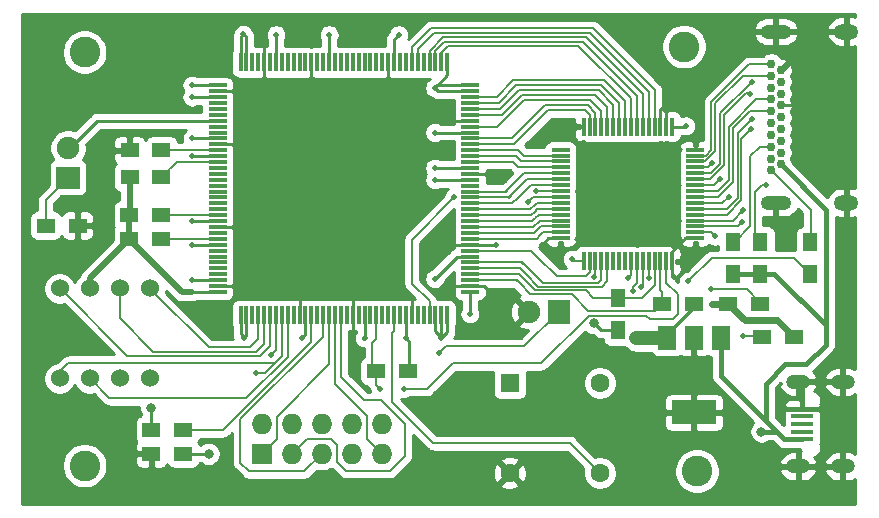
<source format=gtl>
G04 #@! TF.GenerationSoftware,KiCad,Pcbnew,(5.1.6)-1*
G04 #@! TF.CreationDate,2020-11-05T21:15:59+01:00*
G04 #@! TF.ProjectId,lag_tester,6c61675f-7465-4737-9465-722e6b696361,rev?*
G04 #@! TF.SameCoordinates,Original*
G04 #@! TF.FileFunction,Copper,L1,Top*
G04 #@! TF.FilePolarity,Positive*
%FSLAX46Y46*%
G04 Gerber Fmt 4.6, Leading zero omitted, Abs format (unit mm)*
G04 Created by KiCad (PCBNEW (5.1.6)-1) date 2020-11-05 21:15:59*
%MOMM*%
%LPD*%
G01*
G04 APERTURE LIST*
G04 #@! TA.AperFunction,ComponentPad*
%ADD10O,2.000000X1.250000*%
G04 #@! TD*
G04 #@! TA.AperFunction,SMDPad,CuDef*
%ADD11R,1.850000X0.400000*%
G04 #@! TD*
G04 #@! TA.AperFunction,ComponentPad*
%ADD12C,1.524000*%
G04 #@! TD*
G04 #@! TA.AperFunction,ComponentPad*
%ADD13C,3.200000*%
G04 #@! TD*
G04 #@! TA.AperFunction,ComponentPad*
%ADD14C,0.500000*%
G04 #@! TD*
G04 #@! TA.AperFunction,SMDPad,CuDef*
%ADD15R,8.000000X8.000000*%
G04 #@! TD*
G04 #@! TA.AperFunction,SMDPad,CuDef*
%ADD16R,1.500000X0.300000*%
G04 #@! TD*
G04 #@! TA.AperFunction,SMDPad,CuDef*
%ADD17R,0.300000X1.500000*%
G04 #@! TD*
G04 #@! TA.AperFunction,ComponentPad*
%ADD18C,0.750000*%
G04 #@! TD*
G04 #@! TA.AperFunction,ComponentPad*
%ADD19O,2.600000X1.200000*%
G04 #@! TD*
G04 #@! TA.AperFunction,ComponentPad*
%ADD20O,2.100000X1.300000*%
G04 #@! TD*
G04 #@! TA.AperFunction,SMDPad,CuDef*
%ADD21R,1.500000X1.300000*%
G04 #@! TD*
G04 #@! TA.AperFunction,ComponentPad*
%ADD22R,1.900000X2.000000*%
G04 #@! TD*
G04 #@! TA.AperFunction,ComponentPad*
%ADD23C,1.900000*%
G04 #@! TD*
G04 #@! TA.AperFunction,ComponentPad*
%ADD24R,2.000000X1.900000*%
G04 #@! TD*
G04 #@! TA.AperFunction,SMDPad,CuDef*
%ADD25R,1.300000X1.500000*%
G04 #@! TD*
G04 #@! TA.AperFunction,SMDPad,CuDef*
%ADD26R,3.800000X2.000000*%
G04 #@! TD*
G04 #@! TA.AperFunction,SMDPad,CuDef*
%ADD27R,1.500000X2.000000*%
G04 #@! TD*
G04 #@! TA.AperFunction,SMDPad,CuDef*
%ADD28R,6.700000X6.700000*%
G04 #@! TD*
G04 #@! TA.AperFunction,ComponentPad*
%ADD29C,0.600000*%
G04 #@! TD*
G04 #@! TA.AperFunction,ComponentPad*
%ADD30C,2.600000*%
G04 #@! TD*
G04 #@! TA.AperFunction,ComponentPad*
%ADD31R,1.727200X1.727200*%
G04 #@! TD*
G04 #@! TA.AperFunction,ComponentPad*
%ADD32O,1.727200X1.727200*%
G04 #@! TD*
G04 #@! TA.AperFunction,ComponentPad*
%ADD33R,1.600000X1.600000*%
G04 #@! TD*
G04 #@! TA.AperFunction,ComponentPad*
%ADD34C,1.600000*%
G04 #@! TD*
G04 #@! TA.AperFunction,ViaPad*
%ADD35C,0.500000*%
G04 #@! TD*
G04 #@! TA.AperFunction,ViaPad*
%ADD36C,0.800000*%
G04 #@! TD*
G04 #@! TA.AperFunction,Conductor*
%ADD37C,0.152000*%
G04 #@! TD*
G04 #@! TA.AperFunction,Conductor*
%ADD38C,0.250000*%
G04 #@! TD*
G04 #@! TA.AperFunction,Conductor*
%ADD39C,0.300000*%
G04 #@! TD*
G04 #@! TA.AperFunction,Conductor*
%ADD40C,0.400000*%
G04 #@! TD*
G04 #@! TA.AperFunction,Conductor*
%ADD41C,0.600000*%
G04 #@! TD*
G04 #@! TA.AperFunction,Conductor*
%ADD42C,1.200000*%
G04 #@! TD*
G04 #@! TA.AperFunction,Conductor*
%ADD43C,0.500000*%
G04 #@! TD*
G04 #@! TA.AperFunction,Conductor*
%ADD44C,0.254000*%
G04 #@! TD*
G04 APERTURE END LIST*
D10*
X137205000Y-106915000D03*
X137205000Y-114065000D03*
X133405000Y-106915000D03*
X133405000Y-114065000D03*
D11*
X133755000Y-109190000D03*
X133755000Y-109840000D03*
X133755000Y-110490000D03*
X133755000Y-111140000D03*
X133755000Y-111790000D03*
D12*
X78500000Y-99000000D03*
X75960000Y-99000000D03*
X73420000Y-99000000D03*
X70880000Y-99000000D03*
X70880000Y-106620000D03*
X73420000Y-106620000D03*
X75960000Y-106620000D03*
X78500000Y-106620000D03*
D13*
X119000000Y-91000000D03*
D14*
X116000000Y-88000000D03*
D15*
X119000000Y-91000000D03*
D16*
X113300000Y-94750000D03*
X113300000Y-94250000D03*
X113300000Y-93750000D03*
X113300000Y-93250000D03*
X113300000Y-92750000D03*
X113300000Y-92250000D03*
X113300000Y-91750000D03*
X113300000Y-91250000D03*
X113300000Y-90750000D03*
X113300000Y-90250000D03*
X113300000Y-89750000D03*
X113300000Y-89250000D03*
X113300000Y-88750000D03*
X113300000Y-88250000D03*
X113300000Y-87750000D03*
X113300000Y-87250000D03*
D17*
X115250000Y-85300000D03*
X115750000Y-85300000D03*
X116250000Y-85300000D03*
X116750000Y-85300000D03*
X117250000Y-85300000D03*
X117750000Y-85300000D03*
X118250000Y-85300000D03*
X118750000Y-85300000D03*
X119250000Y-85300000D03*
X119750000Y-85300000D03*
X120250000Y-85300000D03*
X120750000Y-85300000D03*
X121250000Y-85300000D03*
X121750000Y-85300000D03*
X122250000Y-85300000D03*
X122750000Y-85300000D03*
D16*
X124700000Y-87250000D03*
X124700000Y-87750000D03*
X124700000Y-88250000D03*
X124700000Y-88750000D03*
X124700000Y-89250000D03*
X124700000Y-89750000D03*
X124700000Y-90250000D03*
X124700000Y-90750000D03*
X124700000Y-91250000D03*
X124700000Y-91750000D03*
X124700000Y-92250000D03*
X124700000Y-92750000D03*
X124700000Y-93250000D03*
X124700000Y-93750000D03*
X124700000Y-94250000D03*
X124700000Y-94750000D03*
D17*
X122750000Y-96700000D03*
X122250000Y-96700000D03*
X121750000Y-96700000D03*
X121250000Y-96700000D03*
X120750000Y-96700000D03*
X120250000Y-96700000D03*
X119750000Y-96700000D03*
X119250000Y-96700000D03*
X118750000Y-96700000D03*
X118250000Y-96700000D03*
X117750000Y-96700000D03*
X117250000Y-96700000D03*
X116750000Y-96700000D03*
X116250000Y-96700000D03*
X115750000Y-96700000D03*
X115250000Y-96700000D03*
D14*
X117000000Y-88000000D03*
X118000000Y-88000000D03*
X119000000Y-88000000D03*
X120000000Y-88000000D03*
X121000000Y-88000000D03*
X122000000Y-88000000D03*
X122000000Y-89000000D03*
X122000000Y-90000000D03*
X122000000Y-91000000D03*
X122000000Y-92000000D03*
X122000000Y-93000000D03*
X122000000Y-94000000D03*
X121000000Y-94000000D03*
X121000000Y-93000000D03*
X121000000Y-92000000D03*
X121000000Y-91000000D03*
X121000000Y-90000000D03*
X121000000Y-89000000D03*
X120000000Y-89000000D03*
X119000000Y-89000000D03*
X118000000Y-89000000D03*
X117000000Y-89000000D03*
X116000000Y-89000000D03*
X116000000Y-90000000D03*
X116000000Y-91000000D03*
X116000000Y-92000000D03*
X116000000Y-93000000D03*
X116000000Y-94000000D03*
X117000000Y-94000000D03*
X118000000Y-94000000D03*
X119000000Y-94000000D03*
X120000000Y-94000000D03*
X120000000Y-93000000D03*
X119000000Y-93000000D03*
X118000000Y-93000000D03*
X117000000Y-93000000D03*
X117000000Y-92000000D03*
X117000000Y-91000000D03*
X117000000Y-90000000D03*
D18*
X131125000Y-80000000D03*
X131125000Y-81000000D03*
X131125000Y-82000000D03*
X131125000Y-83000000D03*
X131125000Y-84000000D03*
X131125000Y-85000000D03*
X131125000Y-86000000D03*
X131125000Y-87000000D03*
X131125000Y-88000000D03*
X131125000Y-89000000D03*
X131925000Y-80500000D03*
X131925000Y-81500000D03*
X131925000Y-82500000D03*
X131925000Y-83500000D03*
X131925000Y-84500000D03*
X131925000Y-85500000D03*
X131925000Y-86500000D03*
X131925000Y-87500000D03*
X131925000Y-88500000D03*
D19*
X131525000Y-77250000D03*
X131525000Y-91750000D03*
D20*
X137465000Y-77250000D03*
X137465000Y-91750000D03*
D21*
X76750000Y-94800000D03*
X79450000Y-94800000D03*
X79450000Y-92800000D03*
X76750000Y-92800000D03*
X79500000Y-87300000D03*
X76800000Y-87300000D03*
X76800000Y-89600000D03*
X79500000Y-89600000D03*
X100350000Y-106000000D03*
X97650000Y-106000000D03*
X72400000Y-93675000D03*
X69700000Y-93675000D03*
D22*
X113137600Y-100975308D03*
D23*
X110597600Y-100975308D03*
D24*
X71600000Y-89625000D03*
D23*
X71600000Y-87085000D03*
D21*
X133020000Y-103120000D03*
X130320000Y-103120000D03*
X130190000Y-100280000D03*
X127490000Y-100280000D03*
D25*
X134450000Y-97800000D03*
X134450000Y-95100000D03*
X130220000Y-95040000D03*
X130220000Y-97740000D03*
X127880000Y-97770000D03*
X127880000Y-95070000D03*
X118160000Y-102550000D03*
X118160000Y-99850000D03*
D21*
X124590000Y-100300000D03*
X121890000Y-100300000D03*
D26*
X124592782Y-109499344D03*
D27*
X124592782Y-103199344D03*
X122292782Y-103199344D03*
X126892782Y-103199344D03*
D17*
X86200000Y-101250000D03*
X86700000Y-101250000D03*
X87200000Y-101250000D03*
X87700000Y-101250000D03*
X88200000Y-101250000D03*
X88700000Y-101250000D03*
X89200000Y-101250000D03*
X89700000Y-101250000D03*
X90200000Y-101250000D03*
X90700000Y-101250000D03*
X91200000Y-101250000D03*
X91700000Y-101250000D03*
X92200000Y-101250000D03*
X92700000Y-101250000D03*
X93200000Y-101250000D03*
X93700000Y-101250000D03*
X94200000Y-101250000D03*
X94700000Y-101250000D03*
X95200000Y-101250000D03*
X95700000Y-101250000D03*
X96200000Y-101250000D03*
X96700000Y-101250000D03*
X97200000Y-101250000D03*
X97700000Y-101250000D03*
X98200000Y-101250000D03*
X98700000Y-101250000D03*
X99200000Y-101250000D03*
X99700000Y-101250000D03*
X100200000Y-101250000D03*
X100700000Y-101250000D03*
X101200000Y-101250000D03*
X101700000Y-101250000D03*
X102200000Y-101250000D03*
X102700000Y-101250000D03*
X103200000Y-101250000D03*
X103700000Y-101250000D03*
D16*
X105650000Y-99300000D03*
X105650000Y-98800000D03*
X105650000Y-98300000D03*
X105650000Y-97800000D03*
X105650000Y-97300000D03*
X105650000Y-96800000D03*
X105650000Y-96300000D03*
X105650000Y-95800000D03*
X105650000Y-95300000D03*
X105650000Y-94800000D03*
X105650000Y-94300000D03*
X105650000Y-93800000D03*
X105650000Y-93300000D03*
X105650000Y-92800000D03*
X105650000Y-92300000D03*
X105650000Y-91800000D03*
X105650000Y-91300000D03*
X105650000Y-90800000D03*
X105650000Y-90300000D03*
X105650000Y-89800000D03*
X105650000Y-89300000D03*
X105650000Y-88800000D03*
X105650000Y-88300000D03*
X105650000Y-87800000D03*
X105650000Y-87300000D03*
X105650000Y-86800000D03*
X105650000Y-86300000D03*
X105650000Y-85800000D03*
X105650000Y-85300000D03*
X105650000Y-84800000D03*
X105650000Y-84300000D03*
X105650000Y-83800000D03*
X105650000Y-83300000D03*
X105650000Y-82800000D03*
X105650000Y-82300000D03*
X105650000Y-81800000D03*
D17*
X103700000Y-79850000D03*
X103200000Y-79850000D03*
X102700000Y-79850000D03*
X102200000Y-79850000D03*
X101700000Y-79850000D03*
X101200000Y-79850000D03*
X100700000Y-79850000D03*
X100200000Y-79850000D03*
X99700000Y-79850000D03*
X99200000Y-79850000D03*
X98700000Y-79850000D03*
X98200000Y-79850000D03*
X97700000Y-79850000D03*
X97200000Y-79850000D03*
X96700000Y-79850000D03*
X96200000Y-79850000D03*
X95700000Y-79850000D03*
X95200000Y-79850000D03*
X94700000Y-79850000D03*
X94200000Y-79850000D03*
X93700000Y-79850000D03*
X93200000Y-79850000D03*
X92700000Y-79850000D03*
X92200000Y-79850000D03*
X91700000Y-79850000D03*
X91200000Y-79850000D03*
X90700000Y-79850000D03*
X90200000Y-79850000D03*
X89700000Y-79850000D03*
X89200000Y-79850000D03*
X88700000Y-79850000D03*
X88200000Y-79850000D03*
X87700000Y-79850000D03*
X87200000Y-79850000D03*
X86700000Y-79850000D03*
X86200000Y-79850000D03*
D16*
X84250000Y-81800000D03*
X84250000Y-82300000D03*
X84250000Y-82800000D03*
X84250000Y-83300000D03*
X84250000Y-83800000D03*
X84250000Y-84300000D03*
X84250000Y-84800000D03*
X84250000Y-85300000D03*
X84250000Y-85800000D03*
X84250000Y-86300000D03*
X84250000Y-86800000D03*
X84250000Y-87300000D03*
X84250000Y-87800000D03*
X84250000Y-88300000D03*
X84250000Y-88800000D03*
X84250000Y-89300000D03*
X84250000Y-89800000D03*
X84250000Y-90300000D03*
X84250000Y-90800000D03*
X84250000Y-91300000D03*
X84250000Y-91800000D03*
X84250000Y-92300000D03*
X84250000Y-92800000D03*
X84250000Y-93300000D03*
X84250000Y-93800000D03*
X84250000Y-94300000D03*
X84250000Y-94800000D03*
X84250000Y-95300000D03*
X84250000Y-95800000D03*
X84250000Y-96300000D03*
X84250000Y-96800000D03*
X84250000Y-97300000D03*
X84250000Y-97800000D03*
X84250000Y-98300000D03*
X84250000Y-98800000D03*
X84250000Y-99300000D03*
D28*
X94950000Y-90550000D03*
D29*
X92950000Y-93550000D03*
X96950000Y-91550000D03*
X93950000Y-92550000D03*
X91950000Y-93550000D03*
X91950000Y-92550000D03*
X92950000Y-92550000D03*
X94950000Y-92550000D03*
X96950000Y-92550000D03*
X95950000Y-92550000D03*
X97950000Y-91550000D03*
X97950000Y-92550000D03*
X97950000Y-93550000D03*
X96950000Y-93550000D03*
X95950000Y-93550000D03*
X94950000Y-93550000D03*
X93950000Y-93550000D03*
X92950000Y-91550000D03*
X91950000Y-91550000D03*
X91950000Y-90550000D03*
X92950000Y-90550000D03*
D13*
X94950000Y-90550000D03*
D29*
X96950000Y-90550000D03*
X97950000Y-90550000D03*
X97950000Y-89550000D03*
X96950000Y-89550000D03*
X92950000Y-89550000D03*
X91950000Y-89550000D03*
X91950000Y-88550000D03*
X91950000Y-87550000D03*
X92950000Y-87550000D03*
X93950000Y-87550000D03*
X94950000Y-87550000D03*
X95950000Y-87550000D03*
X96950000Y-87550000D03*
X97950000Y-87550000D03*
X97950000Y-88550000D03*
X96950000Y-88550000D03*
X95950000Y-88550000D03*
X94950000Y-88550000D03*
X93950000Y-88550000D03*
X92950000Y-88550000D03*
D30*
X123750000Y-78525000D03*
D21*
X81350000Y-113000000D03*
X78650000Y-113000000D03*
X81350000Y-111000000D03*
X78650000Y-111000000D03*
D31*
X88000000Y-113000000D03*
D32*
X88000000Y-110460000D03*
X90540000Y-113000000D03*
X90540000Y-110460000D03*
X93080000Y-113000000D03*
X93080000Y-110460000D03*
X95620000Y-113000000D03*
X95620000Y-110460000D03*
X98160000Y-113000000D03*
X98160000Y-110460000D03*
D33*
X109000000Y-107000000D03*
D34*
X116620000Y-107000000D03*
X116620000Y-114620000D03*
X109000000Y-114620000D03*
D30*
X124850000Y-114475000D03*
X73000000Y-79000000D03*
X73000000Y-114000000D03*
D35*
X129525000Y-84625000D03*
X129350000Y-82500000D03*
X129510000Y-81490000D03*
X129435000Y-85490000D03*
X130725000Y-90250000D03*
X107800000Y-95300000D03*
X107700000Y-89300000D03*
X111700000Y-95300000D03*
X123300000Y-95300000D03*
X114100000Y-85300000D03*
X111250000Y-90750000D03*
X126760000Y-89750000D03*
X119440000Y-99250000D03*
X122900000Y-98000000D03*
X128730000Y-92380000D03*
D36*
X130302000Y-111125000D03*
D35*
X82080000Y-81800000D03*
X99580000Y-77510000D03*
X93700000Y-77510000D03*
X89200000Y-77510000D03*
X102630000Y-82030000D03*
X86440000Y-77500000D03*
X82080000Y-82800000D03*
X82080000Y-99300000D03*
D36*
X120600000Y-103200000D03*
D35*
X103180000Y-103200000D03*
X96700000Y-103200000D03*
X100200000Y-103200000D03*
X102630000Y-88800000D03*
D36*
X119700000Y-103200000D03*
D35*
X102630000Y-85800000D03*
X105620000Y-101160000D03*
X102630000Y-89800000D03*
X82080000Y-93300000D03*
X86470000Y-103190000D03*
X82080000Y-98300000D03*
X82080000Y-87810000D03*
X82080000Y-95300000D03*
X91400000Y-103200000D03*
X82110000Y-86300000D03*
X102630000Y-98170000D03*
D36*
X78660000Y-109130000D03*
X83500000Y-113000000D03*
D35*
X119010000Y-98090000D03*
X124100000Y-98400000D03*
X128630000Y-93400000D03*
X128750000Y-103000000D03*
X126050000Y-99090000D03*
X120100000Y-98900000D03*
X100000000Y-107500000D03*
X98000000Y-107500000D03*
X104300000Y-91260000D03*
X110500000Y-91700000D03*
X120750000Y-98100000D03*
X126100000Y-100300000D03*
X123920000Y-85230000D03*
X114270000Y-96540000D03*
X116110000Y-98020000D03*
X127520000Y-91220000D03*
X126370000Y-94590000D03*
D36*
X116125000Y-101950000D03*
D35*
X126140000Y-88400000D03*
X103000000Y-104500000D03*
X88760000Y-104630000D03*
X87470000Y-106160000D03*
D37*
X128290000Y-85860000D02*
X129525000Y-84625000D01*
X127370000Y-92250000D02*
X128290000Y-91330000D01*
X124700000Y-92250000D02*
X127370000Y-92250000D01*
X128290000Y-91330000D02*
X128290000Y-85860000D01*
X131115000Y-83990000D02*
X131125000Y-84000000D01*
X129310000Y-83990000D02*
X131115000Y-83990000D01*
X127860000Y-85440000D02*
X129310000Y-83990000D01*
X127860000Y-90010000D02*
X127860000Y-85440000D01*
X126620000Y-91250000D02*
X127860000Y-90010000D01*
X124700000Y-91250000D02*
X126620000Y-91250000D01*
X131115000Y-82990000D02*
X131125000Y-83000000D01*
X127540000Y-85310000D02*
X129860000Y-82990000D01*
X129860000Y-82990000D02*
X131115000Y-82990000D01*
X124700000Y-90750000D02*
X126630000Y-90750000D01*
X126630000Y-90750000D02*
X127540000Y-89840000D01*
X127540000Y-89840000D02*
X127540000Y-85310000D01*
X129350000Y-82500000D02*
X129340000Y-82490000D01*
X128960000Y-82490000D02*
X127130000Y-84320000D01*
X129340000Y-82490000D02*
X128960000Y-82490000D01*
X127130000Y-84320000D02*
X127130000Y-88570000D01*
X125950000Y-89750000D02*
X124700000Y-89750000D01*
X127130000Y-88570000D02*
X125950000Y-89750000D01*
X126820000Y-84180000D02*
X129510000Y-81490000D01*
X126820000Y-88450000D02*
X126820000Y-84180000D01*
X124700000Y-89250000D02*
X126020000Y-89250000D01*
X126020000Y-89250000D02*
X126820000Y-88450000D01*
X131115000Y-80990000D02*
X131125000Y-81000000D01*
X126390000Y-83335000D02*
X128735000Y-80990000D01*
X128735000Y-80990000D02*
X131115000Y-80990000D01*
X126390000Y-87380000D02*
X126390000Y-83335000D01*
X125520000Y-88250000D02*
X126390000Y-87380000D01*
X124700000Y-88250000D02*
X125520000Y-88250000D01*
X126075000Y-83175000D02*
X129260000Y-79990000D01*
X129260000Y-79990000D02*
X131115000Y-79990000D01*
X131115000Y-79990000D02*
X131125000Y-80000000D01*
X126075000Y-87250000D02*
X126075000Y-83175000D01*
X125575000Y-87750000D02*
X126075000Y-87250000D01*
X124700000Y-87750000D02*
X125575000Y-87750000D01*
X128610000Y-86315000D02*
X129435000Y-85490000D01*
X127370000Y-92750000D02*
X128610000Y-91510000D01*
X124700000Y-92750000D02*
X127370000Y-92750000D01*
X128610000Y-91510000D02*
X128610000Y-86315000D01*
X130200000Y-86990000D02*
X131115000Y-86990000D01*
X130200000Y-86990000D02*
X129370000Y-87820000D01*
X129370000Y-87820000D02*
X129370000Y-93730000D01*
X128030000Y-95070000D02*
X127880000Y-95070000D01*
X131115000Y-86990000D02*
X131125000Y-87000000D01*
X129370000Y-93730000D02*
X128030000Y-95070000D01*
X129750000Y-90925000D02*
X129750000Y-94570000D01*
X129750000Y-90850000D02*
X130350000Y-90250000D01*
X130350000Y-90250000D02*
X130725000Y-90250000D01*
X129750000Y-94570000D02*
X130220000Y-95040000D01*
X129750000Y-90925000D02*
X129750000Y-90850000D01*
D38*
X88200000Y-78000000D02*
X87800000Y-77600000D01*
X88200000Y-79850000D02*
X88200000Y-82000000D01*
X98700000Y-79850000D02*
X98700000Y-81700000D01*
X92200000Y-79850000D02*
X92200000Y-81200000D01*
X88200000Y-79850000D02*
X88200000Y-78000000D01*
X86800000Y-82300000D02*
X86900000Y-82400000D01*
X84250000Y-82300000D02*
X86800000Y-82300000D01*
X131925000Y-83500000D02*
X134000000Y-83500000D01*
X122250000Y-85300000D02*
X122250000Y-83450000D01*
X121750000Y-85300000D02*
X121750000Y-83850000D01*
X121750000Y-83850000D02*
X122200000Y-83400000D01*
X122250000Y-83450000D02*
X122200000Y-83400000D01*
X105650000Y-84800000D02*
X104800000Y-84800000D01*
X105650000Y-84800000D02*
X103800000Y-84800000D01*
X112250000Y-94750000D02*
X111700000Y-95300000D01*
X122750000Y-95850000D02*
X123300000Y-95300000D01*
X113300000Y-94750000D02*
X112250000Y-94750000D01*
X123850000Y-94750000D02*
X123300000Y-95300000D01*
X124700000Y-87250000D02*
X124700000Y-86400000D01*
X122750000Y-97850000D02*
X122900000Y-98000000D01*
X124700000Y-94750000D02*
X123850000Y-94750000D01*
X105650000Y-95300000D02*
X107800000Y-95300000D01*
X124700000Y-86400000D02*
X124900000Y-86200000D01*
X122750000Y-96700000D02*
X122750000Y-97850000D01*
X122750000Y-96700000D02*
X122750000Y-95850000D01*
X115250000Y-85300000D02*
X114100000Y-85300000D01*
X86100000Y-98800000D02*
X86300000Y-98600000D01*
X84250000Y-98800000D02*
X86100000Y-98800000D01*
X95700000Y-101250000D02*
X95700000Y-103700000D01*
X100700000Y-101250000D02*
X100700000Y-99700000D01*
X106800000Y-98800000D02*
X108000000Y-100000000D01*
D37*
X126760000Y-89750000D02*
X126260000Y-90250000D01*
X126260000Y-90250000D02*
X124700000Y-90250000D01*
D38*
X84250000Y-93800000D02*
X86400000Y-93800000D01*
X105650000Y-89300000D02*
X107700000Y-89300000D01*
X91200000Y-101250000D02*
X91200000Y-99800000D01*
X95700000Y-101250000D02*
X95700000Y-99300000D01*
X100700000Y-99700000D02*
X100000000Y-99000000D01*
X104200000Y-98800000D02*
X104000000Y-99000000D01*
D37*
X119750000Y-96700000D02*
X119750000Y-98550000D01*
D38*
X105650000Y-98800000D02*
X104200000Y-98800000D01*
X105650000Y-98800000D02*
X106800000Y-98800000D01*
X104300000Y-95300000D02*
X104000000Y-95000000D01*
X105650000Y-95300000D02*
X104300000Y-95300000D01*
D37*
X119750000Y-98550000D02*
X119440000Y-98860000D01*
X128730000Y-92380000D02*
X127860000Y-93250000D01*
X113300000Y-90750000D02*
X112260000Y-90750000D01*
X112260000Y-90750000D02*
X111250000Y-90750000D01*
X119440000Y-98860000D02*
X119440000Y-99250000D01*
X127860000Y-93250000D02*
X124700000Y-93250000D01*
D38*
X84250000Y-86800000D02*
X86300000Y-86800000D01*
D39*
X124592782Y-111384782D02*
X124592782Y-109499344D01*
X124998000Y-111790000D02*
X124592782Y-111384782D01*
X137205000Y-112186000D02*
X137205000Y-114065000D01*
X136809000Y-111790000D02*
X137205000Y-112186000D01*
D40*
X133755000Y-109190000D02*
X132050000Y-109190000D01*
D38*
X132050000Y-109190000D02*
X131729000Y-109190000D01*
D40*
X133755000Y-107265000D02*
X133405000Y-106915000D01*
X133755000Y-109190000D02*
X133755000Y-107265000D01*
X133755000Y-109190000D02*
X137130000Y-109190000D01*
D39*
X135763000Y-102108000D02*
X135763000Y-102235000D01*
D40*
X126892782Y-103199344D02*
X126892782Y-106445782D01*
X129637000Y-109190000D02*
X126892782Y-106445782D01*
X135763000Y-102108000D02*
X131395000Y-97740000D01*
X131395000Y-97740000D02*
X130220000Y-97740000D01*
X127910000Y-97740000D02*
X127880000Y-97770000D01*
X130220000Y-97740000D02*
X127910000Y-97740000D01*
X135763000Y-102108000D02*
X135763000Y-92338000D01*
X135763000Y-92338000D02*
X131925000Y-88500000D01*
X132237000Y-111790000D02*
X133755000Y-111790000D01*
X131508500Y-111061500D02*
X132237000Y-111790000D01*
X131445000Y-111125000D02*
X131508500Y-111061500D01*
X130302000Y-111125000D02*
X131445000Y-111125000D01*
X130683000Y-107061000D02*
X130683000Y-110236000D01*
X132334000Y-105410000D02*
X130683000Y-107061000D01*
X131508500Y-111061500D02*
X130683000Y-110236000D01*
X135763000Y-103759000D02*
X134112000Y-105410000D01*
X130683000Y-110236000D02*
X129637000Y-109190000D01*
X135763000Y-102108000D02*
X135763000Y-103759000D01*
X134112000Y-105410000D02*
X132334000Y-105410000D01*
D38*
X102860000Y-81800000D02*
X102630000Y-82030000D01*
X89200000Y-79850000D02*
X89200000Y-77510000D01*
X99200000Y-79850000D02*
X99200000Y-77890000D01*
X86500000Y-77500000D02*
X86700000Y-77700000D01*
X93700000Y-79850000D02*
X93700000Y-77510000D01*
X103700000Y-79850000D02*
X103700000Y-80960000D01*
X86200000Y-77740000D02*
X86200000Y-79850000D01*
X86700000Y-77700000D02*
X86700000Y-79850000D01*
X105650000Y-82300000D02*
X102900000Y-82300000D01*
X86440000Y-77500000D02*
X86500000Y-77500000D01*
X99200000Y-77890000D02*
X99580000Y-77510000D01*
X103700000Y-80960000D02*
X102630000Y-82030000D01*
X82080000Y-81800000D02*
X84250000Y-81800000D01*
X86440000Y-77500000D02*
X86200000Y-77740000D01*
X102900000Y-82300000D02*
X102630000Y-82030000D01*
X105650000Y-81800000D02*
X102860000Y-81800000D01*
X84250000Y-82800000D02*
X82080000Y-82800000D01*
X104500000Y-96300000D02*
X102630000Y-98170000D01*
X105650000Y-96300000D02*
X104500000Y-96300000D01*
X105650000Y-99300000D02*
X105650000Y-101130000D01*
X84250000Y-86300000D02*
X82110000Y-86300000D01*
X105650000Y-101130000D02*
X105620000Y-101160000D01*
X96700000Y-101250000D02*
X96700000Y-103200000D01*
X103200000Y-101250000D02*
X103200000Y-103180000D01*
X86700000Y-102960000D02*
X86700000Y-102680000D01*
X82090000Y-87800000D02*
X82080000Y-87810000D01*
X105650000Y-89800000D02*
X102630000Y-89800000D01*
X86470000Y-103190000D02*
X86700000Y-102960000D01*
D41*
X122292782Y-103199344D02*
X122292782Y-102597218D01*
D38*
X84250000Y-87800000D02*
X82090000Y-87800000D01*
X103700000Y-102680000D02*
X103180000Y-103200000D01*
X103180000Y-103100000D02*
X103180000Y-103200000D01*
X105650000Y-88800000D02*
X102630000Y-88800000D01*
X102700000Y-102620000D02*
X103180000Y-103100000D01*
X103200000Y-103180000D02*
X103180000Y-103200000D01*
X105650000Y-85800000D02*
X102630000Y-85800000D01*
X103700000Y-101250000D02*
X103700000Y-102680000D01*
X100200000Y-101250000D02*
X100200000Y-103200000D01*
X91700000Y-101250000D02*
X91700000Y-102900000D01*
X102700000Y-101250000D02*
X102700000Y-102620000D01*
D42*
X120600000Y-103200000D02*
X120600656Y-103199344D01*
D38*
X86200000Y-102870000D02*
X86200000Y-101250000D01*
X86470000Y-103140000D02*
X86200000Y-102870000D01*
X86470000Y-103190000D02*
X86470000Y-103140000D01*
D42*
X120600656Y-103199344D02*
X122292782Y-103199344D01*
D38*
X84250000Y-99300000D02*
X82080000Y-99300000D01*
X84250000Y-98300000D02*
X82080000Y-98300000D01*
X84250000Y-95300000D02*
X82080000Y-95300000D01*
X84250000Y-93300000D02*
X82080000Y-93300000D01*
D42*
X119700000Y-103200000D02*
X120600000Y-103200000D01*
D38*
X122577782Y-102597218D02*
X124590000Y-100585000D01*
X122292782Y-102597218D02*
X122577782Y-102597218D01*
X124590000Y-100585000D02*
X124590000Y-100300000D01*
D43*
X75960000Y-95590000D02*
X76750000Y-94800000D01*
D38*
X86700000Y-102680000D02*
X86700000Y-101250000D01*
D43*
X82080000Y-99300000D02*
X81250000Y-99300000D01*
X81250000Y-99300000D02*
X76750000Y-94800000D01*
X76800000Y-92750000D02*
X76750000Y-92800000D01*
X76750000Y-92800000D02*
X76750000Y-94800000D01*
X76800000Y-89600000D02*
X76800000Y-92750000D01*
D38*
X91700000Y-102900000D02*
X91400000Y-103200000D01*
D39*
X96625000Y-103275000D02*
X96700000Y-103200000D01*
D38*
X100500000Y-103500000D02*
X100200000Y-103200000D01*
X100350000Y-106000000D02*
X100500000Y-105850000D01*
X100500000Y-105850000D02*
X100500000Y-103500000D01*
D43*
X75960000Y-95590000D02*
X73420000Y-98130000D01*
X73420000Y-98130000D02*
X73420000Y-99000000D01*
D38*
X78660000Y-109130000D02*
X78650000Y-109140000D01*
X78650000Y-109140000D02*
X78650000Y-111000000D01*
D37*
X93080000Y-113000000D02*
X93070000Y-113000000D01*
X93070000Y-113000000D02*
X91570000Y-114500000D01*
X86920000Y-114500000D02*
X86190000Y-113770000D01*
X86190000Y-113770000D02*
X86190000Y-110090000D01*
X91570000Y-114500000D02*
X86920000Y-114500000D01*
X93200000Y-103080000D02*
X93200000Y-101250000D01*
X86190000Y-110090000D02*
X93200000Y-103080000D01*
X89260000Y-109860000D02*
X89260000Y-111740000D01*
D38*
X83500000Y-113000000D02*
X81350000Y-113000000D01*
D37*
X89260000Y-111740000D02*
X88000000Y-113000000D01*
X93700000Y-105420000D02*
X89260000Y-109860000D01*
X93700000Y-101250000D02*
X93700000Y-105420000D01*
X96870000Y-111710000D02*
X98160000Y-113000000D01*
X96870000Y-109770000D02*
X96870000Y-111710000D01*
X94200000Y-107100000D02*
X96870000Y-109770000D01*
X94200000Y-101250000D02*
X94200000Y-107100000D01*
X91810000Y-111730000D02*
X90540000Y-113000000D01*
X100130000Y-113170000D02*
X98840000Y-114460000D01*
X98840000Y-114460000D02*
X95120000Y-114460000D01*
X100130000Y-110510000D02*
X100130000Y-113170000D01*
X93840000Y-111730000D02*
X91810000Y-111730000D01*
X94350000Y-112240000D02*
X93840000Y-111730000D01*
X94350000Y-113690000D02*
X94350000Y-112240000D01*
X95120000Y-114460000D02*
X94350000Y-113690000D01*
X96680000Y-108480000D02*
X98100000Y-108480000D01*
X98100000Y-108480000D02*
X100130000Y-110510000D01*
X94700000Y-106500000D02*
X96680000Y-108480000D01*
X94700000Y-101250000D02*
X94700000Y-106500000D01*
X94700000Y-103010000D02*
X94700000Y-101250000D01*
X99200000Y-102500000D02*
X99200000Y-101500000D01*
X114100000Y-112100000D02*
X102525000Y-112100000D01*
X116620000Y-114620000D02*
X114100000Y-112100000D01*
X102525000Y-112100000D02*
X99000000Y-108575000D01*
X99000000Y-108575000D02*
X99000000Y-102800000D01*
X99000000Y-102800000D02*
X99200000Y-102600000D01*
X99200000Y-102600000D02*
X99200000Y-102500000D01*
X134470000Y-92345000D02*
X134470000Y-95370000D01*
X131125000Y-89000000D02*
X134470000Y-92345000D01*
X119250000Y-97850000D02*
X119250000Y-96700000D01*
X119010000Y-98090000D02*
X119250000Y-97850000D01*
X133070000Y-96420000D02*
X134450000Y-97800000D01*
X126080000Y-96420000D02*
X133070000Y-96420000D01*
X124100000Y-98400000D02*
X126080000Y-96420000D01*
X128750000Y-103000000D02*
X130200000Y-103000000D01*
X128280000Y-93750000D02*
X124700000Y-93750000D01*
X128630000Y-93400000D02*
X128280000Y-93750000D01*
X130200000Y-103000000D02*
X130320000Y-103120000D01*
X126050000Y-99090000D02*
X129080000Y-99090000D01*
X129080000Y-99090000D02*
X130190000Y-100200000D01*
X120250000Y-98750000D02*
X120250000Y-96700000D01*
X120100000Y-98900000D02*
X120250000Y-98750000D01*
X130190000Y-100200000D02*
X130190000Y-100280000D01*
X115750000Y-97650000D02*
X115440000Y-97960000D01*
X105650000Y-95800000D02*
X110810000Y-95800000D01*
X115440000Y-97960000D02*
X112970000Y-97960000D01*
X115750000Y-96700000D02*
X115750000Y-97650000D01*
X111310000Y-96300000D02*
X110800000Y-95790000D01*
X112970000Y-97960000D02*
X111310000Y-96300000D01*
X110810000Y-95800000D02*
X111310000Y-96300000D01*
X110450000Y-97190000D02*
X110070000Y-96810000D01*
X116750000Y-98260000D02*
X116500000Y-98510000D01*
X116750000Y-96700000D02*
X116750000Y-98260000D01*
X111770000Y-98510000D02*
X110450000Y-97190000D01*
X105650000Y-96800000D02*
X110060000Y-96800000D01*
X116500000Y-98510000D02*
X111770000Y-98510000D01*
X110060000Y-96800000D02*
X110450000Y-97190000D01*
X116770000Y-98840000D02*
X111410000Y-98840000D01*
X109870000Y-97300000D02*
X110360000Y-97790000D01*
X110360000Y-97790000D02*
X109860000Y-97290000D01*
X117250000Y-98360000D02*
X116770000Y-98840000D01*
X111410000Y-98840000D02*
X110360000Y-97790000D01*
X105650000Y-97300000D02*
X109870000Y-97300000D01*
X117250000Y-96700000D02*
X117250000Y-98360000D01*
X110750000Y-99490000D02*
X114250000Y-99490000D01*
X109830000Y-98570000D02*
X110750000Y-99490000D01*
X114250000Y-99490000D02*
X115660000Y-100900000D01*
X115660000Y-100900000D02*
X121290000Y-100900000D01*
X121750000Y-99150000D02*
X121750000Y-96700000D01*
X121290000Y-100900000D02*
X121890000Y-100300000D01*
X121890000Y-100300000D02*
X121890000Y-99290000D01*
X122250000Y-99940000D02*
X121890000Y-100300000D01*
X109560000Y-98300000D02*
X109830000Y-98570000D01*
X121890000Y-99290000D02*
X121750000Y-99150000D01*
X109830000Y-98570000D02*
X109570000Y-98310000D01*
X105650000Y-98300000D02*
X109560000Y-98300000D01*
X97350000Y-105700000D02*
X97650000Y-106000000D01*
X97350000Y-103625000D02*
X97350000Y-105700000D01*
X97700000Y-101450000D02*
X97700000Y-103275000D01*
X97700000Y-103275000D02*
X97350000Y-103625000D01*
X97650000Y-107150000D02*
X97650000Y-106000000D01*
X98000000Y-107500000D02*
X97650000Y-107150000D01*
X120850000Y-101600000D02*
X120550000Y-101300000D01*
X120550000Y-101300000D02*
X115700000Y-101300000D01*
X122800000Y-101600000D02*
X120850000Y-101600000D01*
X123250000Y-101150000D02*
X122800000Y-101600000D01*
X123250000Y-99500000D02*
X123250000Y-101150000D01*
X122250000Y-96700000D02*
X122250000Y-98500000D01*
X122250000Y-98500000D02*
X123250000Y-99500000D01*
X115700000Y-101300000D02*
X111675000Y-105325000D01*
X111675000Y-105325000D02*
X104175000Y-105325000D01*
X102000000Y-107500000D02*
X100000000Y-107500000D01*
X104175000Y-105325000D02*
X102000000Y-107500000D01*
X102200000Y-100100000D02*
X102200000Y-101250000D01*
X110950000Y-91250000D02*
X110500000Y-91700000D01*
X100700000Y-94860000D02*
X100700000Y-98600000D01*
X113300000Y-91250000D02*
X110950000Y-91250000D01*
X104300000Y-91260000D02*
X100700000Y-94860000D01*
X100700000Y-98600000D02*
X102200000Y-100100000D01*
X102340000Y-76950000D02*
X100700000Y-78590000D01*
X100700000Y-78590000D02*
X100700000Y-79850000D01*
X116020000Y-76950000D02*
X102340000Y-76950000D01*
X121250000Y-82180000D02*
X116020000Y-76950000D01*
X121250000Y-85300000D02*
X121250000Y-82180000D01*
X102550000Y-77390000D02*
X101200000Y-78740000D01*
X101200000Y-78740000D02*
X101200000Y-79850000D01*
X115800000Y-77390000D02*
X102550000Y-77390000D01*
X120750000Y-82340000D02*
X115800000Y-77390000D01*
X120750000Y-85300000D02*
X120750000Y-82340000D01*
X120250000Y-85300000D02*
X120250000Y-82550000D01*
X103370000Y-77730000D02*
X102200000Y-78900000D01*
X120250000Y-82550000D02*
X115430000Y-77730000D01*
X115430000Y-77730000D02*
X103370000Y-77730000D01*
X102200000Y-78900000D02*
X102200000Y-79850000D01*
X103460000Y-78130000D02*
X102700000Y-78890000D01*
X119750000Y-82670000D02*
X115210000Y-78130000D01*
X115210000Y-78130000D02*
X103460000Y-78130000D01*
X102700000Y-78890000D02*
X102700000Y-79850000D01*
X119750000Y-85300000D02*
X119750000Y-82670000D01*
X114800000Y-78450000D02*
X103790000Y-78450000D01*
X103790000Y-78450000D02*
X103200000Y-79040000D01*
X119250000Y-82900000D02*
X114800000Y-78450000D01*
X103200000Y-79040000D02*
X103200000Y-79850000D01*
X119250000Y-85300000D02*
X119250000Y-82900000D01*
X116990000Y-81380000D02*
X109300000Y-81380000D01*
X109300000Y-81380000D02*
X107880000Y-82800000D01*
X118750000Y-83140000D02*
X116990000Y-81380000D01*
X118750000Y-85300000D02*
X118750000Y-83140000D01*
X107880000Y-82800000D02*
X105650000Y-82800000D01*
X118250000Y-83300000D02*
X116740000Y-81790000D01*
X109560000Y-81790000D02*
X108050000Y-83300000D01*
X116740000Y-81790000D02*
X109560000Y-81790000D01*
X118250000Y-85300000D02*
X118250000Y-83300000D01*
X108050000Y-83300000D02*
X105650000Y-83300000D01*
X117750000Y-83430000D02*
X116520000Y-82200000D01*
X109800000Y-82200000D02*
X108200000Y-83800000D01*
X116520000Y-82200000D02*
X109800000Y-82200000D01*
X117750000Y-85300000D02*
X117750000Y-83430000D01*
X108200000Y-83800000D02*
X105650000Y-83800000D01*
X117250000Y-85300000D02*
X117250000Y-83640000D01*
X116210000Y-82600000D02*
X110060000Y-82600000D01*
X110060000Y-82600000D02*
X108360000Y-84300000D01*
X108360000Y-84300000D02*
X105650000Y-84300000D01*
X117250000Y-83640000D02*
X116210000Y-82600000D01*
X116750000Y-85300000D02*
X116750000Y-83940000D01*
X115820000Y-83010000D02*
X110240000Y-83010000D01*
X110240000Y-83010000D02*
X107950000Y-85300000D01*
X116750000Y-83940000D02*
X115820000Y-83010000D01*
X107950000Y-85300000D02*
X105650000Y-85300000D01*
X115580000Y-83500000D02*
X111960000Y-83500000D01*
X116250000Y-84170000D02*
X115580000Y-83500000D01*
X111960000Y-83500000D02*
X109160000Y-86300000D01*
X116250000Y-85300000D02*
X116250000Y-84170000D01*
X109160000Y-86300000D02*
X105650000Y-86300000D01*
X115750000Y-85300000D02*
X115750000Y-84300000D01*
X112260000Y-83920000D02*
X109380000Y-86800000D01*
X115370000Y-83920000D02*
X112260000Y-83920000D01*
X115750000Y-84300000D02*
X115370000Y-83920000D01*
X109380000Y-86800000D02*
X105650000Y-86800000D01*
X113300000Y-87750000D02*
X110180000Y-87750000D01*
X109730000Y-87300000D02*
X105650000Y-87300000D01*
X110180000Y-87750000D02*
X109730000Y-87300000D01*
X109490000Y-87800000D02*
X105650000Y-87800000D01*
X113300000Y-88250000D02*
X109940000Y-88250000D01*
X109940000Y-88250000D02*
X109490000Y-87800000D01*
X109280000Y-88300000D02*
X105650000Y-88300000D01*
X113300000Y-88750000D02*
X109730000Y-88750000D01*
X109730000Y-88750000D02*
X109280000Y-88300000D01*
X113300000Y-89250000D02*
X110190000Y-89250000D01*
X109030000Y-90410000D02*
X108650000Y-90790000D01*
X105650000Y-90800000D02*
X108640000Y-90800000D01*
X110190000Y-89250000D02*
X109030000Y-90410000D01*
X108640000Y-90800000D02*
X109030000Y-90410000D01*
X110460000Y-89750000D02*
X109360000Y-90850000D01*
X109360000Y-90850000D02*
X108900000Y-91310000D01*
X108910000Y-91300000D02*
X109360000Y-90850000D01*
X105650000Y-91300000D02*
X108910000Y-91300000D01*
X113300000Y-89750000D02*
X110460000Y-89750000D01*
X109210000Y-91800000D02*
X109670000Y-91340000D01*
X113300000Y-90250000D02*
X110760000Y-90250000D01*
X105650000Y-91800000D02*
X109210000Y-91800000D01*
X109670000Y-91340000D02*
X109220000Y-91790000D01*
X110760000Y-90250000D02*
X109670000Y-91340000D01*
X111090000Y-91940000D02*
X110720000Y-92310000D01*
X110730000Y-92300000D02*
X111090000Y-91940000D01*
X113300000Y-91750000D02*
X111280000Y-91750000D01*
X105650000Y-92300000D02*
X110730000Y-92300000D01*
X111280000Y-91750000D02*
X111090000Y-91940000D01*
X105650000Y-92800000D02*
X110780000Y-92800000D01*
X113300000Y-92250000D02*
X111330000Y-92250000D01*
X111330000Y-92250000D02*
X111090000Y-92490000D01*
X110780000Y-92800000D02*
X111090000Y-92490000D01*
X111090000Y-92490000D02*
X110770000Y-92810000D01*
X111130000Y-93070000D02*
X110880000Y-93320000D01*
X105650000Y-93300000D02*
X110900000Y-93300000D01*
X111450000Y-92750000D02*
X111130000Y-93070000D01*
X113300000Y-92750000D02*
X111450000Y-92750000D01*
X110900000Y-93300000D02*
X111130000Y-93070000D01*
X111520000Y-93250000D02*
X113300000Y-93250000D01*
X110970000Y-93800000D02*
X111520000Y-93250000D01*
X105650000Y-93800000D02*
X110970000Y-93800000D01*
X111070000Y-94300000D02*
X111620000Y-93750000D01*
X111620000Y-93750000D02*
X113300000Y-93750000D01*
X105650000Y-94300000D02*
X111070000Y-94300000D01*
X111590000Y-94490000D02*
X111270000Y-94810000D01*
X111280000Y-94800000D02*
X111590000Y-94490000D01*
X113300000Y-94250000D02*
X111830000Y-94250000D01*
X111830000Y-94250000D02*
X111590000Y-94490000D01*
X105650000Y-94800000D02*
X111280000Y-94800000D01*
D41*
X126100000Y-100300000D02*
X126120000Y-100280000D01*
X133020000Y-103120000D02*
X131600000Y-101700000D01*
D37*
X120750000Y-98100000D02*
X120750000Y-96700000D01*
D38*
X118160000Y-102550000D02*
X116725000Y-102550000D01*
D41*
X131600000Y-101700000D02*
X128910000Y-101700000D01*
X126120000Y-100280000D02*
X127490000Y-100280000D01*
X128910000Y-101700000D02*
X127490000Y-100280000D01*
D38*
X116725000Y-102550000D02*
X116125000Y-101950000D01*
D37*
X127520000Y-91220000D02*
X126990000Y-91750000D01*
X124700000Y-88750000D02*
X125790000Y-88750000D01*
X125790000Y-88750000D02*
X126140000Y-88400000D01*
X116250000Y-96700000D02*
X116250000Y-97880000D01*
X126030000Y-94250000D02*
X126370000Y-94590000D01*
X115250000Y-96700000D02*
X114430000Y-96700000D01*
D41*
X127470000Y-100300000D02*
X127490000Y-100280000D01*
D37*
X116250000Y-97880000D02*
X116110000Y-98020000D01*
D38*
X123850000Y-85300000D02*
X123920000Y-85230000D01*
D37*
X124700000Y-94250000D02*
X126030000Y-94250000D01*
D38*
X122750000Y-85300000D02*
X123850000Y-85300000D01*
D37*
X126990000Y-91750000D02*
X124700000Y-91750000D01*
X114430000Y-96700000D02*
X114270000Y-96540000D01*
X110212908Y-103900000D02*
X113137600Y-100975308D01*
X103600000Y-103900000D02*
X103000000Y-104500000D01*
X105000000Y-103900000D02*
X103600000Y-103900000D01*
X105000000Y-103900000D02*
X110212908Y-103900000D01*
X89200000Y-104190000D02*
X89200000Y-101250000D01*
X88760000Y-104630000D02*
X89200000Y-104190000D01*
X80800000Y-88300000D02*
X84250000Y-88300000D01*
X79500000Y-89600000D02*
X80800000Y-88300000D01*
X79500000Y-87300000D02*
X84250000Y-87300000D01*
X79450000Y-92800000D02*
X84250000Y-92800000D01*
X79450000Y-94800000D02*
X84250000Y-94800000D01*
X84750000Y-111000000D02*
X81350000Y-111000000D01*
X92200000Y-101250000D02*
X92200000Y-103550000D01*
X92200000Y-103550000D02*
X84750000Y-111000000D01*
X120170000Y-99830000D02*
X116080000Y-99830000D01*
X109760000Y-97800000D02*
X110160000Y-98200000D01*
X110160000Y-98200000D02*
X109750000Y-97790000D01*
X120170000Y-99830000D02*
X121250000Y-98750000D01*
X116080000Y-99830000D02*
X115420000Y-99170000D01*
X111130000Y-99170000D02*
X110160000Y-98200000D01*
X105650000Y-97800000D02*
X109760000Y-97800000D01*
X121250000Y-98750000D02*
X121250000Y-96800000D01*
X115420000Y-99170000D02*
X111130000Y-99170000D01*
X87000000Y-104000000D02*
X87700000Y-103300000D01*
X87700000Y-103300000D02*
X87700000Y-101250000D01*
X83490000Y-104000000D02*
X87000000Y-104000000D01*
X78870000Y-99380000D02*
X83490000Y-104000000D01*
X87875000Y-104725000D02*
X88700000Y-103900000D01*
X88700000Y-103900000D02*
X88700000Y-101250000D01*
X70880000Y-99000000D02*
X76605000Y-104725000D01*
X76605000Y-104725000D02*
X87875000Y-104725000D01*
X78795000Y-104375000D02*
X87550000Y-104375000D01*
X88200000Y-103725000D02*
X88200000Y-101250000D01*
X87550000Y-104375000D02*
X88200000Y-103725000D01*
X75960000Y-101540000D02*
X75960000Y-99000000D01*
X78795000Y-104375000D02*
X75960000Y-101540000D01*
X69700000Y-93675000D02*
X69700000Y-91525000D01*
X69700000Y-91525000D02*
X71600000Y-89625000D01*
D38*
X71790000Y-87085000D02*
X74075000Y-84800000D01*
X74075000Y-84800000D02*
X84250000Y-84800000D01*
X71600000Y-87085000D02*
X71790000Y-87085000D01*
D37*
X89700000Y-104760000D02*
X89700000Y-101250000D01*
X89160000Y-105300000D02*
X89700000Y-104760000D01*
X71610000Y-105300000D02*
X89160000Y-105300000D01*
X70880000Y-106620000D02*
X70880000Y-106030000D01*
X70880000Y-106030000D02*
X71610000Y-105300000D01*
X89160000Y-105300000D02*
X88300000Y-106160000D01*
X88300000Y-106160000D02*
X87470000Y-106160000D01*
X73420000Y-106620000D02*
X73490000Y-106620000D01*
X90200000Y-104790000D02*
X90200000Y-101250000D01*
X86700000Y-108290000D02*
X90200000Y-104790000D01*
X73420000Y-106620000D02*
X75090000Y-108290000D01*
X75090000Y-108290000D02*
X86700000Y-108290000D01*
D44*
G36*
X138265001Y-76024729D02*
G01*
X138240251Y-76014467D01*
X137992000Y-75965000D01*
X137592000Y-75965000D01*
X137592000Y-77123000D01*
X137612000Y-77123000D01*
X137612000Y-77377000D01*
X137592000Y-77377000D01*
X137592000Y-78535000D01*
X137992000Y-78535000D01*
X138240251Y-78485533D01*
X138265001Y-78475271D01*
X138265001Y-90524728D01*
X138240251Y-90514467D01*
X137992000Y-90465000D01*
X137592000Y-90465000D01*
X137592000Y-91623000D01*
X137612000Y-91623000D01*
X137612000Y-91877000D01*
X137592000Y-91877000D01*
X137592000Y-93035000D01*
X137992000Y-93035000D01*
X138240251Y-92985533D01*
X138265001Y-92975272D01*
X138265000Y-105856915D01*
X138179514Y-105799513D01*
X137950374Y-105703987D01*
X137707000Y-105655000D01*
X137332000Y-105655000D01*
X137332000Y-106788000D01*
X137352000Y-106788000D01*
X137352000Y-107042000D01*
X137332000Y-107042000D01*
X137332000Y-108175000D01*
X137707000Y-108175000D01*
X137950374Y-108126013D01*
X138179514Y-108030487D01*
X138265000Y-107973085D01*
X138265000Y-113006915D01*
X138179514Y-112949513D01*
X137950374Y-112853987D01*
X137707000Y-112805000D01*
X137332000Y-112805000D01*
X137332000Y-113938000D01*
X137352000Y-113938000D01*
X137352000Y-114192000D01*
X137332000Y-114192000D01*
X137332000Y-115325000D01*
X137707000Y-115325000D01*
X137950374Y-115276013D01*
X138179514Y-115180487D01*
X138265000Y-115123085D01*
X138265000Y-117265000D01*
X67735000Y-117265000D01*
X67735000Y-113809419D01*
X71065000Y-113809419D01*
X71065000Y-114190581D01*
X71139361Y-114564419D01*
X71285225Y-114916566D01*
X71496987Y-115233491D01*
X71766509Y-115503013D01*
X72083434Y-115714775D01*
X72435581Y-115860639D01*
X72809419Y-115935000D01*
X73190581Y-115935000D01*
X73564419Y-115860639D01*
X73916566Y-115714775D01*
X74069329Y-115612702D01*
X108186903Y-115612702D01*
X108258486Y-115856671D01*
X108513996Y-115977571D01*
X108788184Y-116046300D01*
X109070512Y-116060217D01*
X109350130Y-116018787D01*
X109616292Y-115923603D01*
X109741514Y-115856671D01*
X109813097Y-115612702D01*
X109000000Y-114799605D01*
X108186903Y-115612702D01*
X74069329Y-115612702D01*
X74233491Y-115503013D01*
X74503013Y-115233491D01*
X74714775Y-114916566D01*
X74860639Y-114564419D01*
X74935000Y-114190581D01*
X74935000Y-113809419D01*
X74903290Y-113650000D01*
X77261928Y-113650000D01*
X77274188Y-113774482D01*
X77310498Y-113894180D01*
X77369463Y-114004494D01*
X77448815Y-114101185D01*
X77545506Y-114180537D01*
X77655820Y-114239502D01*
X77775518Y-114275812D01*
X77900000Y-114288072D01*
X78364250Y-114285000D01*
X78523000Y-114126250D01*
X78523000Y-113127000D01*
X77423750Y-113127000D01*
X77265000Y-113285750D01*
X77261928Y-113650000D01*
X74903290Y-113650000D01*
X74860639Y-113435581D01*
X74714775Y-113083434D01*
X74503013Y-112766509D01*
X74233491Y-112496987D01*
X73916566Y-112285225D01*
X73564419Y-112139361D01*
X73190581Y-112065000D01*
X72809419Y-112065000D01*
X72435581Y-112139361D01*
X72083434Y-112285225D01*
X71766509Y-112496987D01*
X71496987Y-112766509D01*
X71285225Y-113083434D01*
X71139361Y-113435581D01*
X71065000Y-113809419D01*
X67735000Y-113809419D01*
X67735000Y-93025000D01*
X68311928Y-93025000D01*
X68311928Y-94325000D01*
X68324188Y-94449482D01*
X68360498Y-94569180D01*
X68419463Y-94679494D01*
X68498815Y-94776185D01*
X68595506Y-94855537D01*
X68705820Y-94914502D01*
X68825518Y-94950812D01*
X68950000Y-94963072D01*
X70450000Y-94963072D01*
X70574482Y-94950812D01*
X70694180Y-94914502D01*
X70804494Y-94855537D01*
X70901185Y-94776185D01*
X70980537Y-94679494D01*
X71039502Y-94569180D01*
X71050000Y-94534573D01*
X71060498Y-94569180D01*
X71119463Y-94679494D01*
X71198815Y-94776185D01*
X71295506Y-94855537D01*
X71405820Y-94914502D01*
X71525518Y-94950812D01*
X71650000Y-94963072D01*
X72114250Y-94960000D01*
X72273000Y-94801250D01*
X72273000Y-93802000D01*
X72527000Y-93802000D01*
X72527000Y-94801250D01*
X72685750Y-94960000D01*
X73150000Y-94963072D01*
X73274482Y-94950812D01*
X73394180Y-94914502D01*
X73504494Y-94855537D01*
X73601185Y-94776185D01*
X73680537Y-94679494D01*
X73739502Y-94569180D01*
X73775812Y-94449482D01*
X73788072Y-94325000D01*
X73785000Y-93960750D01*
X73626250Y-93802000D01*
X72527000Y-93802000D01*
X72273000Y-93802000D01*
X72253000Y-93802000D01*
X72253000Y-93548000D01*
X72273000Y-93548000D01*
X72273000Y-92548750D01*
X72527000Y-92548750D01*
X72527000Y-93548000D01*
X73626250Y-93548000D01*
X73785000Y-93389250D01*
X73788072Y-93025000D01*
X73775812Y-92900518D01*
X73739502Y-92780820D01*
X73680537Y-92670506D01*
X73601185Y-92573815D01*
X73504494Y-92494463D01*
X73394180Y-92435498D01*
X73274482Y-92399188D01*
X73150000Y-92386928D01*
X72685750Y-92390000D01*
X72527000Y-92548750D01*
X72273000Y-92548750D01*
X72114250Y-92390000D01*
X71650000Y-92386928D01*
X71525518Y-92399188D01*
X71405820Y-92435498D01*
X71295506Y-92494463D01*
X71198815Y-92573815D01*
X71119463Y-92670506D01*
X71060498Y-92780820D01*
X71050000Y-92815427D01*
X71039502Y-92780820D01*
X70980537Y-92670506D01*
X70901185Y-92573815D01*
X70804494Y-92494463D01*
X70694180Y-92435498D01*
X70574482Y-92399188D01*
X70450000Y-92386928D01*
X70411000Y-92386928D01*
X70411000Y-91819505D01*
X71017433Y-91213072D01*
X72600000Y-91213072D01*
X72724482Y-91200812D01*
X72844180Y-91164502D01*
X72954494Y-91105537D01*
X73051185Y-91026185D01*
X73130537Y-90929494D01*
X73189502Y-90819180D01*
X73225812Y-90699482D01*
X73238072Y-90575000D01*
X73238072Y-88675000D01*
X73225812Y-88550518D01*
X73189502Y-88430820D01*
X73130537Y-88320506D01*
X73051185Y-88223815D01*
X72954494Y-88144463D01*
X72844180Y-88085498D01*
X72838836Y-88083877D01*
X73004609Y-87835779D01*
X73124089Y-87547327D01*
X73185000Y-87241109D01*
X73185000Y-86928891D01*
X73157776Y-86792026D01*
X73299802Y-86650000D01*
X75411928Y-86650000D01*
X75415000Y-87014250D01*
X75573750Y-87173000D01*
X76673000Y-87173000D01*
X76673000Y-86173750D01*
X76514250Y-86015000D01*
X76050000Y-86011928D01*
X75925518Y-86024188D01*
X75805820Y-86060498D01*
X75695506Y-86119463D01*
X75598815Y-86198815D01*
X75519463Y-86295506D01*
X75460498Y-86405820D01*
X75424188Y-86525518D01*
X75411928Y-86650000D01*
X73299802Y-86650000D01*
X74389802Y-85560000D01*
X81624530Y-85560000D01*
X81545845Y-85612576D01*
X81422576Y-85735845D01*
X81325723Y-85880795D01*
X81259010Y-86041855D01*
X81225000Y-86212835D01*
X81225000Y-86387165D01*
X81259010Y-86558145D01*
X81271791Y-86589000D01*
X80882064Y-86589000D01*
X80875812Y-86525518D01*
X80839502Y-86405820D01*
X80780537Y-86295506D01*
X80701185Y-86198815D01*
X80604494Y-86119463D01*
X80494180Y-86060498D01*
X80374482Y-86024188D01*
X80250000Y-86011928D01*
X78750000Y-86011928D01*
X78625518Y-86024188D01*
X78505820Y-86060498D01*
X78395506Y-86119463D01*
X78298815Y-86198815D01*
X78219463Y-86295506D01*
X78160498Y-86405820D01*
X78150000Y-86440427D01*
X78139502Y-86405820D01*
X78080537Y-86295506D01*
X78001185Y-86198815D01*
X77904494Y-86119463D01*
X77794180Y-86060498D01*
X77674482Y-86024188D01*
X77550000Y-86011928D01*
X77085750Y-86015000D01*
X76927000Y-86173750D01*
X76927000Y-87173000D01*
X76947000Y-87173000D01*
X76947000Y-87427000D01*
X76927000Y-87427000D01*
X76927000Y-87447000D01*
X76673000Y-87447000D01*
X76673000Y-87427000D01*
X75573750Y-87427000D01*
X75415000Y-87585750D01*
X75411928Y-87950000D01*
X75424188Y-88074482D01*
X75460498Y-88194180D01*
X75519463Y-88304494D01*
X75598815Y-88401185D01*
X75658296Y-88450000D01*
X75598815Y-88498815D01*
X75519463Y-88595506D01*
X75460498Y-88705820D01*
X75424188Y-88825518D01*
X75411928Y-88950000D01*
X75411928Y-90250000D01*
X75424188Y-90374482D01*
X75460498Y-90494180D01*
X75519463Y-90604494D01*
X75598815Y-90701185D01*
X75695506Y-90780537D01*
X75805820Y-90839502D01*
X75915000Y-90872622D01*
X75915001Y-91520299D01*
X75875518Y-91524188D01*
X75755820Y-91560498D01*
X75645506Y-91619463D01*
X75548815Y-91698815D01*
X75469463Y-91795506D01*
X75410498Y-91905820D01*
X75374188Y-92025518D01*
X75361928Y-92150000D01*
X75361928Y-93450000D01*
X75374188Y-93574482D01*
X75410498Y-93694180D01*
X75467061Y-93800000D01*
X75410498Y-93905820D01*
X75374188Y-94025518D01*
X75361928Y-94150000D01*
X75361928Y-94936493D01*
X72824956Y-97473466D01*
X72791183Y-97501183D01*
X72680589Y-97635942D01*
X72598411Y-97789688D01*
X72569328Y-97885561D01*
X72568307Y-97888927D01*
X72529465Y-97914880D01*
X72334880Y-98109465D01*
X72181995Y-98338273D01*
X72150000Y-98415515D01*
X72118005Y-98338273D01*
X71965120Y-98109465D01*
X71770535Y-97914880D01*
X71541727Y-97761995D01*
X71287490Y-97656686D01*
X71017592Y-97603000D01*
X70742408Y-97603000D01*
X70472510Y-97656686D01*
X70218273Y-97761995D01*
X69989465Y-97914880D01*
X69794880Y-98109465D01*
X69641995Y-98338273D01*
X69536686Y-98592510D01*
X69483000Y-98862408D01*
X69483000Y-99137592D01*
X69536686Y-99407490D01*
X69641995Y-99661727D01*
X69794880Y-99890535D01*
X69989465Y-100085120D01*
X70218273Y-100238005D01*
X70472510Y-100343314D01*
X70742408Y-100397000D01*
X71017592Y-100397000D01*
X71229370Y-100354875D01*
X75463494Y-104589000D01*
X71644919Y-104589000D01*
X71610000Y-104585561D01*
X71575081Y-104589000D01*
X71575074Y-104589000D01*
X71470620Y-104599288D01*
X71336596Y-104639944D01*
X71213078Y-104705965D01*
X71155627Y-104753114D01*
X71131943Y-104772551D01*
X71131941Y-104772553D01*
X71104815Y-104794815D01*
X71082553Y-104821941D01*
X70666370Y-105238125D01*
X70472510Y-105276686D01*
X70218273Y-105381995D01*
X69989465Y-105534880D01*
X69794880Y-105729465D01*
X69641995Y-105958273D01*
X69536686Y-106212510D01*
X69483000Y-106482408D01*
X69483000Y-106757592D01*
X69536686Y-107027490D01*
X69641995Y-107281727D01*
X69794880Y-107510535D01*
X69989465Y-107705120D01*
X70218273Y-107858005D01*
X70472510Y-107963314D01*
X70742408Y-108017000D01*
X71017592Y-108017000D01*
X71287490Y-107963314D01*
X71541727Y-107858005D01*
X71770535Y-107705120D01*
X71965120Y-107510535D01*
X72118005Y-107281727D01*
X72150000Y-107204485D01*
X72181995Y-107281727D01*
X72334880Y-107510535D01*
X72529465Y-107705120D01*
X72758273Y-107858005D01*
X73012510Y-107963314D01*
X73282408Y-108017000D01*
X73557592Y-108017000D01*
X73769369Y-107974875D01*
X74562553Y-108768059D01*
X74584815Y-108795185D01*
X74611941Y-108817447D01*
X74611943Y-108817449D01*
X74624924Y-108828102D01*
X74693078Y-108884035D01*
X74773571Y-108927059D01*
X74816595Y-108950056D01*
X74888678Y-108971922D01*
X74950620Y-108990712D01*
X75055074Y-109001000D01*
X75055081Y-109001000D01*
X75090000Y-109004439D01*
X75124919Y-109001000D01*
X77630383Y-109001000D01*
X77625000Y-109028061D01*
X77625000Y-109231939D01*
X77664774Y-109431898D01*
X77742795Y-109620256D01*
X77809973Y-109720795D01*
X77775518Y-109724188D01*
X77655820Y-109760498D01*
X77545506Y-109819463D01*
X77448815Y-109898815D01*
X77369463Y-109995506D01*
X77310498Y-110105820D01*
X77274188Y-110225518D01*
X77261928Y-110350000D01*
X77261928Y-111650000D01*
X77274188Y-111774482D01*
X77310498Y-111894180D01*
X77367061Y-112000000D01*
X77310498Y-112105820D01*
X77274188Y-112225518D01*
X77261928Y-112350000D01*
X77265000Y-112714250D01*
X77423750Y-112873000D01*
X78523000Y-112873000D01*
X78523000Y-112853000D01*
X78777000Y-112853000D01*
X78777000Y-112873000D01*
X78797000Y-112873000D01*
X78797000Y-113127000D01*
X78777000Y-113127000D01*
X78777000Y-114126250D01*
X78935750Y-114285000D01*
X79400000Y-114288072D01*
X79524482Y-114275812D01*
X79644180Y-114239502D01*
X79754494Y-114180537D01*
X79851185Y-114101185D01*
X79930537Y-114004494D01*
X79989502Y-113894180D01*
X80000000Y-113859573D01*
X80010498Y-113894180D01*
X80069463Y-114004494D01*
X80148815Y-114101185D01*
X80245506Y-114180537D01*
X80355820Y-114239502D01*
X80475518Y-114275812D01*
X80600000Y-114288072D01*
X82100000Y-114288072D01*
X82224482Y-114275812D01*
X82344180Y-114239502D01*
X82454494Y-114180537D01*
X82551185Y-114101185D01*
X82630537Y-114004494D01*
X82689502Y-113894180D01*
X82725812Y-113774482D01*
X82727238Y-113760000D01*
X82796289Y-113760000D01*
X82840226Y-113803937D01*
X83009744Y-113917205D01*
X83198102Y-113995226D01*
X83398061Y-114035000D01*
X83601939Y-114035000D01*
X83801898Y-113995226D01*
X83990256Y-113917205D01*
X84159774Y-113803937D01*
X84303937Y-113659774D01*
X84417205Y-113490256D01*
X84495226Y-113301898D01*
X84535000Y-113101939D01*
X84535000Y-112898061D01*
X84495226Y-112698102D01*
X84417205Y-112509744D01*
X84303937Y-112340226D01*
X84159774Y-112196063D01*
X83990256Y-112082795D01*
X83801898Y-112004774D01*
X83601939Y-111965000D01*
X83398061Y-111965000D01*
X83198102Y-112004774D01*
X83009744Y-112082795D01*
X82840226Y-112196063D01*
X82796289Y-112240000D01*
X82727238Y-112240000D01*
X82725812Y-112225518D01*
X82689502Y-112105820D01*
X82632939Y-112000000D01*
X82689502Y-111894180D01*
X82725812Y-111774482D01*
X82732064Y-111711000D01*
X84715082Y-111711000D01*
X84750000Y-111714439D01*
X84784918Y-111711000D01*
X84784926Y-111711000D01*
X84889380Y-111700712D01*
X85023404Y-111660056D01*
X85146922Y-111594035D01*
X85255185Y-111505185D01*
X85277451Y-111478054D01*
X85479001Y-111276504D01*
X85479000Y-113735081D01*
X85475561Y-113770000D01*
X85479000Y-113804918D01*
X85479000Y-113804925D01*
X85489288Y-113909379D01*
X85529944Y-114043403D01*
X85595965Y-114166921D01*
X85684815Y-114275184D01*
X85711942Y-114297447D01*
X86392553Y-114978059D01*
X86414815Y-115005185D01*
X86441941Y-115027447D01*
X86441943Y-115027449D01*
X86455499Y-115038574D01*
X86523078Y-115094035D01*
X86646596Y-115160056D01*
X86780620Y-115200712D01*
X86885074Y-115211000D01*
X86885081Y-115211000D01*
X86920000Y-115214439D01*
X86954919Y-115211000D01*
X91535082Y-115211000D01*
X91570000Y-115214439D01*
X91604918Y-115211000D01*
X91604926Y-115211000D01*
X91709380Y-115200712D01*
X91843404Y-115160056D01*
X91966922Y-115094035D01*
X92075185Y-115005185D01*
X92097451Y-114978054D01*
X92636950Y-114438556D01*
X92642875Y-114441010D01*
X92932401Y-114498600D01*
X93227599Y-114498600D01*
X93517125Y-114441010D01*
X93789853Y-114328042D01*
X93905359Y-114250864D01*
X94592553Y-114938059D01*
X94614815Y-114965185D01*
X94641941Y-114987447D01*
X94641943Y-114987449D01*
X94663555Y-115005185D01*
X94723078Y-115054035D01*
X94846596Y-115120056D01*
X94936898Y-115147449D01*
X94980619Y-115160712D01*
X94994763Y-115162105D01*
X95085074Y-115171000D01*
X95085080Y-115171000D01*
X95119999Y-115174439D01*
X95154918Y-115171000D01*
X98805082Y-115171000D01*
X98840000Y-115174439D01*
X98874918Y-115171000D01*
X98874926Y-115171000D01*
X98979380Y-115160712D01*
X99113404Y-115120056D01*
X99236922Y-115054035D01*
X99345185Y-114965185D01*
X99367451Y-114938054D01*
X99614993Y-114690512D01*
X107559783Y-114690512D01*
X107601213Y-114970130D01*
X107696397Y-115236292D01*
X107763329Y-115361514D01*
X108007298Y-115433097D01*
X108820395Y-114620000D01*
X109179605Y-114620000D01*
X109992702Y-115433097D01*
X110236671Y-115361514D01*
X110357571Y-115106004D01*
X110426300Y-114831816D01*
X110440217Y-114549488D01*
X110398787Y-114269870D01*
X110303603Y-114003708D01*
X110236671Y-113878486D01*
X109992702Y-113806903D01*
X109179605Y-114620000D01*
X108820395Y-114620000D01*
X108007298Y-113806903D01*
X107763329Y-113878486D01*
X107642429Y-114133996D01*
X107573700Y-114408184D01*
X107559783Y-114690512D01*
X99614993Y-114690512D01*
X100608054Y-113697451D01*
X100635185Y-113675185D01*
X100674485Y-113627298D01*
X108186903Y-113627298D01*
X109000000Y-114440395D01*
X109813097Y-113627298D01*
X109741514Y-113383329D01*
X109486004Y-113262429D01*
X109211816Y-113193700D01*
X108929488Y-113179783D01*
X108649870Y-113221213D01*
X108383708Y-113316397D01*
X108258486Y-113383329D01*
X108186903Y-113627298D01*
X100674485Y-113627298D01*
X100724035Y-113566922D01*
X100790056Y-113443404D01*
X100821123Y-113340990D01*
X100830712Y-113309381D01*
X100835101Y-113264815D01*
X100841000Y-113204926D01*
X100841000Y-113204920D01*
X100844439Y-113170001D01*
X100841000Y-113135082D01*
X100841000Y-111421506D01*
X101997553Y-112578059D01*
X102019815Y-112605185D01*
X102046941Y-112627447D01*
X102046943Y-112627449D01*
X102048882Y-112629040D01*
X102128078Y-112694035D01*
X102188996Y-112726596D01*
X102251595Y-112760056D01*
X102385620Y-112800712D01*
X102490074Y-112811000D01*
X102490081Y-112811000D01*
X102525000Y-112814439D01*
X102559919Y-112811000D01*
X113805495Y-112811000D01*
X115232809Y-114238315D01*
X115185000Y-114478665D01*
X115185000Y-114761335D01*
X115240147Y-115038574D01*
X115348320Y-115299727D01*
X115505363Y-115534759D01*
X115705241Y-115734637D01*
X115940273Y-115891680D01*
X116201426Y-115999853D01*
X116478665Y-116055000D01*
X116761335Y-116055000D01*
X117038574Y-115999853D01*
X117299727Y-115891680D01*
X117534759Y-115734637D01*
X117734637Y-115534759D01*
X117891680Y-115299727D01*
X117999853Y-115038574D01*
X118055000Y-114761335D01*
X118055000Y-114478665D01*
X118016362Y-114284419D01*
X122915000Y-114284419D01*
X122915000Y-114665581D01*
X122989361Y-115039419D01*
X123135225Y-115391566D01*
X123346987Y-115708491D01*
X123616509Y-115978013D01*
X123933434Y-116189775D01*
X124285581Y-116335639D01*
X124659419Y-116410000D01*
X125040581Y-116410000D01*
X125414419Y-116335639D01*
X125766566Y-116189775D01*
X126083491Y-115978013D01*
X126353013Y-115708491D01*
X126564775Y-115391566D01*
X126710639Y-115039419D01*
X126785000Y-114665581D01*
X126785000Y-114386540D01*
X131811718Y-114386540D01*
X131817311Y-114429849D01*
X131911791Y-114659422D01*
X132049243Y-114866152D01*
X132224385Y-115042094D01*
X132430486Y-115180487D01*
X132659626Y-115276013D01*
X132903000Y-115325000D01*
X133278000Y-115325000D01*
X133278000Y-114192000D01*
X133532000Y-114192000D01*
X133532000Y-115325000D01*
X133907000Y-115325000D01*
X134150374Y-115276013D01*
X134379514Y-115180487D01*
X134585615Y-115042094D01*
X134760757Y-114866152D01*
X134898209Y-114659422D01*
X134992689Y-114429849D01*
X134998282Y-114386540D01*
X135611718Y-114386540D01*
X135617311Y-114429849D01*
X135711791Y-114659422D01*
X135849243Y-114866152D01*
X136024385Y-115042094D01*
X136230486Y-115180487D01*
X136459626Y-115276013D01*
X136703000Y-115325000D01*
X137078000Y-115325000D01*
X137078000Y-114192000D01*
X135736098Y-114192000D01*
X135611718Y-114386540D01*
X134998282Y-114386540D01*
X134873902Y-114192000D01*
X133532000Y-114192000D01*
X133278000Y-114192000D01*
X131936098Y-114192000D01*
X131811718Y-114386540D01*
X126785000Y-114386540D01*
X126785000Y-114284419D01*
X126710639Y-113910581D01*
X126641416Y-113743460D01*
X131811718Y-113743460D01*
X131936098Y-113938000D01*
X133278000Y-113938000D01*
X133278000Y-112805000D01*
X132903000Y-112805000D01*
X132659626Y-112853987D01*
X132430486Y-112949513D01*
X132224385Y-113087906D01*
X132049243Y-113263848D01*
X131911791Y-113470578D01*
X131817311Y-113700151D01*
X131811718Y-113743460D01*
X126641416Y-113743460D01*
X126564775Y-113558434D01*
X126353013Y-113241509D01*
X126083491Y-112971987D01*
X125766566Y-112760225D01*
X125414419Y-112614361D01*
X125040581Y-112540000D01*
X124659419Y-112540000D01*
X124285581Y-112614361D01*
X123933434Y-112760225D01*
X123616509Y-112971987D01*
X123346987Y-113241509D01*
X123135225Y-113558434D01*
X122989361Y-113910581D01*
X122915000Y-114284419D01*
X118016362Y-114284419D01*
X117999853Y-114201426D01*
X117891680Y-113940273D01*
X117734637Y-113705241D01*
X117534759Y-113505363D01*
X117299727Y-113348320D01*
X117038574Y-113240147D01*
X116761335Y-113185000D01*
X116478665Y-113185000D01*
X116238315Y-113232809D01*
X114627451Y-111621946D01*
X114605185Y-111594815D01*
X114496922Y-111505965D01*
X114373404Y-111439944D01*
X114239380Y-111399288D01*
X114134926Y-111389000D01*
X114134918Y-111389000D01*
X114100000Y-111385561D01*
X114065082Y-111389000D01*
X102819506Y-111389000D01*
X101929850Y-110499344D01*
X122054710Y-110499344D01*
X122066970Y-110623826D01*
X122103280Y-110743524D01*
X122162245Y-110853838D01*
X122241597Y-110950529D01*
X122338288Y-111029881D01*
X122448602Y-111088846D01*
X122568300Y-111125156D01*
X122692782Y-111137416D01*
X124307032Y-111134344D01*
X124465782Y-110975594D01*
X124465782Y-109626344D01*
X124719782Y-109626344D01*
X124719782Y-110975594D01*
X124878532Y-111134344D01*
X126492782Y-111137416D01*
X126617264Y-111125156D01*
X126736962Y-111088846D01*
X126847276Y-111029881D01*
X126943967Y-110950529D01*
X127023319Y-110853838D01*
X127082284Y-110743524D01*
X127118594Y-110623826D01*
X127130854Y-110499344D01*
X127127782Y-109785094D01*
X126969032Y-109626344D01*
X124719782Y-109626344D01*
X124465782Y-109626344D01*
X122216532Y-109626344D01*
X122057782Y-109785094D01*
X122054710Y-110499344D01*
X101929850Y-110499344D01*
X99929850Y-108499344D01*
X122054710Y-108499344D01*
X122057782Y-109213594D01*
X122216532Y-109372344D01*
X124465782Y-109372344D01*
X124465782Y-108023094D01*
X124719782Y-108023094D01*
X124719782Y-109372344D01*
X126969032Y-109372344D01*
X127127782Y-109213594D01*
X127130854Y-108499344D01*
X127118594Y-108374862D01*
X127082284Y-108255164D01*
X127023319Y-108144850D01*
X126943967Y-108048159D01*
X126847276Y-107968807D01*
X126736962Y-107909842D01*
X126617264Y-107873532D01*
X126492782Y-107861272D01*
X124878532Y-107864344D01*
X124719782Y-108023094D01*
X124465782Y-108023094D01*
X124307032Y-107864344D01*
X122692782Y-107861272D01*
X122568300Y-107873532D01*
X122448602Y-107909842D01*
X122338288Y-107968807D01*
X122241597Y-108048159D01*
X122162245Y-108144850D01*
X122103280Y-108255164D01*
X122066970Y-108374862D01*
X122054710Y-108499344D01*
X99929850Y-108499344D01*
X99791338Y-108360833D01*
X99912835Y-108385000D01*
X100087165Y-108385000D01*
X100258145Y-108350990D01*
X100419205Y-108284277D01*
X100528871Y-108211000D01*
X101965082Y-108211000D01*
X102000000Y-108214439D01*
X102034918Y-108211000D01*
X102034926Y-108211000D01*
X102139380Y-108200712D01*
X102273404Y-108160056D01*
X102396922Y-108094035D01*
X102505185Y-108005185D01*
X102527451Y-107978054D01*
X104469505Y-106036000D01*
X107586176Y-106036000D01*
X107574188Y-106075518D01*
X107561928Y-106200000D01*
X107561928Y-107800000D01*
X107574188Y-107924482D01*
X107610498Y-108044180D01*
X107669463Y-108154494D01*
X107748815Y-108251185D01*
X107845506Y-108330537D01*
X107955820Y-108389502D01*
X108075518Y-108425812D01*
X108200000Y-108438072D01*
X109800000Y-108438072D01*
X109924482Y-108425812D01*
X110044180Y-108389502D01*
X110154494Y-108330537D01*
X110251185Y-108251185D01*
X110330537Y-108154494D01*
X110389502Y-108044180D01*
X110425812Y-107924482D01*
X110438072Y-107800000D01*
X110438072Y-106858665D01*
X115185000Y-106858665D01*
X115185000Y-107141335D01*
X115240147Y-107418574D01*
X115348320Y-107679727D01*
X115505363Y-107914759D01*
X115705241Y-108114637D01*
X115940273Y-108271680D01*
X116201426Y-108379853D01*
X116478665Y-108435000D01*
X116761335Y-108435000D01*
X117038574Y-108379853D01*
X117299727Y-108271680D01*
X117534759Y-108114637D01*
X117734637Y-107914759D01*
X117891680Y-107679727D01*
X117999853Y-107418574D01*
X118055000Y-107141335D01*
X118055000Y-106858665D01*
X117999853Y-106581426D01*
X117891680Y-106320273D01*
X117734637Y-106085241D01*
X117534759Y-105885363D01*
X117299727Y-105728320D01*
X117038574Y-105620147D01*
X116761335Y-105565000D01*
X116478665Y-105565000D01*
X116201426Y-105620147D01*
X115940273Y-105728320D01*
X115705241Y-105885363D01*
X115505363Y-106085241D01*
X115348320Y-106320273D01*
X115240147Y-106581426D01*
X115185000Y-106858665D01*
X110438072Y-106858665D01*
X110438072Y-106200000D01*
X110425812Y-106075518D01*
X110413824Y-106036000D01*
X111640082Y-106036000D01*
X111675000Y-106039439D01*
X111709918Y-106036000D01*
X111709926Y-106036000D01*
X111814380Y-106025712D01*
X111948404Y-105985056D01*
X112071922Y-105919035D01*
X112180185Y-105830185D01*
X112202451Y-105803054D01*
X115358397Y-102647108D01*
X115465226Y-102753937D01*
X115634744Y-102867205D01*
X115823102Y-102945226D01*
X116023061Y-102985000D01*
X116085198Y-102985000D01*
X116161200Y-103061002D01*
X116184999Y-103090001D01*
X116213997Y-103113799D01*
X116300723Y-103184974D01*
X116413539Y-103245276D01*
X116432753Y-103255546D01*
X116576014Y-103299003D01*
X116687667Y-103310000D01*
X116687676Y-103310000D01*
X116724999Y-103313676D01*
X116762322Y-103310000D01*
X116872913Y-103310000D01*
X116884188Y-103424482D01*
X116920498Y-103544180D01*
X116979463Y-103654494D01*
X117058815Y-103751185D01*
X117155506Y-103830537D01*
X117265820Y-103889502D01*
X117385518Y-103925812D01*
X117510000Y-103938072D01*
X118708071Y-103938072D01*
X118822498Y-104077502D01*
X119010551Y-104231833D01*
X119225099Y-104346511D01*
X119457898Y-104417130D01*
X119639335Y-104435000D01*
X120539335Y-104435000D01*
X120600000Y-104440975D01*
X120660665Y-104435000D01*
X120667326Y-104434344D01*
X120950495Y-104434344D01*
X120953280Y-104443524D01*
X121012245Y-104553838D01*
X121091597Y-104650529D01*
X121188288Y-104729881D01*
X121298602Y-104788846D01*
X121418300Y-104825156D01*
X121542782Y-104837416D01*
X123042782Y-104837416D01*
X123167264Y-104825156D01*
X123286962Y-104788846D01*
X123397276Y-104729881D01*
X123442782Y-104692535D01*
X123488288Y-104729881D01*
X123598602Y-104788846D01*
X123718300Y-104825156D01*
X123842782Y-104837416D01*
X124307032Y-104834344D01*
X124465782Y-104675594D01*
X124465782Y-103326344D01*
X124445782Y-103326344D01*
X124445782Y-103072344D01*
X124465782Y-103072344D01*
X124465782Y-103052344D01*
X124719782Y-103052344D01*
X124719782Y-103072344D01*
X124739782Y-103072344D01*
X124739782Y-103326344D01*
X124719782Y-103326344D01*
X124719782Y-104675594D01*
X124878532Y-104834344D01*
X125342782Y-104837416D01*
X125467264Y-104825156D01*
X125586962Y-104788846D01*
X125697276Y-104729881D01*
X125742782Y-104692535D01*
X125788288Y-104729881D01*
X125898602Y-104788846D01*
X126018300Y-104825156D01*
X126057783Y-104829045D01*
X126057783Y-106404754D01*
X126053742Y-106445782D01*
X126069864Y-106609470D01*
X126117610Y-106766868D01*
X126195146Y-106911927D01*
X126195147Y-106911928D01*
X126299492Y-107039073D01*
X126331356Y-107065223D01*
X129075570Y-109809438D01*
X129075575Y-109809442D01*
X129614711Y-110348578D01*
X129498063Y-110465226D01*
X129384795Y-110634744D01*
X129306774Y-110823102D01*
X129267000Y-111023061D01*
X129267000Y-111226939D01*
X129306774Y-111426898D01*
X129384795Y-111615256D01*
X129498063Y-111784774D01*
X129642226Y-111928937D01*
X129811744Y-112042205D01*
X130000102Y-112120226D01*
X130200061Y-112160000D01*
X130403939Y-112160000D01*
X130603898Y-112120226D01*
X130792256Y-112042205D01*
X130915285Y-111960000D01*
X131226132Y-111960000D01*
X131617563Y-112351431D01*
X131643709Y-112383291D01*
X131675568Y-112409437D01*
X131675570Y-112409439D01*
X131693849Y-112424440D01*
X131770854Y-112487636D01*
X131915913Y-112565172D01*
X132073311Y-112612918D01*
X132195981Y-112625000D01*
X132195982Y-112625000D01*
X132237000Y-112629040D01*
X132278018Y-112625000D01*
X132798808Y-112625000D01*
X132830000Y-112628072D01*
X133580126Y-112628072D01*
X133604010Y-112748145D01*
X133627560Y-112805000D01*
X133532000Y-112805000D01*
X133532000Y-113938000D01*
X134873902Y-113938000D01*
X134998282Y-113743460D01*
X135611718Y-113743460D01*
X135736098Y-113938000D01*
X137078000Y-113938000D01*
X137078000Y-112805000D01*
X136703000Y-112805000D01*
X136459626Y-112853987D01*
X136230486Y-112949513D01*
X136024385Y-113087906D01*
X135849243Y-113263848D01*
X135711791Y-113470578D01*
X135617311Y-113700151D01*
X135611718Y-113743460D01*
X134998282Y-113743460D01*
X134992689Y-113700151D01*
X134898209Y-113470578D01*
X134790691Y-113308869D01*
X134874205Y-113274277D01*
X135019155Y-113177424D01*
X135142424Y-113054155D01*
X135239277Y-112909205D01*
X135305990Y-112748145D01*
X135340000Y-112577165D01*
X135340000Y-112402835D01*
X135305990Y-112231855D01*
X135285334Y-112181988D01*
X135305812Y-112114482D01*
X135318072Y-111990000D01*
X135318072Y-111590000D01*
X135305812Y-111465518D01*
X135305655Y-111465000D01*
X135305812Y-111464482D01*
X135318072Y-111340000D01*
X135318072Y-110940000D01*
X135305812Y-110815518D01*
X135305655Y-110815000D01*
X135305812Y-110814482D01*
X135318072Y-110690000D01*
X135318072Y-110290000D01*
X135305812Y-110165518D01*
X135305655Y-110165000D01*
X135305812Y-110164482D01*
X135318072Y-110040000D01*
X135318072Y-109640000D01*
X135305812Y-109515518D01*
X135305151Y-109513340D01*
X135315000Y-109421750D01*
X135247032Y-109353782D01*
X135210537Y-109285506D01*
X135131185Y-109188815D01*
X135063396Y-109133183D01*
X135079579Y-109117000D01*
X135156250Y-109117000D01*
X135315000Y-108958250D01*
X135304170Y-108857533D01*
X135285304Y-108798085D01*
X135305990Y-108748145D01*
X135340000Y-108577165D01*
X135340000Y-108402835D01*
X135305990Y-108231855D01*
X135239277Y-108070795D01*
X135142424Y-107925845D01*
X135019155Y-107802576D01*
X134874205Y-107705723D01*
X134790691Y-107671131D01*
X134898209Y-107509422D01*
X134992689Y-107279849D01*
X134998282Y-107236540D01*
X135611718Y-107236540D01*
X135617311Y-107279849D01*
X135711791Y-107509422D01*
X135849243Y-107716152D01*
X136024385Y-107892094D01*
X136230486Y-108030487D01*
X136459626Y-108126013D01*
X136703000Y-108175000D01*
X137078000Y-108175000D01*
X137078000Y-107042000D01*
X135736098Y-107042000D01*
X135611718Y-107236540D01*
X134998282Y-107236540D01*
X134873902Y-107042000D01*
X133532000Y-107042000D01*
X133532000Y-108175000D01*
X133627560Y-108175000D01*
X133604010Y-108231855D01*
X133570000Y-108402835D01*
X133570000Y-108455750D01*
X133469250Y-108355000D01*
X132838152Y-108351980D01*
X132713524Y-108362649D01*
X132593372Y-108397427D01*
X132482313Y-108454977D01*
X132384616Y-108533088D01*
X132304035Y-108628757D01*
X132243666Y-108738309D01*
X132205830Y-108857533D01*
X132195000Y-108958250D01*
X132353750Y-109117000D01*
X132466322Y-109117000D01*
X132378815Y-109188815D01*
X132299463Y-109285506D01*
X132262968Y-109353782D01*
X132195000Y-109421750D01*
X132204849Y-109513340D01*
X132204188Y-109515518D01*
X132191928Y-109640000D01*
X132191928Y-110040000D01*
X132204188Y-110164482D01*
X132204345Y-110165000D01*
X132204188Y-110165518D01*
X132191928Y-110290000D01*
X132191928Y-110564061D01*
X132127944Y-110500077D01*
X132101791Y-110468209D01*
X132069927Y-110442060D01*
X131518000Y-109890133D01*
X131518000Y-107406867D01*
X131882866Y-107042002D01*
X131936097Y-107042002D01*
X131811718Y-107236540D01*
X131817311Y-107279849D01*
X131911791Y-107509422D01*
X132049243Y-107716152D01*
X132224385Y-107892094D01*
X132430486Y-108030487D01*
X132659626Y-108126013D01*
X132903000Y-108175000D01*
X133278000Y-108175000D01*
X133278000Y-107042000D01*
X133258000Y-107042000D01*
X133258000Y-106788000D01*
X133278000Y-106788000D01*
X133278000Y-106768000D01*
X133532000Y-106768000D01*
X133532000Y-106788000D01*
X134873902Y-106788000D01*
X134998282Y-106593460D01*
X135611718Y-106593460D01*
X135736098Y-106788000D01*
X137078000Y-106788000D01*
X137078000Y-105655000D01*
X136703000Y-105655000D01*
X136459626Y-105703987D01*
X136230486Y-105799513D01*
X136024385Y-105937906D01*
X135849243Y-106113848D01*
X135711791Y-106320578D01*
X135617311Y-106550151D01*
X135611718Y-106593460D01*
X134998282Y-106593460D01*
X134992689Y-106550151D01*
X134898209Y-106320578D01*
X134760757Y-106113848D01*
X134675247Y-106027947D01*
X134705291Y-106003291D01*
X134731446Y-105971421D01*
X136324432Y-104378437D01*
X136356291Y-104352291D01*
X136383584Y-104319035D01*
X136460636Y-104225146D01*
X136538172Y-104080087D01*
X136543113Y-104063799D01*
X136585918Y-103922689D01*
X136598000Y-103800019D01*
X136598000Y-103800018D01*
X136602040Y-103759000D01*
X136598000Y-103717982D01*
X136598000Y-102149018D01*
X136602040Y-102108000D01*
X136598000Y-102066981D01*
X136598000Y-92947493D01*
X136689749Y-92985533D01*
X136938000Y-93035000D01*
X137338000Y-93035000D01*
X137338000Y-91877000D01*
X137318000Y-91877000D01*
X137318000Y-91623000D01*
X137338000Y-91623000D01*
X137338000Y-90465000D01*
X136938000Y-90465000D01*
X136689749Y-90514467D01*
X136455919Y-90611415D01*
X136245495Y-90752118D01*
X136066564Y-90931170D01*
X135926003Y-91141689D01*
X135873773Y-91267904D01*
X132917273Y-88311406D01*
X132896186Y-88205394D01*
X132820050Y-88021586D01*
X132805627Y-88000000D01*
X132820050Y-87978414D01*
X132896186Y-87794606D01*
X132935000Y-87599476D01*
X132935000Y-87400524D01*
X132896186Y-87205394D01*
X132820050Y-87021586D01*
X132805627Y-87000000D01*
X132820050Y-86978414D01*
X132896186Y-86794606D01*
X132935000Y-86599476D01*
X132935000Y-86400524D01*
X132896186Y-86205394D01*
X132820050Y-86021586D01*
X132805627Y-86000000D01*
X132820050Y-85978414D01*
X132896186Y-85794606D01*
X132935000Y-85599476D01*
X132935000Y-85400524D01*
X132896186Y-85205394D01*
X132820050Y-85021586D01*
X132805627Y-85000000D01*
X132820050Y-84978414D01*
X132896186Y-84794606D01*
X132935000Y-84599476D01*
X132935000Y-84400524D01*
X132896186Y-84205394D01*
X132820050Y-84021586D01*
X132799327Y-83990572D01*
X132814255Y-83989101D01*
X132892587Y-83806218D01*
X132933735Y-83611567D01*
X132936118Y-83412628D01*
X132899644Y-83217048D01*
X132825715Y-83032341D01*
X132814255Y-83010899D01*
X132799327Y-83009428D01*
X132820050Y-82978414D01*
X132896186Y-82794606D01*
X132935000Y-82599476D01*
X132935000Y-82400524D01*
X132896186Y-82205394D01*
X132820050Y-82021586D01*
X132805627Y-82000000D01*
X132820050Y-81978414D01*
X132896186Y-81794606D01*
X132935000Y-81599476D01*
X132935000Y-81400524D01*
X132896186Y-81205394D01*
X132820050Y-81021586D01*
X132799327Y-80990572D01*
X132814255Y-80989101D01*
X132892587Y-80806218D01*
X132933735Y-80611567D01*
X132936118Y-80412628D01*
X132899644Y-80217048D01*
X132825715Y-80032341D01*
X132814255Y-80010899D01*
X132613485Y-79991120D01*
X132104605Y-80500000D01*
X132112018Y-80507413D01*
X132024476Y-80490000D01*
X132012308Y-80490000D01*
X132020050Y-80478414D01*
X132096186Y-80294606D01*
X132132289Y-80113106D01*
X132433880Y-79811515D01*
X132414101Y-79610745D01*
X132231218Y-79532413D01*
X132036567Y-79491265D01*
X131999493Y-79490821D01*
X131909518Y-79356163D01*
X131768837Y-79215482D01*
X131603414Y-79104950D01*
X131419606Y-79028814D01*
X131224476Y-78990000D01*
X131025524Y-78990000D01*
X130830394Y-79028814D01*
X130646586Y-79104950D01*
X130481163Y-79215482D01*
X130417645Y-79279000D01*
X129294918Y-79279000D01*
X129259999Y-79275561D01*
X129225080Y-79279000D01*
X129225074Y-79279000D01*
X129134763Y-79287895D01*
X129120619Y-79289288D01*
X129079963Y-79301621D01*
X128986596Y-79329944D01*
X128863078Y-79395965D01*
X128808554Y-79440712D01*
X128781943Y-79462551D01*
X128781941Y-79462553D01*
X128754815Y-79484815D01*
X128732553Y-79511941D01*
X125596942Y-82647553D01*
X125569816Y-82669815D01*
X125547554Y-82696941D01*
X125547551Y-82696944D01*
X125523217Y-82726596D01*
X125480966Y-82778078D01*
X125421541Y-82889255D01*
X125414945Y-82901596D01*
X125374288Y-83035621D01*
X125360561Y-83175000D01*
X125364001Y-83209928D01*
X125364000Y-86462504D01*
X124985750Y-86465000D01*
X124827000Y-86623750D01*
X124827000Y-86961928D01*
X124573000Y-86961928D01*
X124573000Y-86623750D01*
X124414250Y-86465000D01*
X123959488Y-86461999D01*
X123834838Y-86472407D01*
X123714613Y-86506933D01*
X123603434Y-86564250D01*
X123505574Y-86642156D01*
X123424792Y-86737657D01*
X123364194Y-86847082D01*
X123326109Y-86966227D01*
X123315000Y-87068250D01*
X123452275Y-87205525D01*
X123419463Y-87245506D01*
X123360498Y-87355820D01*
X123347247Y-87399503D01*
X123315000Y-87431750D01*
X123322088Y-87496843D01*
X123311928Y-87600000D01*
X123311928Y-87900000D01*
X123321777Y-88000000D01*
X123311928Y-88100000D01*
X123311928Y-88400000D01*
X123321777Y-88500000D01*
X123311928Y-88600000D01*
X123311928Y-88900000D01*
X123321777Y-89000000D01*
X123311928Y-89100000D01*
X123311928Y-89400000D01*
X123321777Y-89500000D01*
X123311928Y-89600000D01*
X123311928Y-89900000D01*
X123322088Y-90003157D01*
X123315000Y-90068250D01*
X123347247Y-90100497D01*
X123360498Y-90144180D01*
X123417061Y-90250000D01*
X123360498Y-90355820D01*
X123347247Y-90399503D01*
X123315000Y-90431750D01*
X123322088Y-90496843D01*
X123311928Y-90600000D01*
X123311928Y-90900000D01*
X123321777Y-91000000D01*
X123311928Y-91100000D01*
X123311928Y-91400000D01*
X123321777Y-91500000D01*
X123311928Y-91600000D01*
X123311928Y-91900000D01*
X123321777Y-92000000D01*
X123311928Y-92100000D01*
X123311928Y-92400000D01*
X123321777Y-92500000D01*
X123311928Y-92600000D01*
X123311928Y-92900000D01*
X123322088Y-93003157D01*
X123315000Y-93068250D01*
X123347247Y-93100497D01*
X123360498Y-93144180D01*
X123417061Y-93250000D01*
X123360498Y-93355820D01*
X123347247Y-93399503D01*
X123315000Y-93431750D01*
X123322088Y-93496843D01*
X123311928Y-93600000D01*
X123311928Y-93900000D01*
X123321777Y-94000000D01*
X123311928Y-94100000D01*
X123311928Y-94400000D01*
X123322088Y-94503157D01*
X123315000Y-94568250D01*
X123347247Y-94600497D01*
X123360498Y-94644180D01*
X123419463Y-94754494D01*
X123452275Y-94794475D01*
X123315000Y-94931750D01*
X123326109Y-95033773D01*
X123364194Y-95152918D01*
X123424792Y-95262343D01*
X123505574Y-95357844D01*
X123603434Y-95435750D01*
X123714613Y-95493067D01*
X123834838Y-95527593D01*
X123959488Y-95538001D01*
X124414250Y-95535000D01*
X124573000Y-95376250D01*
X124573000Y-95038072D01*
X124827000Y-95038072D01*
X124827000Y-95376250D01*
X124985750Y-95535000D01*
X125440512Y-95538001D01*
X125565162Y-95527593D01*
X125685387Y-95493067D01*
X125796566Y-95435750D01*
X125894426Y-95357844D01*
X125905900Y-95344279D01*
X125950795Y-95374277D01*
X126111855Y-95440990D01*
X126282835Y-95475000D01*
X126457165Y-95475000D01*
X126591928Y-95448194D01*
X126591928Y-95709000D01*
X126114919Y-95709000D01*
X126080000Y-95705561D01*
X126045081Y-95709000D01*
X126045074Y-95709000D01*
X125940620Y-95719288D01*
X125806596Y-95759944D01*
X125683078Y-95825965D01*
X125653792Y-95850000D01*
X125601943Y-95892551D01*
X125601941Y-95892553D01*
X125574815Y-95914815D01*
X125552553Y-95941941D01*
X123971216Y-97523278D01*
X123841855Y-97549010D01*
X123680795Y-97615723D01*
X123535845Y-97712576D01*
X123412576Y-97835845D01*
X123315723Y-97980795D01*
X123249010Y-98141855D01*
X123215000Y-98312835D01*
X123215000Y-98459495D01*
X122961000Y-98205495D01*
X122961000Y-98081815D01*
X123033773Y-98073891D01*
X123152918Y-98035806D01*
X123262343Y-97975208D01*
X123357844Y-97894426D01*
X123435750Y-97796566D01*
X123493067Y-97685387D01*
X123527593Y-97565162D01*
X123538001Y-97440512D01*
X123535000Y-96985750D01*
X123376250Y-96827000D01*
X123038072Y-96827000D01*
X123038072Y-96573000D01*
X123376250Y-96573000D01*
X123535000Y-96414250D01*
X123538001Y-95959488D01*
X123527593Y-95834838D01*
X123493067Y-95714613D01*
X123435750Y-95603434D01*
X123357844Y-95505574D01*
X123262343Y-95424792D01*
X123152918Y-95364194D01*
X123033773Y-95326109D01*
X122931750Y-95315000D01*
X122794475Y-95452275D01*
X122754494Y-95419463D01*
X122644180Y-95360498D01*
X122600497Y-95347247D01*
X122568250Y-95315000D01*
X122503157Y-95322088D01*
X122400000Y-95311928D01*
X122100000Y-95311928D01*
X122000000Y-95321777D01*
X121900000Y-95311928D01*
X121600000Y-95311928D01*
X121500000Y-95321777D01*
X121400000Y-95311928D01*
X121100000Y-95311928D01*
X121000000Y-95321777D01*
X120900000Y-95311928D01*
X120600000Y-95311928D01*
X120500000Y-95321777D01*
X120400000Y-95311928D01*
X120100000Y-95311928D01*
X119996843Y-95322088D01*
X119931750Y-95315000D01*
X119899503Y-95347247D01*
X119855820Y-95360498D01*
X119750000Y-95417061D01*
X119644180Y-95360498D01*
X119600497Y-95347247D01*
X119568250Y-95315000D01*
X119503157Y-95322088D01*
X119400000Y-95311928D01*
X119100000Y-95311928D01*
X119000000Y-95321777D01*
X118900000Y-95311928D01*
X118600000Y-95311928D01*
X118500000Y-95321777D01*
X118400000Y-95311928D01*
X118100000Y-95311928D01*
X118000000Y-95321777D01*
X117900000Y-95311928D01*
X117600000Y-95311928D01*
X117500000Y-95321777D01*
X117400000Y-95311928D01*
X117100000Y-95311928D01*
X117000000Y-95321777D01*
X116900000Y-95311928D01*
X116600000Y-95311928D01*
X116500000Y-95321777D01*
X116400000Y-95311928D01*
X116100000Y-95311928D01*
X116000000Y-95321777D01*
X115900000Y-95311928D01*
X115600000Y-95311928D01*
X115500000Y-95321777D01*
X115400000Y-95311928D01*
X115100000Y-95311928D01*
X114975518Y-95324188D01*
X114855820Y-95360498D01*
X114745506Y-95419463D01*
X114648815Y-95498815D01*
X114569463Y-95595506D01*
X114520316Y-95687453D01*
X114357165Y-95655000D01*
X114182835Y-95655000D01*
X114011855Y-95689010D01*
X113850795Y-95755723D01*
X113705845Y-95852576D01*
X113582576Y-95975845D01*
X113485723Y-96120795D01*
X113419010Y-96281855D01*
X113385000Y-96452835D01*
X113385000Y-96627165D01*
X113419010Y-96798145D01*
X113485723Y-96959205D01*
X113582576Y-97104155D01*
X113705845Y-97227424D01*
X113738136Y-97249000D01*
X113264506Y-97249000D01*
X111837453Y-95821948D01*
X111837449Y-95821943D01*
X111566503Y-95550997D01*
X111499023Y-95483518D01*
X111543404Y-95470055D01*
X111666921Y-95404034D01*
X111748056Y-95337449D01*
X111758056Y-95327449D01*
X111785185Y-95305185D01*
X111807451Y-95278054D01*
X111956538Y-95128967D01*
X111964194Y-95152918D01*
X112024792Y-95262343D01*
X112105574Y-95357844D01*
X112203434Y-95435750D01*
X112314613Y-95493067D01*
X112434838Y-95527593D01*
X112559488Y-95538001D01*
X113014250Y-95535000D01*
X113173000Y-95376250D01*
X113173000Y-95038072D01*
X113427000Y-95038072D01*
X113427000Y-95376250D01*
X113585750Y-95535000D01*
X114040512Y-95538001D01*
X114165162Y-95527593D01*
X114285387Y-95493067D01*
X114396566Y-95435750D01*
X114494426Y-95357844D01*
X114575208Y-95262343D01*
X114635806Y-95152918D01*
X114673891Y-95033773D01*
X114685000Y-94931750D01*
X114547725Y-94794475D01*
X114580537Y-94754494D01*
X114639502Y-94644180D01*
X114652753Y-94600497D01*
X114685000Y-94568250D01*
X114677912Y-94503157D01*
X114688072Y-94400000D01*
X114688072Y-94100000D01*
X114678223Y-94000000D01*
X114688072Y-93900000D01*
X114688072Y-93600000D01*
X114678223Y-93500000D01*
X114688072Y-93400000D01*
X114688072Y-93100000D01*
X114678223Y-93000000D01*
X114688072Y-92900000D01*
X114688072Y-92600000D01*
X114678223Y-92500000D01*
X114688072Y-92400000D01*
X114688072Y-92100000D01*
X114678223Y-92000000D01*
X114688072Y-91900000D01*
X114688072Y-91600000D01*
X114678223Y-91500000D01*
X114688072Y-91400000D01*
X114688072Y-91100000D01*
X114677912Y-90996843D01*
X114685000Y-90931750D01*
X114652753Y-90899503D01*
X114639502Y-90855820D01*
X114582939Y-90750000D01*
X114639502Y-90644180D01*
X114652753Y-90600497D01*
X114685000Y-90568250D01*
X114677912Y-90503157D01*
X114688072Y-90400000D01*
X114688072Y-90100000D01*
X114678223Y-90000000D01*
X114688072Y-89900000D01*
X114688072Y-89600000D01*
X114678223Y-89500000D01*
X114688072Y-89400000D01*
X114688072Y-89100000D01*
X114678223Y-89000000D01*
X114688072Y-88900000D01*
X114688072Y-88600000D01*
X114678223Y-88500000D01*
X114688072Y-88400000D01*
X114688072Y-88100000D01*
X114678223Y-88000000D01*
X114688072Y-87900000D01*
X114688072Y-87600000D01*
X114678223Y-87500000D01*
X114688072Y-87400000D01*
X114688072Y-87100000D01*
X114675812Y-86975518D01*
X114639502Y-86855820D01*
X114580537Y-86745506D01*
X114501185Y-86648815D01*
X114404494Y-86569463D01*
X114294180Y-86510498D01*
X114174482Y-86474188D01*
X114050000Y-86461928D01*
X112550000Y-86461928D01*
X112425518Y-86474188D01*
X112305820Y-86510498D01*
X112195506Y-86569463D01*
X112098815Y-86648815D01*
X112019463Y-86745506D01*
X111960498Y-86855820D01*
X111924188Y-86975518D01*
X111917936Y-87039000D01*
X110474505Y-87039000D01*
X110310505Y-86875000D01*
X112554506Y-84631000D01*
X114462471Y-84631000D01*
X114465000Y-85014250D01*
X114623750Y-85173000D01*
X114961928Y-85173000D01*
X114961928Y-85427000D01*
X114623750Y-85427000D01*
X114465000Y-85585750D01*
X114461999Y-86040512D01*
X114472407Y-86165162D01*
X114506933Y-86285387D01*
X114564250Y-86396566D01*
X114642156Y-86494426D01*
X114737657Y-86575208D01*
X114847082Y-86635806D01*
X114966227Y-86673891D01*
X115068250Y-86685000D01*
X115205525Y-86547725D01*
X115245506Y-86580537D01*
X115355820Y-86639502D01*
X115399503Y-86652753D01*
X115431750Y-86685000D01*
X115496843Y-86677912D01*
X115600000Y-86688072D01*
X115900000Y-86688072D01*
X116000000Y-86678223D01*
X116100000Y-86688072D01*
X116400000Y-86688072D01*
X116500000Y-86678223D01*
X116600000Y-86688072D01*
X116900000Y-86688072D01*
X117000000Y-86678223D01*
X117100000Y-86688072D01*
X117400000Y-86688072D01*
X117500000Y-86678223D01*
X117600000Y-86688072D01*
X117900000Y-86688072D01*
X118000000Y-86678223D01*
X118100000Y-86688072D01*
X118400000Y-86688072D01*
X118500000Y-86678223D01*
X118600000Y-86688072D01*
X118900000Y-86688072D01*
X119000000Y-86678223D01*
X119100000Y-86688072D01*
X119400000Y-86688072D01*
X119500000Y-86678223D01*
X119600000Y-86688072D01*
X119900000Y-86688072D01*
X120000000Y-86678223D01*
X120100000Y-86688072D01*
X120400000Y-86688072D01*
X120500000Y-86678223D01*
X120600000Y-86688072D01*
X120900000Y-86688072D01*
X121000000Y-86678223D01*
X121100000Y-86688072D01*
X121400000Y-86688072D01*
X121503157Y-86677912D01*
X121568250Y-86685000D01*
X121600497Y-86652753D01*
X121644180Y-86639502D01*
X121750823Y-86582499D01*
X121847082Y-86635806D01*
X121899223Y-86652473D01*
X121931750Y-86685000D01*
X122000000Y-86677568D01*
X122068250Y-86685000D01*
X122100777Y-86652473D01*
X122152918Y-86635806D01*
X122249177Y-86582499D01*
X122355820Y-86639502D01*
X122399503Y-86652753D01*
X122431750Y-86685000D01*
X122496843Y-86677912D01*
X122600000Y-86688072D01*
X122900000Y-86688072D01*
X123024482Y-86675812D01*
X123144180Y-86639502D01*
X123254494Y-86580537D01*
X123351185Y-86501185D01*
X123430537Y-86404494D01*
X123489502Y-86294180D01*
X123525812Y-86174482D01*
X123537087Y-86060000D01*
X123611180Y-86060000D01*
X123661855Y-86080990D01*
X123832835Y-86115000D01*
X124007165Y-86115000D01*
X124178145Y-86080990D01*
X124339205Y-86014277D01*
X124484155Y-85917424D01*
X124607424Y-85794155D01*
X124704277Y-85649205D01*
X124770990Y-85488145D01*
X124805000Y-85317165D01*
X124805000Y-85142835D01*
X124770990Y-84971855D01*
X124704277Y-84810795D01*
X124607424Y-84665845D01*
X124484155Y-84542576D01*
X124339205Y-84445723D01*
X124178145Y-84379010D01*
X124007165Y-84345000D01*
X123832835Y-84345000D01*
X123661855Y-84379010D01*
X123526743Y-84434975D01*
X123525812Y-84425518D01*
X123489502Y-84305820D01*
X123430537Y-84195506D01*
X123351185Y-84098815D01*
X123254494Y-84019463D01*
X123144180Y-83960498D01*
X123024482Y-83924188D01*
X122900000Y-83911928D01*
X122600000Y-83911928D01*
X122496843Y-83922088D01*
X122431750Y-83915000D01*
X122399503Y-83947247D01*
X122355820Y-83960498D01*
X122249177Y-84017501D01*
X122152918Y-83964194D01*
X122100777Y-83947527D01*
X122068250Y-83915000D01*
X122000000Y-83922432D01*
X121961000Y-83918185D01*
X121961000Y-82214918D01*
X121964439Y-82180000D01*
X121961000Y-82145081D01*
X121961000Y-82145074D01*
X121950712Y-82040620D01*
X121910056Y-81906596D01*
X121844035Y-81783078D01*
X121755185Y-81674815D01*
X121728059Y-81652553D01*
X118409925Y-78334419D01*
X121815000Y-78334419D01*
X121815000Y-78715581D01*
X121889361Y-79089419D01*
X122035225Y-79441566D01*
X122246987Y-79758491D01*
X122516509Y-80028013D01*
X122833434Y-80239775D01*
X123185581Y-80385639D01*
X123559419Y-80460000D01*
X123940581Y-80460000D01*
X124314419Y-80385639D01*
X124666566Y-80239775D01*
X124983491Y-80028013D01*
X125253013Y-79758491D01*
X125464775Y-79441566D01*
X125610639Y-79089419D01*
X125685000Y-78715581D01*
X125685000Y-78334419D01*
X125610639Y-77960581D01*
X125464775Y-77608434D01*
X125437497Y-77567609D01*
X129631538Y-77567609D01*
X129635409Y-77605282D01*
X129727579Y-77830533D01*
X129861922Y-78033474D01*
X130033275Y-78206307D01*
X130235054Y-78342390D01*
X130459504Y-78436493D01*
X130698000Y-78485000D01*
X131398000Y-78485000D01*
X131398000Y-77377000D01*
X131652000Y-77377000D01*
X131652000Y-78485000D01*
X132352000Y-78485000D01*
X132590496Y-78436493D01*
X132814946Y-78342390D01*
X133016725Y-78206307D01*
X133188078Y-78033474D01*
X133322421Y-77830533D01*
X133414591Y-77605282D01*
X133417654Y-77575471D01*
X135821901Y-77575471D01*
X135829213Y-77624415D01*
X135926003Y-77858311D01*
X136066564Y-78068830D01*
X136245495Y-78247882D01*
X136455919Y-78388585D01*
X136689749Y-78485533D01*
X136938000Y-78535000D01*
X137338000Y-78535000D01*
X137338000Y-77377000D01*
X135945933Y-77377000D01*
X135821901Y-77575471D01*
X133417654Y-77575471D01*
X133418462Y-77567609D01*
X133293731Y-77377000D01*
X131652000Y-77377000D01*
X131398000Y-77377000D01*
X129756269Y-77377000D01*
X129631538Y-77567609D01*
X125437497Y-77567609D01*
X125253013Y-77291509D01*
X124983491Y-77021987D01*
X124849401Y-76932391D01*
X129631538Y-76932391D01*
X129756269Y-77123000D01*
X131398000Y-77123000D01*
X131398000Y-76015000D01*
X131652000Y-76015000D01*
X131652000Y-77123000D01*
X133293731Y-77123000D01*
X133418462Y-76932391D01*
X133417655Y-76924529D01*
X135821901Y-76924529D01*
X135945933Y-77123000D01*
X137338000Y-77123000D01*
X137338000Y-75965000D01*
X136938000Y-75965000D01*
X136689749Y-76014467D01*
X136455919Y-76111415D01*
X136245495Y-76252118D01*
X136066564Y-76431170D01*
X135926003Y-76641689D01*
X135829213Y-76875585D01*
X135821901Y-76924529D01*
X133417655Y-76924529D01*
X133414591Y-76894718D01*
X133322421Y-76669467D01*
X133188078Y-76466526D01*
X133016725Y-76293693D01*
X132814946Y-76157610D01*
X132590496Y-76063507D01*
X132352000Y-76015000D01*
X131652000Y-76015000D01*
X131398000Y-76015000D01*
X130698000Y-76015000D01*
X130459504Y-76063507D01*
X130235054Y-76157610D01*
X130033275Y-76293693D01*
X129861922Y-76466526D01*
X129727579Y-76669467D01*
X129635409Y-76894718D01*
X129631538Y-76932391D01*
X124849401Y-76932391D01*
X124666566Y-76810225D01*
X124314419Y-76664361D01*
X123940581Y-76590000D01*
X123559419Y-76590000D01*
X123185581Y-76664361D01*
X122833434Y-76810225D01*
X122516509Y-77021987D01*
X122246987Y-77291509D01*
X122035225Y-77608434D01*
X121889361Y-77960581D01*
X121815000Y-78334419D01*
X118409925Y-78334419D01*
X116547451Y-76471946D01*
X116525185Y-76444815D01*
X116416922Y-76355965D01*
X116293404Y-76289944D01*
X116159380Y-76249288D01*
X116054926Y-76239000D01*
X116054918Y-76239000D01*
X116020000Y-76235561D01*
X115985082Y-76239000D01*
X102374918Y-76239000D01*
X102339999Y-76235561D01*
X102305080Y-76239000D01*
X102305074Y-76239000D01*
X102214763Y-76247895D01*
X102200619Y-76249288D01*
X102159963Y-76261621D01*
X102066596Y-76289944D01*
X101943078Y-76355965D01*
X101885627Y-76403114D01*
X101861943Y-76422551D01*
X101861941Y-76422553D01*
X101834815Y-76444815D01*
X101812553Y-76471941D01*
X100370632Y-77913863D01*
X100430990Y-77768145D01*
X100465000Y-77597165D01*
X100465000Y-77422835D01*
X100430990Y-77251855D01*
X100364277Y-77090795D01*
X100267424Y-76945845D01*
X100144155Y-76822576D01*
X99999205Y-76725723D01*
X99838145Y-76659010D01*
X99667165Y-76625000D01*
X99492835Y-76625000D01*
X99321855Y-76659010D01*
X99160795Y-76725723D01*
X99015845Y-76822576D01*
X98892576Y-76945845D01*
X98795723Y-77090795D01*
X98729010Y-77251855D01*
X98720485Y-77294714D01*
X98688998Y-77326201D01*
X98660000Y-77349999D01*
X98636202Y-77378997D01*
X98636201Y-77378998D01*
X98565026Y-77465724D01*
X98494454Y-77597754D01*
X98474540Y-77663404D01*
X98450998Y-77741014D01*
X98446476Y-77786922D01*
X98436324Y-77890000D01*
X98440001Y-77927332D01*
X98440001Y-78470792D01*
X98350000Y-78461928D01*
X98050000Y-78461928D01*
X97950000Y-78471777D01*
X97850000Y-78461928D01*
X97550000Y-78461928D01*
X97450000Y-78471777D01*
X97350000Y-78461928D01*
X97050000Y-78461928D01*
X96950000Y-78471777D01*
X96850000Y-78461928D01*
X96550000Y-78461928D01*
X96450000Y-78471777D01*
X96350000Y-78461928D01*
X96050000Y-78461928D01*
X95950000Y-78471777D01*
X95850000Y-78461928D01*
X95550000Y-78461928D01*
X95450000Y-78471777D01*
X95350000Y-78461928D01*
X95050000Y-78461928D01*
X94950000Y-78471777D01*
X94850000Y-78461928D01*
X94550000Y-78461928D01*
X94460000Y-78470792D01*
X94460000Y-77965538D01*
X94484277Y-77929205D01*
X94550990Y-77768145D01*
X94585000Y-77597165D01*
X94585000Y-77422835D01*
X94550990Y-77251855D01*
X94484277Y-77090795D01*
X94387424Y-76945845D01*
X94264155Y-76822576D01*
X94119205Y-76725723D01*
X93958145Y-76659010D01*
X93787165Y-76625000D01*
X93612835Y-76625000D01*
X93441855Y-76659010D01*
X93280795Y-76725723D01*
X93135845Y-76822576D01*
X93012576Y-76945845D01*
X92915723Y-77090795D01*
X92849010Y-77251855D01*
X92815000Y-77422835D01*
X92815000Y-77597165D01*
X92849010Y-77768145D01*
X92915723Y-77929205D01*
X92940001Y-77965539D01*
X92940001Y-78470792D01*
X92850000Y-78461928D01*
X92550000Y-78461928D01*
X92446843Y-78472088D01*
X92381750Y-78465000D01*
X92349503Y-78497247D01*
X92305820Y-78510498D01*
X92200000Y-78567061D01*
X92094180Y-78510498D01*
X92050497Y-78497247D01*
X92018250Y-78465000D01*
X91953157Y-78472088D01*
X91850000Y-78461928D01*
X91550000Y-78461928D01*
X91450000Y-78471777D01*
X91350000Y-78461928D01*
X91050000Y-78461928D01*
X90950000Y-78471777D01*
X90850000Y-78461928D01*
X90550000Y-78461928D01*
X90450000Y-78471777D01*
X90350000Y-78461928D01*
X90050000Y-78461928D01*
X89960000Y-78470792D01*
X89960000Y-77965538D01*
X89984277Y-77929205D01*
X90050990Y-77768145D01*
X90085000Y-77597165D01*
X90085000Y-77422835D01*
X90050990Y-77251855D01*
X89984277Y-77090795D01*
X89887424Y-76945845D01*
X89764155Y-76822576D01*
X89619205Y-76725723D01*
X89458145Y-76659010D01*
X89287165Y-76625000D01*
X89112835Y-76625000D01*
X88941855Y-76659010D01*
X88780795Y-76725723D01*
X88635845Y-76822576D01*
X88512576Y-76945845D01*
X88415723Y-77090795D01*
X88349010Y-77251855D01*
X88315000Y-77422835D01*
X88315000Y-77597165D01*
X88349010Y-77768145D01*
X88415723Y-77929205D01*
X88440001Y-77965539D01*
X88440001Y-78471343D01*
X88381750Y-78465000D01*
X88349503Y-78497247D01*
X88305820Y-78510498D01*
X88200000Y-78567061D01*
X88094180Y-78510498D01*
X88050497Y-78497247D01*
X88018250Y-78465000D01*
X87953157Y-78472088D01*
X87850000Y-78461928D01*
X87550000Y-78461928D01*
X87460000Y-78470792D01*
X87460000Y-77737325D01*
X87463676Y-77700000D01*
X87460000Y-77662675D01*
X87460000Y-77662667D01*
X87449003Y-77551014D01*
X87405546Y-77407753D01*
X87334974Y-77275724D01*
X87274493Y-77202028D01*
X87224277Y-77080795D01*
X87127424Y-76935845D01*
X87004155Y-76812576D01*
X86859205Y-76715723D01*
X86698145Y-76649010D01*
X86527165Y-76615000D01*
X86352835Y-76615000D01*
X86181855Y-76649010D01*
X86020795Y-76715723D01*
X85875845Y-76812576D01*
X85752576Y-76935845D01*
X85655723Y-77080795D01*
X85589010Y-77241855D01*
X85577289Y-77300782D01*
X85565026Y-77315724D01*
X85507774Y-77422835D01*
X85494454Y-77447754D01*
X85450997Y-77591015D01*
X85440000Y-77702668D01*
X85440000Y-77702678D01*
X85436324Y-77740000D01*
X85440000Y-77777323D01*
X85440001Y-78923391D01*
X85424188Y-78975518D01*
X85411928Y-79100000D01*
X85411928Y-80600000D01*
X85424188Y-80724482D01*
X85460498Y-80844180D01*
X85519463Y-80954494D01*
X85598815Y-81051185D01*
X85695506Y-81130537D01*
X85805820Y-81189502D01*
X85925518Y-81225812D01*
X86050000Y-81238072D01*
X86350000Y-81238072D01*
X86450000Y-81228223D01*
X86550000Y-81238072D01*
X86850000Y-81238072D01*
X86950000Y-81228223D01*
X87050000Y-81238072D01*
X87350000Y-81238072D01*
X87450000Y-81228223D01*
X87550000Y-81238072D01*
X87850000Y-81238072D01*
X87953157Y-81227912D01*
X88018250Y-81235000D01*
X88050497Y-81202753D01*
X88094180Y-81189502D01*
X88200000Y-81132939D01*
X88305820Y-81189502D01*
X88349503Y-81202753D01*
X88381750Y-81235000D01*
X88446843Y-81227912D01*
X88550000Y-81238072D01*
X88850000Y-81238072D01*
X88950000Y-81228223D01*
X89050000Y-81238072D01*
X89350000Y-81238072D01*
X89450000Y-81228223D01*
X89550000Y-81238072D01*
X89850000Y-81238072D01*
X89950000Y-81228223D01*
X90050000Y-81238072D01*
X90350000Y-81238072D01*
X90450000Y-81228223D01*
X90550000Y-81238072D01*
X90850000Y-81238072D01*
X90950000Y-81228223D01*
X91050000Y-81238072D01*
X91350000Y-81238072D01*
X91450000Y-81228223D01*
X91550000Y-81238072D01*
X91850000Y-81238072D01*
X91953157Y-81227912D01*
X92018250Y-81235000D01*
X92050497Y-81202753D01*
X92094180Y-81189502D01*
X92200000Y-81132939D01*
X92305820Y-81189502D01*
X92349503Y-81202753D01*
X92381750Y-81235000D01*
X92446843Y-81227912D01*
X92550000Y-81238072D01*
X92850000Y-81238072D01*
X92950000Y-81228223D01*
X93050000Y-81238072D01*
X93350000Y-81238072D01*
X93450000Y-81228223D01*
X93550000Y-81238072D01*
X93850000Y-81238072D01*
X93950000Y-81228223D01*
X94050000Y-81238072D01*
X94350000Y-81238072D01*
X94450000Y-81228223D01*
X94550000Y-81238072D01*
X94850000Y-81238072D01*
X94950000Y-81228223D01*
X95050000Y-81238072D01*
X95350000Y-81238072D01*
X95450000Y-81228223D01*
X95550000Y-81238072D01*
X95850000Y-81238072D01*
X95950000Y-81228223D01*
X96050000Y-81238072D01*
X96350000Y-81238072D01*
X96450000Y-81228223D01*
X96550000Y-81238072D01*
X96850000Y-81238072D01*
X96950000Y-81228223D01*
X97050000Y-81238072D01*
X97350000Y-81238072D01*
X97450000Y-81228223D01*
X97550000Y-81238072D01*
X97850000Y-81238072D01*
X97950000Y-81228223D01*
X98050000Y-81238072D01*
X98350000Y-81238072D01*
X98453157Y-81227912D01*
X98518250Y-81235000D01*
X98550497Y-81202753D01*
X98594180Y-81189502D01*
X98700000Y-81132939D01*
X98805820Y-81189502D01*
X98849503Y-81202753D01*
X98881750Y-81235000D01*
X98946843Y-81227912D01*
X99050000Y-81238072D01*
X99350000Y-81238072D01*
X99450000Y-81228223D01*
X99550000Y-81238072D01*
X99850000Y-81238072D01*
X99950000Y-81228223D01*
X100050000Y-81238072D01*
X100350000Y-81238072D01*
X100450000Y-81228223D01*
X100550000Y-81238072D01*
X100850000Y-81238072D01*
X100950000Y-81228223D01*
X101050000Y-81238072D01*
X101350000Y-81238072D01*
X101450000Y-81228223D01*
X101550000Y-81238072D01*
X101850000Y-81238072D01*
X101950000Y-81228223D01*
X102050000Y-81238072D01*
X102229266Y-81238072D01*
X102210795Y-81245723D01*
X102065845Y-81342576D01*
X101942576Y-81465845D01*
X101845723Y-81610795D01*
X101779010Y-81771855D01*
X101745000Y-81942835D01*
X101745000Y-82117165D01*
X101779010Y-82288145D01*
X101845723Y-82449205D01*
X101942576Y-82594155D01*
X102065845Y-82717424D01*
X102210795Y-82814277D01*
X102371855Y-82880990D01*
X102422130Y-82890990D01*
X102475724Y-82934974D01*
X102607753Y-83005546D01*
X102751014Y-83049003D01*
X102862667Y-83060000D01*
X102862675Y-83060000D01*
X102900000Y-83063676D01*
X102937325Y-83060000D01*
X104270792Y-83060000D01*
X104261928Y-83150000D01*
X104261928Y-83450000D01*
X104271777Y-83550000D01*
X104261928Y-83650000D01*
X104261928Y-83950000D01*
X104271777Y-84050000D01*
X104261928Y-84150000D01*
X104261928Y-84450000D01*
X104272088Y-84553157D01*
X104265000Y-84618250D01*
X104297247Y-84650497D01*
X104310498Y-84694180D01*
X104367061Y-84800000D01*
X104310498Y-84905820D01*
X104297247Y-84949503D01*
X104265000Y-84981750D01*
X104271343Y-85040000D01*
X103085538Y-85040000D01*
X103049205Y-85015723D01*
X102888145Y-84949010D01*
X102717165Y-84915000D01*
X102542835Y-84915000D01*
X102371855Y-84949010D01*
X102210795Y-85015723D01*
X102065845Y-85112576D01*
X101942576Y-85235845D01*
X101845723Y-85380795D01*
X101779010Y-85541855D01*
X101745000Y-85712835D01*
X101745000Y-85887165D01*
X101779010Y-86058145D01*
X101845723Y-86219205D01*
X101942576Y-86364155D01*
X102065845Y-86487424D01*
X102210795Y-86584277D01*
X102371855Y-86650990D01*
X102542835Y-86685000D01*
X102717165Y-86685000D01*
X102888145Y-86650990D01*
X103049205Y-86584277D01*
X103085538Y-86560000D01*
X104270792Y-86560000D01*
X104261928Y-86650000D01*
X104261928Y-86950000D01*
X104271777Y-87050000D01*
X104261928Y-87150000D01*
X104261928Y-87450000D01*
X104271777Y-87550000D01*
X104261928Y-87650000D01*
X104261928Y-87950000D01*
X104270792Y-88040000D01*
X103085538Y-88040000D01*
X103049205Y-88015723D01*
X102888145Y-87949010D01*
X102717165Y-87915000D01*
X102542835Y-87915000D01*
X102371855Y-87949010D01*
X102210795Y-88015723D01*
X102065845Y-88112576D01*
X101942576Y-88235845D01*
X101845723Y-88380795D01*
X101779010Y-88541855D01*
X101745000Y-88712835D01*
X101745000Y-88887165D01*
X101779010Y-89058145D01*
X101845723Y-89219205D01*
X101899709Y-89300000D01*
X101845723Y-89380795D01*
X101779010Y-89541855D01*
X101745000Y-89712835D01*
X101745000Y-89887165D01*
X101779010Y-90058145D01*
X101845723Y-90219205D01*
X101942576Y-90364155D01*
X102065845Y-90487424D01*
X102210795Y-90584277D01*
X102371855Y-90650990D01*
X102542835Y-90685000D01*
X102717165Y-90685000D01*
X102888145Y-90650990D01*
X103049205Y-90584277D01*
X103085538Y-90560000D01*
X103754666Y-90560000D01*
X103735845Y-90572576D01*
X103612576Y-90695845D01*
X103515723Y-90840795D01*
X103449010Y-91001855D01*
X103423279Y-91131215D01*
X100221942Y-94332553D01*
X100194815Y-94354816D01*
X100172553Y-94381942D01*
X100172551Y-94381944D01*
X100165894Y-94390056D01*
X100105965Y-94463079D01*
X100039944Y-94586597D01*
X99999288Y-94720621D01*
X99989000Y-94825075D01*
X99989000Y-94825082D01*
X99985561Y-94860000D01*
X99989000Y-94894919D01*
X99989001Y-98565072D01*
X99985561Y-98600000D01*
X99999288Y-98739379D01*
X100031175Y-98844494D01*
X100039945Y-98873404D01*
X100105966Y-98996922D01*
X100139226Y-99037449D01*
X100172551Y-99078056D01*
X100172554Y-99078059D01*
X100194816Y-99105185D01*
X100221942Y-99127447D01*
X100964812Y-99870318D01*
X100946843Y-99872088D01*
X100881750Y-99865000D01*
X100849503Y-99897247D01*
X100805820Y-99910498D01*
X100700000Y-99967061D01*
X100594180Y-99910498D01*
X100550497Y-99897247D01*
X100518250Y-99865000D01*
X100453157Y-99872088D01*
X100350000Y-99861928D01*
X100050000Y-99861928D01*
X99950000Y-99871777D01*
X99850000Y-99861928D01*
X99550000Y-99861928D01*
X99450000Y-99871777D01*
X99350000Y-99861928D01*
X99050000Y-99861928D01*
X98950000Y-99871777D01*
X98850000Y-99861928D01*
X98550000Y-99861928D01*
X98450000Y-99871777D01*
X98350000Y-99861928D01*
X98050000Y-99861928D01*
X97950000Y-99871777D01*
X97850000Y-99861928D01*
X97550000Y-99861928D01*
X97450000Y-99871777D01*
X97350000Y-99861928D01*
X97050000Y-99861928D01*
X96950000Y-99871777D01*
X96850000Y-99861928D01*
X96550000Y-99861928D01*
X96450000Y-99871777D01*
X96350000Y-99861928D01*
X96050000Y-99861928D01*
X95946843Y-99872088D01*
X95881750Y-99865000D01*
X95849503Y-99897247D01*
X95805820Y-99910498D01*
X95700000Y-99967061D01*
X95594180Y-99910498D01*
X95550497Y-99897247D01*
X95518250Y-99865000D01*
X95453157Y-99872088D01*
X95350000Y-99861928D01*
X95050000Y-99861928D01*
X94950000Y-99871777D01*
X94850000Y-99861928D01*
X94550000Y-99861928D01*
X94450000Y-99871777D01*
X94350000Y-99861928D01*
X94050000Y-99861928D01*
X93950000Y-99871777D01*
X93850000Y-99861928D01*
X93550000Y-99861928D01*
X93450000Y-99871777D01*
X93350000Y-99861928D01*
X93050000Y-99861928D01*
X92950000Y-99871777D01*
X92850000Y-99861928D01*
X92550000Y-99861928D01*
X92450000Y-99871777D01*
X92350000Y-99861928D01*
X92050000Y-99861928D01*
X91950000Y-99871777D01*
X91850000Y-99861928D01*
X91550000Y-99861928D01*
X91446843Y-99872088D01*
X91381750Y-99865000D01*
X91349503Y-99897247D01*
X91305820Y-99910498D01*
X91200000Y-99967061D01*
X91094180Y-99910498D01*
X91050497Y-99897247D01*
X91018250Y-99865000D01*
X90953157Y-99872088D01*
X90850000Y-99861928D01*
X90550000Y-99861928D01*
X90450000Y-99871777D01*
X90350000Y-99861928D01*
X90050000Y-99861928D01*
X89950000Y-99871777D01*
X89850000Y-99861928D01*
X89550000Y-99861928D01*
X89450000Y-99871777D01*
X89350000Y-99861928D01*
X89050000Y-99861928D01*
X88950000Y-99871777D01*
X88850000Y-99861928D01*
X88550000Y-99861928D01*
X88450000Y-99871777D01*
X88350000Y-99861928D01*
X88050000Y-99861928D01*
X87950000Y-99871777D01*
X87850000Y-99861928D01*
X87550000Y-99861928D01*
X87450000Y-99871777D01*
X87350000Y-99861928D01*
X87050000Y-99861928D01*
X86950000Y-99871777D01*
X86850000Y-99861928D01*
X86550000Y-99861928D01*
X86450000Y-99871777D01*
X86350000Y-99861928D01*
X86050000Y-99861928D01*
X85925518Y-99874188D01*
X85805820Y-99910498D01*
X85695506Y-99969463D01*
X85598815Y-100048815D01*
X85519463Y-100145506D01*
X85460498Y-100255820D01*
X85424188Y-100375518D01*
X85411928Y-100500000D01*
X85411928Y-102000000D01*
X85424188Y-102124482D01*
X85440000Y-102176609D01*
X85440000Y-102832677D01*
X85436324Y-102870000D01*
X85440000Y-102907322D01*
X85440000Y-102907332D01*
X85450997Y-103018985D01*
X85487518Y-103139380D01*
X85494454Y-103162246D01*
X85562206Y-103289000D01*
X83784506Y-103289000D01*
X79853216Y-99357711D01*
X79886882Y-99188460D01*
X80593470Y-99895049D01*
X80621183Y-99928817D01*
X80654951Y-99956530D01*
X80654953Y-99956532D01*
X80702052Y-99995185D01*
X80755941Y-100039411D01*
X80909687Y-100121589D01*
X81076510Y-100172195D01*
X81206523Y-100185000D01*
X81206533Y-100185000D01*
X81249999Y-100189281D01*
X81293466Y-100185000D01*
X82167165Y-100185000D01*
X82210013Y-100176477D01*
X82253490Y-100172195D01*
X82295295Y-100159513D01*
X82338145Y-100150990D01*
X82378513Y-100134269D01*
X82420313Y-100121589D01*
X82458835Y-100100999D01*
X82499205Y-100084277D01*
X82535533Y-100060004D01*
X82535539Y-100060000D01*
X83323393Y-100060000D01*
X83375518Y-100075812D01*
X83500000Y-100088072D01*
X85000000Y-100088072D01*
X85124482Y-100075812D01*
X85244180Y-100039502D01*
X85354494Y-99980537D01*
X85451185Y-99901185D01*
X85530537Y-99804494D01*
X85589502Y-99694180D01*
X85625812Y-99574482D01*
X85638072Y-99450000D01*
X85638072Y-99150000D01*
X85627912Y-99046843D01*
X85635000Y-98981750D01*
X85602753Y-98949503D01*
X85589502Y-98905820D01*
X85532939Y-98800000D01*
X85589502Y-98694180D01*
X85602753Y-98650497D01*
X85635000Y-98618250D01*
X85627912Y-98553157D01*
X85638072Y-98450000D01*
X85638072Y-98150000D01*
X85628223Y-98050000D01*
X85638072Y-97950000D01*
X85638072Y-97650000D01*
X85628223Y-97550000D01*
X85638072Y-97450000D01*
X85638072Y-97150000D01*
X85628223Y-97050000D01*
X85638072Y-96950000D01*
X85638072Y-96650000D01*
X85628223Y-96550000D01*
X85638072Y-96450000D01*
X85638072Y-96150000D01*
X85628223Y-96050000D01*
X85638072Y-95950000D01*
X85638072Y-95650000D01*
X85628223Y-95550000D01*
X85638072Y-95450000D01*
X85638072Y-95150000D01*
X85628223Y-95050000D01*
X85638072Y-94950000D01*
X85638072Y-94650000D01*
X85628223Y-94550000D01*
X85638072Y-94450000D01*
X85638072Y-94150000D01*
X85627912Y-94046843D01*
X85635000Y-93981750D01*
X85602753Y-93949503D01*
X85589502Y-93905820D01*
X85532939Y-93800000D01*
X85589502Y-93694180D01*
X85602753Y-93650497D01*
X85635000Y-93618250D01*
X85627912Y-93553157D01*
X85638072Y-93450000D01*
X85638072Y-93150000D01*
X85628223Y-93050000D01*
X85638072Y-92950000D01*
X85638072Y-92650000D01*
X85628223Y-92550000D01*
X85638072Y-92450000D01*
X85638072Y-92150000D01*
X85628223Y-92050000D01*
X85638072Y-91950000D01*
X85638072Y-91650000D01*
X85628223Y-91550000D01*
X85638072Y-91450000D01*
X85638072Y-91150000D01*
X85628223Y-91050000D01*
X85638072Y-90950000D01*
X85638072Y-90650000D01*
X85628223Y-90550000D01*
X85638072Y-90450000D01*
X85638072Y-90150000D01*
X85628223Y-90050000D01*
X85638072Y-89950000D01*
X85638072Y-89650000D01*
X85628223Y-89550000D01*
X85638072Y-89450000D01*
X85638072Y-89150000D01*
X85628223Y-89050000D01*
X85638072Y-88950000D01*
X85638072Y-88650000D01*
X85628223Y-88550000D01*
X85638072Y-88450000D01*
X85638072Y-88150000D01*
X85628223Y-88050000D01*
X85638072Y-87950000D01*
X85638072Y-87650000D01*
X85628223Y-87550000D01*
X85638072Y-87450000D01*
X85638072Y-87150000D01*
X85627912Y-87046843D01*
X85635000Y-86981750D01*
X85602753Y-86949503D01*
X85589502Y-86905820D01*
X85532939Y-86800000D01*
X85589502Y-86694180D01*
X85602753Y-86650497D01*
X85635000Y-86618250D01*
X85627912Y-86553157D01*
X85638072Y-86450000D01*
X85638072Y-86150000D01*
X85628223Y-86050000D01*
X85638072Y-85950000D01*
X85638072Y-85650000D01*
X85628223Y-85550000D01*
X85638072Y-85450000D01*
X85638072Y-85150000D01*
X85628223Y-85050000D01*
X85638072Y-84950000D01*
X85638072Y-84650000D01*
X85628223Y-84550000D01*
X85638072Y-84450000D01*
X85638072Y-84150000D01*
X85628223Y-84050000D01*
X85638072Y-83950000D01*
X85638072Y-83650000D01*
X85628223Y-83550000D01*
X85638072Y-83450000D01*
X85638072Y-83150000D01*
X85628223Y-83050000D01*
X85638072Y-82950000D01*
X85638072Y-82650000D01*
X85627912Y-82546843D01*
X85635000Y-82481750D01*
X85602753Y-82449503D01*
X85589502Y-82405820D01*
X85532939Y-82300000D01*
X85589502Y-82194180D01*
X85602753Y-82150497D01*
X85635000Y-82118250D01*
X85627912Y-82053157D01*
X85638072Y-81950000D01*
X85638072Y-81650000D01*
X85625812Y-81525518D01*
X85589502Y-81405820D01*
X85530537Y-81295506D01*
X85451185Y-81198815D01*
X85354494Y-81119463D01*
X85244180Y-81060498D01*
X85124482Y-81024188D01*
X85000000Y-81011928D01*
X83500000Y-81011928D01*
X83375518Y-81024188D01*
X83323393Y-81040000D01*
X82535538Y-81040000D01*
X82499205Y-81015723D01*
X82338145Y-80949010D01*
X82167165Y-80915000D01*
X81992835Y-80915000D01*
X81821855Y-80949010D01*
X81660795Y-81015723D01*
X81515845Y-81112576D01*
X81392576Y-81235845D01*
X81295723Y-81380795D01*
X81229010Y-81541855D01*
X81195000Y-81712835D01*
X81195000Y-81887165D01*
X81229010Y-82058145D01*
X81295723Y-82219205D01*
X81349709Y-82300000D01*
X81295723Y-82380795D01*
X81229010Y-82541855D01*
X81195000Y-82712835D01*
X81195000Y-82887165D01*
X81229010Y-83058145D01*
X81295723Y-83219205D01*
X81392576Y-83364155D01*
X81515845Y-83487424D01*
X81660795Y-83584277D01*
X81821855Y-83650990D01*
X81992835Y-83685000D01*
X82167165Y-83685000D01*
X82338145Y-83650990D01*
X82499205Y-83584277D01*
X82535538Y-83560000D01*
X82870792Y-83560000D01*
X82861928Y-83650000D01*
X82861928Y-83950000D01*
X82870792Y-84040000D01*
X74112322Y-84040000D01*
X74075000Y-84036324D01*
X74037677Y-84040000D01*
X74037667Y-84040000D01*
X73926014Y-84050997D01*
X73803792Y-84088072D01*
X73782753Y-84094454D01*
X73650723Y-84165026D01*
X73594704Y-84211000D01*
X73534999Y-84259999D01*
X73511201Y-84288997D01*
X72187457Y-85612741D01*
X72062327Y-85560911D01*
X71756109Y-85500000D01*
X71443891Y-85500000D01*
X71137673Y-85560911D01*
X70849221Y-85680391D01*
X70589621Y-85853850D01*
X70368850Y-86074621D01*
X70195391Y-86334221D01*
X70075911Y-86622673D01*
X70015000Y-86928891D01*
X70015000Y-87241109D01*
X70075911Y-87547327D01*
X70195391Y-87835779D01*
X70361164Y-88083877D01*
X70355820Y-88085498D01*
X70245506Y-88144463D01*
X70148815Y-88223815D01*
X70069463Y-88320506D01*
X70010498Y-88430820D01*
X69974188Y-88550518D01*
X69961928Y-88675000D01*
X69961928Y-90257567D01*
X69221942Y-90997553D01*
X69194816Y-91019815D01*
X69172554Y-91046941D01*
X69172551Y-91046944D01*
X69148860Y-91075812D01*
X69105966Y-91128078D01*
X69043200Y-91245506D01*
X69039945Y-91251596D01*
X68999288Y-91385621D01*
X68985561Y-91525000D01*
X68989001Y-91559928D01*
X68989001Y-92386928D01*
X68950000Y-92386928D01*
X68825518Y-92399188D01*
X68705820Y-92435498D01*
X68595506Y-92494463D01*
X68498815Y-92573815D01*
X68419463Y-92670506D01*
X68360498Y-92780820D01*
X68324188Y-92900518D01*
X68311928Y-93025000D01*
X67735000Y-93025000D01*
X67735000Y-78809419D01*
X71065000Y-78809419D01*
X71065000Y-79190581D01*
X71139361Y-79564419D01*
X71285225Y-79916566D01*
X71496987Y-80233491D01*
X71766509Y-80503013D01*
X72083434Y-80714775D01*
X72435581Y-80860639D01*
X72809419Y-80935000D01*
X73190581Y-80935000D01*
X73564419Y-80860639D01*
X73916566Y-80714775D01*
X74233491Y-80503013D01*
X74503013Y-80233491D01*
X74714775Y-79916566D01*
X74860639Y-79564419D01*
X74935000Y-79190581D01*
X74935000Y-78809419D01*
X74860639Y-78435581D01*
X74714775Y-78083434D01*
X74503013Y-77766509D01*
X74233491Y-77496987D01*
X73916566Y-77285225D01*
X73564419Y-77139361D01*
X73190581Y-77065000D01*
X72809419Y-77065000D01*
X72435581Y-77139361D01*
X72083434Y-77285225D01*
X71766509Y-77496987D01*
X71496987Y-77766509D01*
X71285225Y-78083434D01*
X71139361Y-78435581D01*
X71065000Y-78809419D01*
X67735000Y-78809419D01*
X67735000Y-75735000D01*
X138265001Y-75735000D01*
X138265001Y-76024729D01*
G37*
X138265001Y-76024729D02*
X138240251Y-76014467D01*
X137992000Y-75965000D01*
X137592000Y-75965000D01*
X137592000Y-77123000D01*
X137612000Y-77123000D01*
X137612000Y-77377000D01*
X137592000Y-77377000D01*
X137592000Y-78535000D01*
X137992000Y-78535000D01*
X138240251Y-78485533D01*
X138265001Y-78475271D01*
X138265001Y-90524728D01*
X138240251Y-90514467D01*
X137992000Y-90465000D01*
X137592000Y-90465000D01*
X137592000Y-91623000D01*
X137612000Y-91623000D01*
X137612000Y-91877000D01*
X137592000Y-91877000D01*
X137592000Y-93035000D01*
X137992000Y-93035000D01*
X138240251Y-92985533D01*
X138265001Y-92975272D01*
X138265000Y-105856915D01*
X138179514Y-105799513D01*
X137950374Y-105703987D01*
X137707000Y-105655000D01*
X137332000Y-105655000D01*
X137332000Y-106788000D01*
X137352000Y-106788000D01*
X137352000Y-107042000D01*
X137332000Y-107042000D01*
X137332000Y-108175000D01*
X137707000Y-108175000D01*
X137950374Y-108126013D01*
X138179514Y-108030487D01*
X138265000Y-107973085D01*
X138265000Y-113006915D01*
X138179514Y-112949513D01*
X137950374Y-112853987D01*
X137707000Y-112805000D01*
X137332000Y-112805000D01*
X137332000Y-113938000D01*
X137352000Y-113938000D01*
X137352000Y-114192000D01*
X137332000Y-114192000D01*
X137332000Y-115325000D01*
X137707000Y-115325000D01*
X137950374Y-115276013D01*
X138179514Y-115180487D01*
X138265000Y-115123085D01*
X138265000Y-117265000D01*
X67735000Y-117265000D01*
X67735000Y-113809419D01*
X71065000Y-113809419D01*
X71065000Y-114190581D01*
X71139361Y-114564419D01*
X71285225Y-114916566D01*
X71496987Y-115233491D01*
X71766509Y-115503013D01*
X72083434Y-115714775D01*
X72435581Y-115860639D01*
X72809419Y-115935000D01*
X73190581Y-115935000D01*
X73564419Y-115860639D01*
X73916566Y-115714775D01*
X74069329Y-115612702D01*
X108186903Y-115612702D01*
X108258486Y-115856671D01*
X108513996Y-115977571D01*
X108788184Y-116046300D01*
X109070512Y-116060217D01*
X109350130Y-116018787D01*
X109616292Y-115923603D01*
X109741514Y-115856671D01*
X109813097Y-115612702D01*
X109000000Y-114799605D01*
X108186903Y-115612702D01*
X74069329Y-115612702D01*
X74233491Y-115503013D01*
X74503013Y-115233491D01*
X74714775Y-114916566D01*
X74860639Y-114564419D01*
X74935000Y-114190581D01*
X74935000Y-113809419D01*
X74903290Y-113650000D01*
X77261928Y-113650000D01*
X77274188Y-113774482D01*
X77310498Y-113894180D01*
X77369463Y-114004494D01*
X77448815Y-114101185D01*
X77545506Y-114180537D01*
X77655820Y-114239502D01*
X77775518Y-114275812D01*
X77900000Y-114288072D01*
X78364250Y-114285000D01*
X78523000Y-114126250D01*
X78523000Y-113127000D01*
X77423750Y-113127000D01*
X77265000Y-113285750D01*
X77261928Y-113650000D01*
X74903290Y-113650000D01*
X74860639Y-113435581D01*
X74714775Y-113083434D01*
X74503013Y-112766509D01*
X74233491Y-112496987D01*
X73916566Y-112285225D01*
X73564419Y-112139361D01*
X73190581Y-112065000D01*
X72809419Y-112065000D01*
X72435581Y-112139361D01*
X72083434Y-112285225D01*
X71766509Y-112496987D01*
X71496987Y-112766509D01*
X71285225Y-113083434D01*
X71139361Y-113435581D01*
X71065000Y-113809419D01*
X67735000Y-113809419D01*
X67735000Y-93025000D01*
X68311928Y-93025000D01*
X68311928Y-94325000D01*
X68324188Y-94449482D01*
X68360498Y-94569180D01*
X68419463Y-94679494D01*
X68498815Y-94776185D01*
X68595506Y-94855537D01*
X68705820Y-94914502D01*
X68825518Y-94950812D01*
X68950000Y-94963072D01*
X70450000Y-94963072D01*
X70574482Y-94950812D01*
X70694180Y-94914502D01*
X70804494Y-94855537D01*
X70901185Y-94776185D01*
X70980537Y-94679494D01*
X71039502Y-94569180D01*
X71050000Y-94534573D01*
X71060498Y-94569180D01*
X71119463Y-94679494D01*
X71198815Y-94776185D01*
X71295506Y-94855537D01*
X71405820Y-94914502D01*
X71525518Y-94950812D01*
X71650000Y-94963072D01*
X72114250Y-94960000D01*
X72273000Y-94801250D01*
X72273000Y-93802000D01*
X72527000Y-93802000D01*
X72527000Y-94801250D01*
X72685750Y-94960000D01*
X73150000Y-94963072D01*
X73274482Y-94950812D01*
X73394180Y-94914502D01*
X73504494Y-94855537D01*
X73601185Y-94776185D01*
X73680537Y-94679494D01*
X73739502Y-94569180D01*
X73775812Y-94449482D01*
X73788072Y-94325000D01*
X73785000Y-93960750D01*
X73626250Y-93802000D01*
X72527000Y-93802000D01*
X72273000Y-93802000D01*
X72253000Y-93802000D01*
X72253000Y-93548000D01*
X72273000Y-93548000D01*
X72273000Y-92548750D01*
X72527000Y-92548750D01*
X72527000Y-93548000D01*
X73626250Y-93548000D01*
X73785000Y-93389250D01*
X73788072Y-93025000D01*
X73775812Y-92900518D01*
X73739502Y-92780820D01*
X73680537Y-92670506D01*
X73601185Y-92573815D01*
X73504494Y-92494463D01*
X73394180Y-92435498D01*
X73274482Y-92399188D01*
X73150000Y-92386928D01*
X72685750Y-92390000D01*
X72527000Y-92548750D01*
X72273000Y-92548750D01*
X72114250Y-92390000D01*
X71650000Y-92386928D01*
X71525518Y-92399188D01*
X71405820Y-92435498D01*
X71295506Y-92494463D01*
X71198815Y-92573815D01*
X71119463Y-92670506D01*
X71060498Y-92780820D01*
X71050000Y-92815427D01*
X71039502Y-92780820D01*
X70980537Y-92670506D01*
X70901185Y-92573815D01*
X70804494Y-92494463D01*
X70694180Y-92435498D01*
X70574482Y-92399188D01*
X70450000Y-92386928D01*
X70411000Y-92386928D01*
X70411000Y-91819505D01*
X71017433Y-91213072D01*
X72600000Y-91213072D01*
X72724482Y-91200812D01*
X72844180Y-91164502D01*
X72954494Y-91105537D01*
X73051185Y-91026185D01*
X73130537Y-90929494D01*
X73189502Y-90819180D01*
X73225812Y-90699482D01*
X73238072Y-90575000D01*
X73238072Y-88675000D01*
X73225812Y-88550518D01*
X73189502Y-88430820D01*
X73130537Y-88320506D01*
X73051185Y-88223815D01*
X72954494Y-88144463D01*
X72844180Y-88085498D01*
X72838836Y-88083877D01*
X73004609Y-87835779D01*
X73124089Y-87547327D01*
X73185000Y-87241109D01*
X73185000Y-86928891D01*
X73157776Y-86792026D01*
X73299802Y-86650000D01*
X75411928Y-86650000D01*
X75415000Y-87014250D01*
X75573750Y-87173000D01*
X76673000Y-87173000D01*
X76673000Y-86173750D01*
X76514250Y-86015000D01*
X76050000Y-86011928D01*
X75925518Y-86024188D01*
X75805820Y-86060498D01*
X75695506Y-86119463D01*
X75598815Y-86198815D01*
X75519463Y-86295506D01*
X75460498Y-86405820D01*
X75424188Y-86525518D01*
X75411928Y-86650000D01*
X73299802Y-86650000D01*
X74389802Y-85560000D01*
X81624530Y-85560000D01*
X81545845Y-85612576D01*
X81422576Y-85735845D01*
X81325723Y-85880795D01*
X81259010Y-86041855D01*
X81225000Y-86212835D01*
X81225000Y-86387165D01*
X81259010Y-86558145D01*
X81271791Y-86589000D01*
X80882064Y-86589000D01*
X80875812Y-86525518D01*
X80839502Y-86405820D01*
X80780537Y-86295506D01*
X80701185Y-86198815D01*
X80604494Y-86119463D01*
X80494180Y-86060498D01*
X80374482Y-86024188D01*
X80250000Y-86011928D01*
X78750000Y-86011928D01*
X78625518Y-86024188D01*
X78505820Y-86060498D01*
X78395506Y-86119463D01*
X78298815Y-86198815D01*
X78219463Y-86295506D01*
X78160498Y-86405820D01*
X78150000Y-86440427D01*
X78139502Y-86405820D01*
X78080537Y-86295506D01*
X78001185Y-86198815D01*
X77904494Y-86119463D01*
X77794180Y-86060498D01*
X77674482Y-86024188D01*
X77550000Y-86011928D01*
X77085750Y-86015000D01*
X76927000Y-86173750D01*
X76927000Y-87173000D01*
X76947000Y-87173000D01*
X76947000Y-87427000D01*
X76927000Y-87427000D01*
X76927000Y-87447000D01*
X76673000Y-87447000D01*
X76673000Y-87427000D01*
X75573750Y-87427000D01*
X75415000Y-87585750D01*
X75411928Y-87950000D01*
X75424188Y-88074482D01*
X75460498Y-88194180D01*
X75519463Y-88304494D01*
X75598815Y-88401185D01*
X75658296Y-88450000D01*
X75598815Y-88498815D01*
X75519463Y-88595506D01*
X75460498Y-88705820D01*
X75424188Y-88825518D01*
X75411928Y-88950000D01*
X75411928Y-90250000D01*
X75424188Y-90374482D01*
X75460498Y-90494180D01*
X75519463Y-90604494D01*
X75598815Y-90701185D01*
X75695506Y-90780537D01*
X75805820Y-90839502D01*
X75915000Y-90872622D01*
X75915001Y-91520299D01*
X75875518Y-91524188D01*
X75755820Y-91560498D01*
X75645506Y-91619463D01*
X75548815Y-91698815D01*
X75469463Y-91795506D01*
X75410498Y-91905820D01*
X75374188Y-92025518D01*
X75361928Y-92150000D01*
X75361928Y-93450000D01*
X75374188Y-93574482D01*
X75410498Y-93694180D01*
X75467061Y-93800000D01*
X75410498Y-93905820D01*
X75374188Y-94025518D01*
X75361928Y-94150000D01*
X75361928Y-94936493D01*
X72824956Y-97473466D01*
X72791183Y-97501183D01*
X72680589Y-97635942D01*
X72598411Y-97789688D01*
X72569328Y-97885561D01*
X72568307Y-97888927D01*
X72529465Y-97914880D01*
X72334880Y-98109465D01*
X72181995Y-98338273D01*
X72150000Y-98415515D01*
X72118005Y-98338273D01*
X71965120Y-98109465D01*
X71770535Y-97914880D01*
X71541727Y-97761995D01*
X71287490Y-97656686D01*
X71017592Y-97603000D01*
X70742408Y-97603000D01*
X70472510Y-97656686D01*
X70218273Y-97761995D01*
X69989465Y-97914880D01*
X69794880Y-98109465D01*
X69641995Y-98338273D01*
X69536686Y-98592510D01*
X69483000Y-98862408D01*
X69483000Y-99137592D01*
X69536686Y-99407490D01*
X69641995Y-99661727D01*
X69794880Y-99890535D01*
X69989465Y-100085120D01*
X70218273Y-100238005D01*
X70472510Y-100343314D01*
X70742408Y-100397000D01*
X71017592Y-100397000D01*
X71229370Y-100354875D01*
X75463494Y-104589000D01*
X71644919Y-104589000D01*
X71610000Y-104585561D01*
X71575081Y-104589000D01*
X71575074Y-104589000D01*
X71470620Y-104599288D01*
X71336596Y-104639944D01*
X71213078Y-104705965D01*
X71155627Y-104753114D01*
X71131943Y-104772551D01*
X71131941Y-104772553D01*
X71104815Y-104794815D01*
X71082553Y-104821941D01*
X70666370Y-105238125D01*
X70472510Y-105276686D01*
X70218273Y-105381995D01*
X69989465Y-105534880D01*
X69794880Y-105729465D01*
X69641995Y-105958273D01*
X69536686Y-106212510D01*
X69483000Y-106482408D01*
X69483000Y-106757592D01*
X69536686Y-107027490D01*
X69641995Y-107281727D01*
X69794880Y-107510535D01*
X69989465Y-107705120D01*
X70218273Y-107858005D01*
X70472510Y-107963314D01*
X70742408Y-108017000D01*
X71017592Y-108017000D01*
X71287490Y-107963314D01*
X71541727Y-107858005D01*
X71770535Y-107705120D01*
X71965120Y-107510535D01*
X72118005Y-107281727D01*
X72150000Y-107204485D01*
X72181995Y-107281727D01*
X72334880Y-107510535D01*
X72529465Y-107705120D01*
X72758273Y-107858005D01*
X73012510Y-107963314D01*
X73282408Y-108017000D01*
X73557592Y-108017000D01*
X73769369Y-107974875D01*
X74562553Y-108768059D01*
X74584815Y-108795185D01*
X74611941Y-108817447D01*
X74611943Y-108817449D01*
X74624924Y-108828102D01*
X74693078Y-108884035D01*
X74773571Y-108927059D01*
X74816595Y-108950056D01*
X74888678Y-108971922D01*
X74950620Y-108990712D01*
X75055074Y-109001000D01*
X75055081Y-109001000D01*
X75090000Y-109004439D01*
X75124919Y-109001000D01*
X77630383Y-109001000D01*
X77625000Y-109028061D01*
X77625000Y-109231939D01*
X77664774Y-109431898D01*
X77742795Y-109620256D01*
X77809973Y-109720795D01*
X77775518Y-109724188D01*
X77655820Y-109760498D01*
X77545506Y-109819463D01*
X77448815Y-109898815D01*
X77369463Y-109995506D01*
X77310498Y-110105820D01*
X77274188Y-110225518D01*
X77261928Y-110350000D01*
X77261928Y-111650000D01*
X77274188Y-111774482D01*
X77310498Y-111894180D01*
X77367061Y-112000000D01*
X77310498Y-112105820D01*
X77274188Y-112225518D01*
X77261928Y-112350000D01*
X77265000Y-112714250D01*
X77423750Y-112873000D01*
X78523000Y-112873000D01*
X78523000Y-112853000D01*
X78777000Y-112853000D01*
X78777000Y-112873000D01*
X78797000Y-112873000D01*
X78797000Y-113127000D01*
X78777000Y-113127000D01*
X78777000Y-114126250D01*
X78935750Y-114285000D01*
X79400000Y-114288072D01*
X79524482Y-114275812D01*
X79644180Y-114239502D01*
X79754494Y-114180537D01*
X79851185Y-114101185D01*
X79930537Y-114004494D01*
X79989502Y-113894180D01*
X80000000Y-113859573D01*
X80010498Y-113894180D01*
X80069463Y-114004494D01*
X80148815Y-114101185D01*
X80245506Y-114180537D01*
X80355820Y-114239502D01*
X80475518Y-114275812D01*
X80600000Y-114288072D01*
X82100000Y-114288072D01*
X82224482Y-114275812D01*
X82344180Y-114239502D01*
X82454494Y-114180537D01*
X82551185Y-114101185D01*
X82630537Y-114004494D01*
X82689502Y-113894180D01*
X82725812Y-113774482D01*
X82727238Y-113760000D01*
X82796289Y-113760000D01*
X82840226Y-113803937D01*
X83009744Y-113917205D01*
X83198102Y-113995226D01*
X83398061Y-114035000D01*
X83601939Y-114035000D01*
X83801898Y-113995226D01*
X83990256Y-113917205D01*
X84159774Y-113803937D01*
X84303937Y-113659774D01*
X84417205Y-113490256D01*
X84495226Y-113301898D01*
X84535000Y-113101939D01*
X84535000Y-112898061D01*
X84495226Y-112698102D01*
X84417205Y-112509744D01*
X84303937Y-112340226D01*
X84159774Y-112196063D01*
X83990256Y-112082795D01*
X83801898Y-112004774D01*
X83601939Y-111965000D01*
X83398061Y-111965000D01*
X83198102Y-112004774D01*
X83009744Y-112082795D01*
X82840226Y-112196063D01*
X82796289Y-112240000D01*
X82727238Y-112240000D01*
X82725812Y-112225518D01*
X82689502Y-112105820D01*
X82632939Y-112000000D01*
X82689502Y-111894180D01*
X82725812Y-111774482D01*
X82732064Y-111711000D01*
X84715082Y-111711000D01*
X84750000Y-111714439D01*
X84784918Y-111711000D01*
X84784926Y-111711000D01*
X84889380Y-111700712D01*
X85023404Y-111660056D01*
X85146922Y-111594035D01*
X85255185Y-111505185D01*
X85277451Y-111478054D01*
X85479001Y-111276504D01*
X85479000Y-113735081D01*
X85475561Y-113770000D01*
X85479000Y-113804918D01*
X85479000Y-113804925D01*
X85489288Y-113909379D01*
X85529944Y-114043403D01*
X85595965Y-114166921D01*
X85684815Y-114275184D01*
X85711942Y-114297447D01*
X86392553Y-114978059D01*
X86414815Y-115005185D01*
X86441941Y-115027447D01*
X86441943Y-115027449D01*
X86455499Y-115038574D01*
X86523078Y-115094035D01*
X86646596Y-115160056D01*
X86780620Y-115200712D01*
X86885074Y-115211000D01*
X86885081Y-115211000D01*
X86920000Y-115214439D01*
X86954919Y-115211000D01*
X91535082Y-115211000D01*
X91570000Y-115214439D01*
X91604918Y-115211000D01*
X91604926Y-115211000D01*
X91709380Y-115200712D01*
X91843404Y-115160056D01*
X91966922Y-115094035D01*
X92075185Y-115005185D01*
X92097451Y-114978054D01*
X92636950Y-114438556D01*
X92642875Y-114441010D01*
X92932401Y-114498600D01*
X93227599Y-114498600D01*
X93517125Y-114441010D01*
X93789853Y-114328042D01*
X93905359Y-114250864D01*
X94592553Y-114938059D01*
X94614815Y-114965185D01*
X94641941Y-114987447D01*
X94641943Y-114987449D01*
X94663555Y-115005185D01*
X94723078Y-115054035D01*
X94846596Y-115120056D01*
X94936898Y-115147449D01*
X94980619Y-115160712D01*
X94994763Y-115162105D01*
X95085074Y-115171000D01*
X95085080Y-115171000D01*
X95119999Y-115174439D01*
X95154918Y-115171000D01*
X98805082Y-115171000D01*
X98840000Y-115174439D01*
X98874918Y-115171000D01*
X98874926Y-115171000D01*
X98979380Y-115160712D01*
X99113404Y-115120056D01*
X99236922Y-115054035D01*
X99345185Y-114965185D01*
X99367451Y-114938054D01*
X99614993Y-114690512D01*
X107559783Y-114690512D01*
X107601213Y-114970130D01*
X107696397Y-115236292D01*
X107763329Y-115361514D01*
X108007298Y-115433097D01*
X108820395Y-114620000D01*
X109179605Y-114620000D01*
X109992702Y-115433097D01*
X110236671Y-115361514D01*
X110357571Y-115106004D01*
X110426300Y-114831816D01*
X110440217Y-114549488D01*
X110398787Y-114269870D01*
X110303603Y-114003708D01*
X110236671Y-113878486D01*
X109992702Y-113806903D01*
X109179605Y-114620000D01*
X108820395Y-114620000D01*
X108007298Y-113806903D01*
X107763329Y-113878486D01*
X107642429Y-114133996D01*
X107573700Y-114408184D01*
X107559783Y-114690512D01*
X99614993Y-114690512D01*
X100608054Y-113697451D01*
X100635185Y-113675185D01*
X100674485Y-113627298D01*
X108186903Y-113627298D01*
X109000000Y-114440395D01*
X109813097Y-113627298D01*
X109741514Y-113383329D01*
X109486004Y-113262429D01*
X109211816Y-113193700D01*
X108929488Y-113179783D01*
X108649870Y-113221213D01*
X108383708Y-113316397D01*
X108258486Y-113383329D01*
X108186903Y-113627298D01*
X100674485Y-113627298D01*
X100724035Y-113566922D01*
X100790056Y-113443404D01*
X100821123Y-113340990D01*
X100830712Y-113309381D01*
X100835101Y-113264815D01*
X100841000Y-113204926D01*
X100841000Y-113204920D01*
X100844439Y-113170001D01*
X100841000Y-113135082D01*
X100841000Y-111421506D01*
X101997553Y-112578059D01*
X102019815Y-112605185D01*
X102046941Y-112627447D01*
X102046943Y-112627449D01*
X102048882Y-112629040D01*
X102128078Y-112694035D01*
X102188996Y-112726596D01*
X102251595Y-112760056D01*
X102385620Y-112800712D01*
X102490074Y-112811000D01*
X102490081Y-112811000D01*
X102525000Y-112814439D01*
X102559919Y-112811000D01*
X113805495Y-112811000D01*
X115232809Y-114238315D01*
X115185000Y-114478665D01*
X115185000Y-114761335D01*
X115240147Y-115038574D01*
X115348320Y-115299727D01*
X115505363Y-115534759D01*
X115705241Y-115734637D01*
X115940273Y-115891680D01*
X116201426Y-115999853D01*
X116478665Y-116055000D01*
X116761335Y-116055000D01*
X117038574Y-115999853D01*
X117299727Y-115891680D01*
X117534759Y-115734637D01*
X117734637Y-115534759D01*
X117891680Y-115299727D01*
X117999853Y-115038574D01*
X118055000Y-114761335D01*
X118055000Y-114478665D01*
X118016362Y-114284419D01*
X122915000Y-114284419D01*
X122915000Y-114665581D01*
X122989361Y-115039419D01*
X123135225Y-115391566D01*
X123346987Y-115708491D01*
X123616509Y-115978013D01*
X123933434Y-116189775D01*
X124285581Y-116335639D01*
X124659419Y-116410000D01*
X125040581Y-116410000D01*
X125414419Y-116335639D01*
X125766566Y-116189775D01*
X126083491Y-115978013D01*
X126353013Y-115708491D01*
X126564775Y-115391566D01*
X126710639Y-115039419D01*
X126785000Y-114665581D01*
X126785000Y-114386540D01*
X131811718Y-114386540D01*
X131817311Y-114429849D01*
X131911791Y-114659422D01*
X132049243Y-114866152D01*
X132224385Y-115042094D01*
X132430486Y-115180487D01*
X132659626Y-115276013D01*
X132903000Y-115325000D01*
X133278000Y-115325000D01*
X133278000Y-114192000D01*
X133532000Y-114192000D01*
X133532000Y-115325000D01*
X133907000Y-115325000D01*
X134150374Y-115276013D01*
X134379514Y-115180487D01*
X134585615Y-115042094D01*
X134760757Y-114866152D01*
X134898209Y-114659422D01*
X134992689Y-114429849D01*
X134998282Y-114386540D01*
X135611718Y-114386540D01*
X135617311Y-114429849D01*
X135711791Y-114659422D01*
X135849243Y-114866152D01*
X136024385Y-115042094D01*
X136230486Y-115180487D01*
X136459626Y-115276013D01*
X136703000Y-115325000D01*
X137078000Y-115325000D01*
X137078000Y-114192000D01*
X135736098Y-114192000D01*
X135611718Y-114386540D01*
X134998282Y-114386540D01*
X134873902Y-114192000D01*
X133532000Y-114192000D01*
X133278000Y-114192000D01*
X131936098Y-114192000D01*
X131811718Y-114386540D01*
X126785000Y-114386540D01*
X126785000Y-114284419D01*
X126710639Y-113910581D01*
X126641416Y-113743460D01*
X131811718Y-113743460D01*
X131936098Y-113938000D01*
X133278000Y-113938000D01*
X133278000Y-112805000D01*
X132903000Y-112805000D01*
X132659626Y-112853987D01*
X132430486Y-112949513D01*
X132224385Y-113087906D01*
X132049243Y-113263848D01*
X131911791Y-113470578D01*
X131817311Y-113700151D01*
X131811718Y-113743460D01*
X126641416Y-113743460D01*
X126564775Y-113558434D01*
X126353013Y-113241509D01*
X126083491Y-112971987D01*
X125766566Y-112760225D01*
X125414419Y-112614361D01*
X125040581Y-112540000D01*
X124659419Y-112540000D01*
X124285581Y-112614361D01*
X123933434Y-112760225D01*
X123616509Y-112971987D01*
X123346987Y-113241509D01*
X123135225Y-113558434D01*
X122989361Y-113910581D01*
X122915000Y-114284419D01*
X118016362Y-114284419D01*
X117999853Y-114201426D01*
X117891680Y-113940273D01*
X117734637Y-113705241D01*
X117534759Y-113505363D01*
X117299727Y-113348320D01*
X117038574Y-113240147D01*
X116761335Y-113185000D01*
X116478665Y-113185000D01*
X116238315Y-113232809D01*
X114627451Y-111621946D01*
X114605185Y-111594815D01*
X114496922Y-111505965D01*
X114373404Y-111439944D01*
X114239380Y-111399288D01*
X114134926Y-111389000D01*
X114134918Y-111389000D01*
X114100000Y-111385561D01*
X114065082Y-111389000D01*
X102819506Y-111389000D01*
X101929850Y-110499344D01*
X122054710Y-110499344D01*
X122066970Y-110623826D01*
X122103280Y-110743524D01*
X122162245Y-110853838D01*
X122241597Y-110950529D01*
X122338288Y-111029881D01*
X122448602Y-111088846D01*
X122568300Y-111125156D01*
X122692782Y-111137416D01*
X124307032Y-111134344D01*
X124465782Y-110975594D01*
X124465782Y-109626344D01*
X124719782Y-109626344D01*
X124719782Y-110975594D01*
X124878532Y-111134344D01*
X126492782Y-111137416D01*
X126617264Y-111125156D01*
X126736962Y-111088846D01*
X126847276Y-111029881D01*
X126943967Y-110950529D01*
X127023319Y-110853838D01*
X127082284Y-110743524D01*
X127118594Y-110623826D01*
X127130854Y-110499344D01*
X127127782Y-109785094D01*
X126969032Y-109626344D01*
X124719782Y-109626344D01*
X124465782Y-109626344D01*
X122216532Y-109626344D01*
X122057782Y-109785094D01*
X122054710Y-110499344D01*
X101929850Y-110499344D01*
X99929850Y-108499344D01*
X122054710Y-108499344D01*
X122057782Y-109213594D01*
X122216532Y-109372344D01*
X124465782Y-109372344D01*
X124465782Y-108023094D01*
X124719782Y-108023094D01*
X124719782Y-109372344D01*
X126969032Y-109372344D01*
X127127782Y-109213594D01*
X127130854Y-108499344D01*
X127118594Y-108374862D01*
X127082284Y-108255164D01*
X127023319Y-108144850D01*
X126943967Y-108048159D01*
X126847276Y-107968807D01*
X126736962Y-107909842D01*
X126617264Y-107873532D01*
X126492782Y-107861272D01*
X124878532Y-107864344D01*
X124719782Y-108023094D01*
X124465782Y-108023094D01*
X124307032Y-107864344D01*
X122692782Y-107861272D01*
X122568300Y-107873532D01*
X122448602Y-107909842D01*
X122338288Y-107968807D01*
X122241597Y-108048159D01*
X122162245Y-108144850D01*
X122103280Y-108255164D01*
X122066970Y-108374862D01*
X122054710Y-108499344D01*
X99929850Y-108499344D01*
X99791338Y-108360833D01*
X99912835Y-108385000D01*
X100087165Y-108385000D01*
X100258145Y-108350990D01*
X100419205Y-108284277D01*
X100528871Y-108211000D01*
X101965082Y-108211000D01*
X102000000Y-108214439D01*
X102034918Y-108211000D01*
X102034926Y-108211000D01*
X102139380Y-108200712D01*
X102273404Y-108160056D01*
X102396922Y-108094035D01*
X102505185Y-108005185D01*
X102527451Y-107978054D01*
X104469505Y-106036000D01*
X107586176Y-106036000D01*
X107574188Y-106075518D01*
X107561928Y-106200000D01*
X107561928Y-107800000D01*
X107574188Y-107924482D01*
X107610498Y-108044180D01*
X107669463Y-108154494D01*
X107748815Y-108251185D01*
X107845506Y-108330537D01*
X107955820Y-108389502D01*
X108075518Y-108425812D01*
X108200000Y-108438072D01*
X109800000Y-108438072D01*
X109924482Y-108425812D01*
X110044180Y-108389502D01*
X110154494Y-108330537D01*
X110251185Y-108251185D01*
X110330537Y-108154494D01*
X110389502Y-108044180D01*
X110425812Y-107924482D01*
X110438072Y-107800000D01*
X110438072Y-106858665D01*
X115185000Y-106858665D01*
X115185000Y-107141335D01*
X115240147Y-107418574D01*
X115348320Y-107679727D01*
X115505363Y-107914759D01*
X115705241Y-108114637D01*
X115940273Y-108271680D01*
X116201426Y-108379853D01*
X116478665Y-108435000D01*
X116761335Y-108435000D01*
X117038574Y-108379853D01*
X117299727Y-108271680D01*
X117534759Y-108114637D01*
X117734637Y-107914759D01*
X117891680Y-107679727D01*
X117999853Y-107418574D01*
X118055000Y-107141335D01*
X118055000Y-106858665D01*
X117999853Y-106581426D01*
X117891680Y-106320273D01*
X117734637Y-106085241D01*
X117534759Y-105885363D01*
X117299727Y-105728320D01*
X117038574Y-105620147D01*
X116761335Y-105565000D01*
X116478665Y-105565000D01*
X116201426Y-105620147D01*
X115940273Y-105728320D01*
X115705241Y-105885363D01*
X115505363Y-106085241D01*
X115348320Y-106320273D01*
X115240147Y-106581426D01*
X115185000Y-106858665D01*
X110438072Y-106858665D01*
X110438072Y-106200000D01*
X110425812Y-106075518D01*
X110413824Y-106036000D01*
X111640082Y-106036000D01*
X111675000Y-106039439D01*
X111709918Y-106036000D01*
X111709926Y-106036000D01*
X111814380Y-106025712D01*
X111948404Y-105985056D01*
X112071922Y-105919035D01*
X112180185Y-105830185D01*
X112202451Y-105803054D01*
X115358397Y-102647108D01*
X115465226Y-102753937D01*
X115634744Y-102867205D01*
X115823102Y-102945226D01*
X116023061Y-102985000D01*
X116085198Y-102985000D01*
X116161200Y-103061002D01*
X116184999Y-103090001D01*
X116213997Y-103113799D01*
X116300723Y-103184974D01*
X116413539Y-103245276D01*
X116432753Y-103255546D01*
X116576014Y-103299003D01*
X116687667Y-103310000D01*
X116687676Y-103310000D01*
X116724999Y-103313676D01*
X116762322Y-103310000D01*
X116872913Y-103310000D01*
X116884188Y-103424482D01*
X116920498Y-103544180D01*
X116979463Y-103654494D01*
X117058815Y-103751185D01*
X117155506Y-103830537D01*
X117265820Y-103889502D01*
X117385518Y-103925812D01*
X117510000Y-103938072D01*
X118708071Y-103938072D01*
X118822498Y-104077502D01*
X119010551Y-104231833D01*
X119225099Y-104346511D01*
X119457898Y-104417130D01*
X119639335Y-104435000D01*
X120539335Y-104435000D01*
X120600000Y-104440975D01*
X120660665Y-104435000D01*
X120667326Y-104434344D01*
X120950495Y-104434344D01*
X120953280Y-104443524D01*
X121012245Y-104553838D01*
X121091597Y-104650529D01*
X121188288Y-104729881D01*
X121298602Y-104788846D01*
X121418300Y-104825156D01*
X121542782Y-104837416D01*
X123042782Y-104837416D01*
X123167264Y-104825156D01*
X123286962Y-104788846D01*
X123397276Y-104729881D01*
X123442782Y-104692535D01*
X123488288Y-104729881D01*
X123598602Y-104788846D01*
X123718300Y-104825156D01*
X123842782Y-104837416D01*
X124307032Y-104834344D01*
X124465782Y-104675594D01*
X124465782Y-103326344D01*
X124445782Y-103326344D01*
X124445782Y-103072344D01*
X124465782Y-103072344D01*
X124465782Y-103052344D01*
X124719782Y-103052344D01*
X124719782Y-103072344D01*
X124739782Y-103072344D01*
X124739782Y-103326344D01*
X124719782Y-103326344D01*
X124719782Y-104675594D01*
X124878532Y-104834344D01*
X125342782Y-104837416D01*
X125467264Y-104825156D01*
X125586962Y-104788846D01*
X125697276Y-104729881D01*
X125742782Y-104692535D01*
X125788288Y-104729881D01*
X125898602Y-104788846D01*
X126018300Y-104825156D01*
X126057783Y-104829045D01*
X126057783Y-106404754D01*
X126053742Y-106445782D01*
X126069864Y-106609470D01*
X126117610Y-106766868D01*
X126195146Y-106911927D01*
X126195147Y-106911928D01*
X126299492Y-107039073D01*
X126331356Y-107065223D01*
X129075570Y-109809438D01*
X129075575Y-109809442D01*
X129614711Y-110348578D01*
X129498063Y-110465226D01*
X129384795Y-110634744D01*
X129306774Y-110823102D01*
X129267000Y-111023061D01*
X129267000Y-111226939D01*
X129306774Y-111426898D01*
X129384795Y-111615256D01*
X129498063Y-111784774D01*
X129642226Y-111928937D01*
X129811744Y-112042205D01*
X130000102Y-112120226D01*
X130200061Y-112160000D01*
X130403939Y-112160000D01*
X130603898Y-112120226D01*
X130792256Y-112042205D01*
X130915285Y-111960000D01*
X131226132Y-111960000D01*
X131617563Y-112351431D01*
X131643709Y-112383291D01*
X131675568Y-112409437D01*
X131675570Y-112409439D01*
X131693849Y-112424440D01*
X131770854Y-112487636D01*
X131915913Y-112565172D01*
X132073311Y-112612918D01*
X132195981Y-112625000D01*
X132195982Y-112625000D01*
X132237000Y-112629040D01*
X132278018Y-112625000D01*
X132798808Y-112625000D01*
X132830000Y-112628072D01*
X133580126Y-112628072D01*
X133604010Y-112748145D01*
X133627560Y-112805000D01*
X133532000Y-112805000D01*
X133532000Y-113938000D01*
X134873902Y-113938000D01*
X134998282Y-113743460D01*
X135611718Y-113743460D01*
X135736098Y-113938000D01*
X137078000Y-113938000D01*
X137078000Y-112805000D01*
X136703000Y-112805000D01*
X136459626Y-112853987D01*
X136230486Y-112949513D01*
X136024385Y-113087906D01*
X135849243Y-113263848D01*
X135711791Y-113470578D01*
X135617311Y-113700151D01*
X135611718Y-113743460D01*
X134998282Y-113743460D01*
X134992689Y-113700151D01*
X134898209Y-113470578D01*
X134790691Y-113308869D01*
X134874205Y-113274277D01*
X135019155Y-113177424D01*
X135142424Y-113054155D01*
X135239277Y-112909205D01*
X135305990Y-112748145D01*
X135340000Y-112577165D01*
X135340000Y-112402835D01*
X135305990Y-112231855D01*
X135285334Y-112181988D01*
X135305812Y-112114482D01*
X135318072Y-111990000D01*
X135318072Y-111590000D01*
X135305812Y-111465518D01*
X135305655Y-111465000D01*
X135305812Y-111464482D01*
X135318072Y-111340000D01*
X135318072Y-110940000D01*
X135305812Y-110815518D01*
X135305655Y-110815000D01*
X135305812Y-110814482D01*
X135318072Y-110690000D01*
X135318072Y-110290000D01*
X135305812Y-110165518D01*
X135305655Y-110165000D01*
X135305812Y-110164482D01*
X135318072Y-110040000D01*
X135318072Y-109640000D01*
X135305812Y-109515518D01*
X135305151Y-109513340D01*
X135315000Y-109421750D01*
X135247032Y-109353782D01*
X135210537Y-109285506D01*
X135131185Y-109188815D01*
X135063396Y-109133183D01*
X135079579Y-109117000D01*
X135156250Y-109117000D01*
X135315000Y-108958250D01*
X135304170Y-108857533D01*
X135285304Y-108798085D01*
X135305990Y-108748145D01*
X135340000Y-108577165D01*
X135340000Y-108402835D01*
X135305990Y-108231855D01*
X135239277Y-108070795D01*
X135142424Y-107925845D01*
X135019155Y-107802576D01*
X134874205Y-107705723D01*
X134790691Y-107671131D01*
X134898209Y-107509422D01*
X134992689Y-107279849D01*
X134998282Y-107236540D01*
X135611718Y-107236540D01*
X135617311Y-107279849D01*
X135711791Y-107509422D01*
X135849243Y-107716152D01*
X136024385Y-107892094D01*
X136230486Y-108030487D01*
X136459626Y-108126013D01*
X136703000Y-108175000D01*
X137078000Y-108175000D01*
X137078000Y-107042000D01*
X135736098Y-107042000D01*
X135611718Y-107236540D01*
X134998282Y-107236540D01*
X134873902Y-107042000D01*
X133532000Y-107042000D01*
X133532000Y-108175000D01*
X133627560Y-108175000D01*
X133604010Y-108231855D01*
X133570000Y-108402835D01*
X133570000Y-108455750D01*
X133469250Y-108355000D01*
X132838152Y-108351980D01*
X132713524Y-108362649D01*
X132593372Y-108397427D01*
X132482313Y-108454977D01*
X132384616Y-108533088D01*
X132304035Y-108628757D01*
X132243666Y-108738309D01*
X132205830Y-108857533D01*
X132195000Y-108958250D01*
X132353750Y-109117000D01*
X132466322Y-109117000D01*
X132378815Y-109188815D01*
X132299463Y-109285506D01*
X132262968Y-109353782D01*
X132195000Y-109421750D01*
X132204849Y-109513340D01*
X132204188Y-109515518D01*
X132191928Y-109640000D01*
X132191928Y-110040000D01*
X132204188Y-110164482D01*
X132204345Y-110165000D01*
X132204188Y-110165518D01*
X132191928Y-110290000D01*
X132191928Y-110564061D01*
X132127944Y-110500077D01*
X132101791Y-110468209D01*
X132069927Y-110442060D01*
X131518000Y-109890133D01*
X131518000Y-107406867D01*
X131882866Y-107042002D01*
X131936097Y-107042002D01*
X131811718Y-107236540D01*
X131817311Y-107279849D01*
X131911791Y-107509422D01*
X132049243Y-107716152D01*
X132224385Y-107892094D01*
X132430486Y-108030487D01*
X132659626Y-108126013D01*
X132903000Y-108175000D01*
X133278000Y-108175000D01*
X133278000Y-107042000D01*
X133258000Y-107042000D01*
X133258000Y-106788000D01*
X133278000Y-106788000D01*
X133278000Y-106768000D01*
X133532000Y-106768000D01*
X133532000Y-106788000D01*
X134873902Y-106788000D01*
X134998282Y-106593460D01*
X135611718Y-106593460D01*
X135736098Y-106788000D01*
X137078000Y-106788000D01*
X137078000Y-105655000D01*
X136703000Y-105655000D01*
X136459626Y-105703987D01*
X136230486Y-105799513D01*
X136024385Y-105937906D01*
X135849243Y-106113848D01*
X135711791Y-106320578D01*
X135617311Y-106550151D01*
X135611718Y-106593460D01*
X134998282Y-106593460D01*
X134992689Y-106550151D01*
X134898209Y-106320578D01*
X134760757Y-106113848D01*
X134675247Y-106027947D01*
X134705291Y-106003291D01*
X134731446Y-105971421D01*
X136324432Y-104378437D01*
X136356291Y-104352291D01*
X136383584Y-104319035D01*
X136460636Y-104225146D01*
X136538172Y-104080087D01*
X136543113Y-104063799D01*
X136585918Y-103922689D01*
X136598000Y-103800019D01*
X136598000Y-103800018D01*
X136602040Y-103759000D01*
X136598000Y-103717982D01*
X136598000Y-102149018D01*
X136602040Y-102108000D01*
X136598000Y-102066981D01*
X136598000Y-92947493D01*
X136689749Y-92985533D01*
X136938000Y-93035000D01*
X137338000Y-93035000D01*
X137338000Y-91877000D01*
X137318000Y-91877000D01*
X137318000Y-91623000D01*
X137338000Y-91623000D01*
X137338000Y-90465000D01*
X136938000Y-90465000D01*
X136689749Y-90514467D01*
X136455919Y-90611415D01*
X136245495Y-90752118D01*
X136066564Y-90931170D01*
X135926003Y-91141689D01*
X135873773Y-91267904D01*
X132917273Y-88311406D01*
X132896186Y-88205394D01*
X132820050Y-88021586D01*
X132805627Y-88000000D01*
X132820050Y-87978414D01*
X132896186Y-87794606D01*
X132935000Y-87599476D01*
X132935000Y-87400524D01*
X132896186Y-87205394D01*
X132820050Y-87021586D01*
X132805627Y-87000000D01*
X132820050Y-86978414D01*
X132896186Y-86794606D01*
X132935000Y-86599476D01*
X132935000Y-86400524D01*
X132896186Y-86205394D01*
X132820050Y-86021586D01*
X132805627Y-86000000D01*
X132820050Y-85978414D01*
X132896186Y-85794606D01*
X132935000Y-85599476D01*
X132935000Y-85400524D01*
X132896186Y-85205394D01*
X132820050Y-85021586D01*
X132805627Y-85000000D01*
X132820050Y-84978414D01*
X132896186Y-84794606D01*
X132935000Y-84599476D01*
X132935000Y-84400524D01*
X132896186Y-84205394D01*
X132820050Y-84021586D01*
X132799327Y-83990572D01*
X132814255Y-83989101D01*
X132892587Y-83806218D01*
X132933735Y-83611567D01*
X132936118Y-83412628D01*
X132899644Y-83217048D01*
X132825715Y-83032341D01*
X132814255Y-83010899D01*
X132799327Y-83009428D01*
X132820050Y-82978414D01*
X132896186Y-82794606D01*
X132935000Y-82599476D01*
X132935000Y-82400524D01*
X132896186Y-82205394D01*
X132820050Y-82021586D01*
X132805627Y-82000000D01*
X132820050Y-81978414D01*
X132896186Y-81794606D01*
X132935000Y-81599476D01*
X132935000Y-81400524D01*
X132896186Y-81205394D01*
X132820050Y-81021586D01*
X132799327Y-80990572D01*
X132814255Y-80989101D01*
X132892587Y-80806218D01*
X132933735Y-80611567D01*
X132936118Y-80412628D01*
X132899644Y-80217048D01*
X132825715Y-80032341D01*
X132814255Y-80010899D01*
X132613485Y-79991120D01*
X132104605Y-80500000D01*
X132112018Y-80507413D01*
X132024476Y-80490000D01*
X132012308Y-80490000D01*
X132020050Y-80478414D01*
X132096186Y-80294606D01*
X132132289Y-80113106D01*
X132433880Y-79811515D01*
X132414101Y-79610745D01*
X132231218Y-79532413D01*
X132036567Y-79491265D01*
X131999493Y-79490821D01*
X131909518Y-79356163D01*
X131768837Y-79215482D01*
X131603414Y-79104950D01*
X131419606Y-79028814D01*
X131224476Y-78990000D01*
X131025524Y-78990000D01*
X130830394Y-79028814D01*
X130646586Y-79104950D01*
X130481163Y-79215482D01*
X130417645Y-79279000D01*
X129294918Y-79279000D01*
X129259999Y-79275561D01*
X129225080Y-79279000D01*
X129225074Y-79279000D01*
X129134763Y-79287895D01*
X129120619Y-79289288D01*
X129079963Y-79301621D01*
X128986596Y-79329944D01*
X128863078Y-79395965D01*
X128808554Y-79440712D01*
X128781943Y-79462551D01*
X128781941Y-79462553D01*
X128754815Y-79484815D01*
X128732553Y-79511941D01*
X125596942Y-82647553D01*
X125569816Y-82669815D01*
X125547554Y-82696941D01*
X125547551Y-82696944D01*
X125523217Y-82726596D01*
X125480966Y-82778078D01*
X125421541Y-82889255D01*
X125414945Y-82901596D01*
X125374288Y-83035621D01*
X125360561Y-83175000D01*
X125364001Y-83209928D01*
X125364000Y-86462504D01*
X124985750Y-86465000D01*
X124827000Y-86623750D01*
X124827000Y-86961928D01*
X124573000Y-86961928D01*
X124573000Y-86623750D01*
X124414250Y-86465000D01*
X123959488Y-86461999D01*
X123834838Y-86472407D01*
X123714613Y-86506933D01*
X123603434Y-86564250D01*
X123505574Y-86642156D01*
X123424792Y-86737657D01*
X123364194Y-86847082D01*
X123326109Y-86966227D01*
X123315000Y-87068250D01*
X123452275Y-87205525D01*
X123419463Y-87245506D01*
X123360498Y-87355820D01*
X123347247Y-87399503D01*
X123315000Y-87431750D01*
X123322088Y-87496843D01*
X123311928Y-87600000D01*
X123311928Y-87900000D01*
X123321777Y-88000000D01*
X123311928Y-88100000D01*
X123311928Y-88400000D01*
X123321777Y-88500000D01*
X123311928Y-88600000D01*
X123311928Y-88900000D01*
X123321777Y-89000000D01*
X123311928Y-89100000D01*
X123311928Y-89400000D01*
X123321777Y-89500000D01*
X123311928Y-89600000D01*
X123311928Y-89900000D01*
X123322088Y-90003157D01*
X123315000Y-90068250D01*
X123347247Y-90100497D01*
X123360498Y-90144180D01*
X123417061Y-90250000D01*
X123360498Y-90355820D01*
X123347247Y-90399503D01*
X123315000Y-90431750D01*
X123322088Y-90496843D01*
X123311928Y-90600000D01*
X123311928Y-90900000D01*
X123321777Y-91000000D01*
X123311928Y-91100000D01*
X123311928Y-91400000D01*
X123321777Y-91500000D01*
X123311928Y-91600000D01*
X123311928Y-91900000D01*
X123321777Y-92000000D01*
X123311928Y-92100000D01*
X123311928Y-92400000D01*
X123321777Y-92500000D01*
X123311928Y-92600000D01*
X123311928Y-92900000D01*
X123322088Y-93003157D01*
X123315000Y-93068250D01*
X123347247Y-93100497D01*
X123360498Y-93144180D01*
X123417061Y-93250000D01*
X123360498Y-93355820D01*
X123347247Y-93399503D01*
X123315000Y-93431750D01*
X123322088Y-93496843D01*
X123311928Y-93600000D01*
X123311928Y-93900000D01*
X123321777Y-94000000D01*
X123311928Y-94100000D01*
X123311928Y-94400000D01*
X123322088Y-94503157D01*
X123315000Y-94568250D01*
X123347247Y-94600497D01*
X123360498Y-94644180D01*
X123419463Y-94754494D01*
X123452275Y-94794475D01*
X123315000Y-94931750D01*
X123326109Y-95033773D01*
X123364194Y-95152918D01*
X123424792Y-95262343D01*
X123505574Y-95357844D01*
X123603434Y-95435750D01*
X123714613Y-95493067D01*
X123834838Y-95527593D01*
X123959488Y-95538001D01*
X124414250Y-95535000D01*
X124573000Y-95376250D01*
X124573000Y-95038072D01*
X124827000Y-95038072D01*
X124827000Y-95376250D01*
X124985750Y-95535000D01*
X125440512Y-95538001D01*
X125565162Y-95527593D01*
X125685387Y-95493067D01*
X125796566Y-95435750D01*
X125894426Y-95357844D01*
X125905900Y-95344279D01*
X125950795Y-95374277D01*
X126111855Y-95440990D01*
X126282835Y-95475000D01*
X126457165Y-95475000D01*
X126591928Y-95448194D01*
X126591928Y-95709000D01*
X126114919Y-95709000D01*
X126080000Y-95705561D01*
X126045081Y-95709000D01*
X126045074Y-95709000D01*
X125940620Y-95719288D01*
X125806596Y-95759944D01*
X125683078Y-95825965D01*
X125653792Y-95850000D01*
X125601943Y-95892551D01*
X125601941Y-95892553D01*
X125574815Y-95914815D01*
X125552553Y-95941941D01*
X123971216Y-97523278D01*
X123841855Y-97549010D01*
X123680795Y-97615723D01*
X123535845Y-97712576D01*
X123412576Y-97835845D01*
X123315723Y-97980795D01*
X123249010Y-98141855D01*
X123215000Y-98312835D01*
X123215000Y-98459495D01*
X122961000Y-98205495D01*
X122961000Y-98081815D01*
X123033773Y-98073891D01*
X123152918Y-98035806D01*
X123262343Y-97975208D01*
X123357844Y-97894426D01*
X123435750Y-97796566D01*
X123493067Y-97685387D01*
X123527593Y-97565162D01*
X123538001Y-97440512D01*
X123535000Y-96985750D01*
X123376250Y-96827000D01*
X123038072Y-96827000D01*
X123038072Y-96573000D01*
X123376250Y-96573000D01*
X123535000Y-96414250D01*
X123538001Y-95959488D01*
X123527593Y-95834838D01*
X123493067Y-95714613D01*
X123435750Y-95603434D01*
X123357844Y-95505574D01*
X123262343Y-95424792D01*
X123152918Y-95364194D01*
X123033773Y-95326109D01*
X122931750Y-95315000D01*
X122794475Y-95452275D01*
X122754494Y-95419463D01*
X122644180Y-95360498D01*
X122600497Y-95347247D01*
X122568250Y-95315000D01*
X122503157Y-95322088D01*
X122400000Y-95311928D01*
X122100000Y-95311928D01*
X122000000Y-95321777D01*
X121900000Y-95311928D01*
X121600000Y-95311928D01*
X121500000Y-95321777D01*
X121400000Y-95311928D01*
X121100000Y-95311928D01*
X121000000Y-95321777D01*
X120900000Y-95311928D01*
X120600000Y-95311928D01*
X120500000Y-95321777D01*
X120400000Y-95311928D01*
X120100000Y-95311928D01*
X119996843Y-95322088D01*
X119931750Y-95315000D01*
X119899503Y-95347247D01*
X119855820Y-95360498D01*
X119750000Y-95417061D01*
X119644180Y-95360498D01*
X119600497Y-95347247D01*
X119568250Y-95315000D01*
X119503157Y-95322088D01*
X119400000Y-95311928D01*
X119100000Y-95311928D01*
X119000000Y-95321777D01*
X118900000Y-95311928D01*
X118600000Y-95311928D01*
X118500000Y-95321777D01*
X118400000Y-95311928D01*
X118100000Y-95311928D01*
X118000000Y-95321777D01*
X117900000Y-95311928D01*
X117600000Y-95311928D01*
X117500000Y-95321777D01*
X117400000Y-95311928D01*
X117100000Y-95311928D01*
X117000000Y-95321777D01*
X116900000Y-95311928D01*
X116600000Y-95311928D01*
X116500000Y-95321777D01*
X116400000Y-95311928D01*
X116100000Y-95311928D01*
X116000000Y-95321777D01*
X115900000Y-95311928D01*
X115600000Y-95311928D01*
X115500000Y-95321777D01*
X115400000Y-95311928D01*
X115100000Y-95311928D01*
X114975518Y-95324188D01*
X114855820Y-95360498D01*
X114745506Y-95419463D01*
X114648815Y-95498815D01*
X114569463Y-95595506D01*
X114520316Y-95687453D01*
X114357165Y-95655000D01*
X114182835Y-95655000D01*
X114011855Y-95689010D01*
X113850795Y-95755723D01*
X113705845Y-95852576D01*
X113582576Y-95975845D01*
X113485723Y-96120795D01*
X113419010Y-96281855D01*
X113385000Y-96452835D01*
X113385000Y-96627165D01*
X113419010Y-96798145D01*
X113485723Y-96959205D01*
X113582576Y-97104155D01*
X113705845Y-97227424D01*
X113738136Y-97249000D01*
X113264506Y-97249000D01*
X111837453Y-95821948D01*
X111837449Y-95821943D01*
X111566503Y-95550997D01*
X111499023Y-95483518D01*
X111543404Y-95470055D01*
X111666921Y-95404034D01*
X111748056Y-95337449D01*
X111758056Y-95327449D01*
X111785185Y-95305185D01*
X111807451Y-95278054D01*
X111956538Y-95128967D01*
X111964194Y-95152918D01*
X112024792Y-95262343D01*
X112105574Y-95357844D01*
X112203434Y-95435750D01*
X112314613Y-95493067D01*
X112434838Y-95527593D01*
X112559488Y-95538001D01*
X113014250Y-95535000D01*
X113173000Y-95376250D01*
X113173000Y-95038072D01*
X113427000Y-95038072D01*
X113427000Y-95376250D01*
X113585750Y-95535000D01*
X114040512Y-95538001D01*
X114165162Y-95527593D01*
X114285387Y-95493067D01*
X114396566Y-95435750D01*
X114494426Y-95357844D01*
X114575208Y-95262343D01*
X114635806Y-95152918D01*
X114673891Y-95033773D01*
X114685000Y-94931750D01*
X114547725Y-94794475D01*
X114580537Y-94754494D01*
X114639502Y-94644180D01*
X114652753Y-94600497D01*
X114685000Y-94568250D01*
X114677912Y-94503157D01*
X114688072Y-94400000D01*
X114688072Y-94100000D01*
X114678223Y-94000000D01*
X114688072Y-93900000D01*
X114688072Y-93600000D01*
X114678223Y-93500000D01*
X114688072Y-93400000D01*
X114688072Y-93100000D01*
X114678223Y-93000000D01*
X114688072Y-92900000D01*
X114688072Y-92600000D01*
X114678223Y-92500000D01*
X114688072Y-92400000D01*
X114688072Y-92100000D01*
X114678223Y-92000000D01*
X114688072Y-91900000D01*
X114688072Y-91600000D01*
X114678223Y-91500000D01*
X114688072Y-91400000D01*
X114688072Y-91100000D01*
X114677912Y-90996843D01*
X114685000Y-90931750D01*
X114652753Y-90899503D01*
X114639502Y-90855820D01*
X114582939Y-90750000D01*
X114639502Y-90644180D01*
X114652753Y-90600497D01*
X114685000Y-90568250D01*
X114677912Y-90503157D01*
X114688072Y-90400000D01*
X114688072Y-90100000D01*
X114678223Y-90000000D01*
X114688072Y-89900000D01*
X114688072Y-89600000D01*
X114678223Y-89500000D01*
X114688072Y-89400000D01*
X114688072Y-89100000D01*
X114678223Y-89000000D01*
X114688072Y-88900000D01*
X114688072Y-88600000D01*
X114678223Y-88500000D01*
X114688072Y-88400000D01*
X114688072Y-88100000D01*
X114678223Y-88000000D01*
X114688072Y-87900000D01*
X114688072Y-87600000D01*
X114678223Y-87500000D01*
X114688072Y-87400000D01*
X114688072Y-87100000D01*
X114675812Y-86975518D01*
X114639502Y-86855820D01*
X114580537Y-86745506D01*
X114501185Y-86648815D01*
X114404494Y-86569463D01*
X114294180Y-86510498D01*
X114174482Y-86474188D01*
X114050000Y-86461928D01*
X112550000Y-86461928D01*
X112425518Y-86474188D01*
X112305820Y-86510498D01*
X112195506Y-86569463D01*
X112098815Y-86648815D01*
X112019463Y-86745506D01*
X111960498Y-86855820D01*
X111924188Y-86975518D01*
X111917936Y-87039000D01*
X110474505Y-87039000D01*
X110310505Y-86875000D01*
X112554506Y-84631000D01*
X114462471Y-84631000D01*
X114465000Y-85014250D01*
X114623750Y-85173000D01*
X114961928Y-85173000D01*
X114961928Y-85427000D01*
X114623750Y-85427000D01*
X114465000Y-85585750D01*
X114461999Y-86040512D01*
X114472407Y-86165162D01*
X114506933Y-86285387D01*
X114564250Y-86396566D01*
X114642156Y-86494426D01*
X114737657Y-86575208D01*
X114847082Y-86635806D01*
X114966227Y-86673891D01*
X115068250Y-86685000D01*
X115205525Y-86547725D01*
X115245506Y-86580537D01*
X115355820Y-86639502D01*
X115399503Y-86652753D01*
X115431750Y-86685000D01*
X115496843Y-86677912D01*
X115600000Y-86688072D01*
X115900000Y-86688072D01*
X116000000Y-86678223D01*
X116100000Y-86688072D01*
X116400000Y-86688072D01*
X116500000Y-86678223D01*
X116600000Y-86688072D01*
X116900000Y-86688072D01*
X117000000Y-86678223D01*
X117100000Y-86688072D01*
X117400000Y-86688072D01*
X117500000Y-86678223D01*
X117600000Y-86688072D01*
X117900000Y-86688072D01*
X118000000Y-86678223D01*
X118100000Y-86688072D01*
X118400000Y-86688072D01*
X118500000Y-86678223D01*
X118600000Y-86688072D01*
X118900000Y-86688072D01*
X119000000Y-86678223D01*
X119100000Y-86688072D01*
X119400000Y-86688072D01*
X119500000Y-86678223D01*
X119600000Y-86688072D01*
X119900000Y-86688072D01*
X120000000Y-86678223D01*
X120100000Y-86688072D01*
X120400000Y-86688072D01*
X120500000Y-86678223D01*
X120600000Y-86688072D01*
X120900000Y-86688072D01*
X121000000Y-86678223D01*
X121100000Y-86688072D01*
X121400000Y-86688072D01*
X121503157Y-86677912D01*
X121568250Y-86685000D01*
X121600497Y-86652753D01*
X121644180Y-86639502D01*
X121750823Y-86582499D01*
X121847082Y-86635806D01*
X121899223Y-86652473D01*
X121931750Y-86685000D01*
X122000000Y-86677568D01*
X122068250Y-86685000D01*
X122100777Y-86652473D01*
X122152918Y-86635806D01*
X122249177Y-86582499D01*
X122355820Y-86639502D01*
X122399503Y-86652753D01*
X122431750Y-86685000D01*
X122496843Y-86677912D01*
X122600000Y-86688072D01*
X122900000Y-86688072D01*
X123024482Y-86675812D01*
X123144180Y-86639502D01*
X123254494Y-86580537D01*
X123351185Y-86501185D01*
X123430537Y-86404494D01*
X123489502Y-86294180D01*
X123525812Y-86174482D01*
X123537087Y-86060000D01*
X123611180Y-86060000D01*
X123661855Y-86080990D01*
X123832835Y-86115000D01*
X124007165Y-86115000D01*
X124178145Y-86080990D01*
X124339205Y-86014277D01*
X124484155Y-85917424D01*
X124607424Y-85794155D01*
X124704277Y-85649205D01*
X124770990Y-85488145D01*
X124805000Y-85317165D01*
X124805000Y-85142835D01*
X124770990Y-84971855D01*
X124704277Y-84810795D01*
X124607424Y-84665845D01*
X124484155Y-84542576D01*
X124339205Y-84445723D01*
X124178145Y-84379010D01*
X124007165Y-84345000D01*
X123832835Y-84345000D01*
X123661855Y-84379010D01*
X123526743Y-84434975D01*
X123525812Y-84425518D01*
X123489502Y-84305820D01*
X123430537Y-84195506D01*
X123351185Y-84098815D01*
X123254494Y-84019463D01*
X123144180Y-83960498D01*
X123024482Y-83924188D01*
X122900000Y-83911928D01*
X122600000Y-83911928D01*
X122496843Y-83922088D01*
X122431750Y-83915000D01*
X122399503Y-83947247D01*
X122355820Y-83960498D01*
X122249177Y-84017501D01*
X122152918Y-83964194D01*
X122100777Y-83947527D01*
X122068250Y-83915000D01*
X122000000Y-83922432D01*
X121961000Y-83918185D01*
X121961000Y-82214918D01*
X121964439Y-82180000D01*
X121961000Y-82145081D01*
X121961000Y-82145074D01*
X121950712Y-82040620D01*
X121910056Y-81906596D01*
X121844035Y-81783078D01*
X121755185Y-81674815D01*
X121728059Y-81652553D01*
X118409925Y-78334419D01*
X121815000Y-78334419D01*
X121815000Y-78715581D01*
X121889361Y-79089419D01*
X122035225Y-79441566D01*
X122246987Y-79758491D01*
X122516509Y-80028013D01*
X122833434Y-80239775D01*
X123185581Y-80385639D01*
X123559419Y-80460000D01*
X123940581Y-80460000D01*
X124314419Y-80385639D01*
X124666566Y-80239775D01*
X124983491Y-80028013D01*
X125253013Y-79758491D01*
X125464775Y-79441566D01*
X125610639Y-79089419D01*
X125685000Y-78715581D01*
X125685000Y-78334419D01*
X125610639Y-77960581D01*
X125464775Y-77608434D01*
X125437497Y-77567609D01*
X129631538Y-77567609D01*
X129635409Y-77605282D01*
X129727579Y-77830533D01*
X129861922Y-78033474D01*
X130033275Y-78206307D01*
X130235054Y-78342390D01*
X130459504Y-78436493D01*
X130698000Y-78485000D01*
X131398000Y-78485000D01*
X131398000Y-77377000D01*
X131652000Y-77377000D01*
X131652000Y-78485000D01*
X132352000Y-78485000D01*
X132590496Y-78436493D01*
X132814946Y-78342390D01*
X133016725Y-78206307D01*
X133188078Y-78033474D01*
X133322421Y-77830533D01*
X133414591Y-77605282D01*
X133417654Y-77575471D01*
X135821901Y-77575471D01*
X135829213Y-77624415D01*
X135926003Y-77858311D01*
X136066564Y-78068830D01*
X136245495Y-78247882D01*
X136455919Y-78388585D01*
X136689749Y-78485533D01*
X136938000Y-78535000D01*
X137338000Y-78535000D01*
X137338000Y-77377000D01*
X135945933Y-77377000D01*
X135821901Y-77575471D01*
X133417654Y-77575471D01*
X133418462Y-77567609D01*
X133293731Y-77377000D01*
X131652000Y-77377000D01*
X131398000Y-77377000D01*
X129756269Y-77377000D01*
X129631538Y-77567609D01*
X125437497Y-77567609D01*
X125253013Y-77291509D01*
X124983491Y-77021987D01*
X124849401Y-76932391D01*
X129631538Y-76932391D01*
X129756269Y-77123000D01*
X131398000Y-77123000D01*
X131398000Y-76015000D01*
X131652000Y-76015000D01*
X131652000Y-77123000D01*
X133293731Y-77123000D01*
X133418462Y-76932391D01*
X133417655Y-76924529D01*
X135821901Y-76924529D01*
X135945933Y-77123000D01*
X137338000Y-77123000D01*
X137338000Y-75965000D01*
X136938000Y-75965000D01*
X136689749Y-76014467D01*
X136455919Y-76111415D01*
X136245495Y-76252118D01*
X136066564Y-76431170D01*
X135926003Y-76641689D01*
X135829213Y-76875585D01*
X135821901Y-76924529D01*
X133417655Y-76924529D01*
X133414591Y-76894718D01*
X133322421Y-76669467D01*
X133188078Y-76466526D01*
X133016725Y-76293693D01*
X132814946Y-76157610D01*
X132590496Y-76063507D01*
X132352000Y-76015000D01*
X131652000Y-76015000D01*
X131398000Y-76015000D01*
X130698000Y-76015000D01*
X130459504Y-76063507D01*
X130235054Y-76157610D01*
X130033275Y-76293693D01*
X129861922Y-76466526D01*
X129727579Y-76669467D01*
X129635409Y-76894718D01*
X129631538Y-76932391D01*
X124849401Y-76932391D01*
X124666566Y-76810225D01*
X124314419Y-76664361D01*
X123940581Y-76590000D01*
X123559419Y-76590000D01*
X123185581Y-76664361D01*
X122833434Y-76810225D01*
X122516509Y-77021987D01*
X122246987Y-77291509D01*
X122035225Y-77608434D01*
X121889361Y-77960581D01*
X121815000Y-78334419D01*
X118409925Y-78334419D01*
X116547451Y-76471946D01*
X116525185Y-76444815D01*
X116416922Y-76355965D01*
X116293404Y-76289944D01*
X116159380Y-76249288D01*
X116054926Y-76239000D01*
X116054918Y-76239000D01*
X116020000Y-76235561D01*
X115985082Y-76239000D01*
X102374918Y-76239000D01*
X102339999Y-76235561D01*
X102305080Y-76239000D01*
X102305074Y-76239000D01*
X102214763Y-76247895D01*
X102200619Y-76249288D01*
X102159963Y-76261621D01*
X102066596Y-76289944D01*
X101943078Y-76355965D01*
X101885627Y-76403114D01*
X101861943Y-76422551D01*
X101861941Y-76422553D01*
X101834815Y-76444815D01*
X101812553Y-76471941D01*
X100370632Y-77913863D01*
X100430990Y-77768145D01*
X100465000Y-77597165D01*
X100465000Y-77422835D01*
X100430990Y-77251855D01*
X100364277Y-77090795D01*
X100267424Y-76945845D01*
X100144155Y-76822576D01*
X99999205Y-76725723D01*
X99838145Y-76659010D01*
X99667165Y-76625000D01*
X99492835Y-76625000D01*
X99321855Y-76659010D01*
X99160795Y-76725723D01*
X99015845Y-76822576D01*
X98892576Y-76945845D01*
X98795723Y-77090795D01*
X98729010Y-77251855D01*
X98720485Y-77294714D01*
X98688998Y-77326201D01*
X98660000Y-77349999D01*
X98636202Y-77378997D01*
X98636201Y-77378998D01*
X98565026Y-77465724D01*
X98494454Y-77597754D01*
X98474540Y-77663404D01*
X98450998Y-77741014D01*
X98446476Y-77786922D01*
X98436324Y-77890000D01*
X98440001Y-77927332D01*
X98440001Y-78470792D01*
X98350000Y-78461928D01*
X98050000Y-78461928D01*
X97950000Y-78471777D01*
X97850000Y-78461928D01*
X97550000Y-78461928D01*
X97450000Y-78471777D01*
X97350000Y-78461928D01*
X97050000Y-78461928D01*
X96950000Y-78471777D01*
X96850000Y-78461928D01*
X96550000Y-78461928D01*
X96450000Y-78471777D01*
X96350000Y-78461928D01*
X96050000Y-78461928D01*
X95950000Y-78471777D01*
X95850000Y-78461928D01*
X95550000Y-78461928D01*
X95450000Y-78471777D01*
X95350000Y-78461928D01*
X95050000Y-78461928D01*
X94950000Y-78471777D01*
X94850000Y-78461928D01*
X94550000Y-78461928D01*
X94460000Y-78470792D01*
X94460000Y-77965538D01*
X94484277Y-77929205D01*
X94550990Y-77768145D01*
X94585000Y-77597165D01*
X94585000Y-77422835D01*
X94550990Y-77251855D01*
X94484277Y-77090795D01*
X94387424Y-76945845D01*
X94264155Y-76822576D01*
X94119205Y-76725723D01*
X93958145Y-76659010D01*
X93787165Y-76625000D01*
X93612835Y-76625000D01*
X93441855Y-76659010D01*
X93280795Y-76725723D01*
X93135845Y-76822576D01*
X93012576Y-76945845D01*
X92915723Y-77090795D01*
X92849010Y-77251855D01*
X92815000Y-77422835D01*
X92815000Y-77597165D01*
X92849010Y-77768145D01*
X92915723Y-77929205D01*
X92940001Y-77965539D01*
X92940001Y-78470792D01*
X92850000Y-78461928D01*
X92550000Y-78461928D01*
X92446843Y-78472088D01*
X92381750Y-78465000D01*
X92349503Y-78497247D01*
X92305820Y-78510498D01*
X92200000Y-78567061D01*
X92094180Y-78510498D01*
X92050497Y-78497247D01*
X92018250Y-78465000D01*
X91953157Y-78472088D01*
X91850000Y-78461928D01*
X91550000Y-78461928D01*
X91450000Y-78471777D01*
X91350000Y-78461928D01*
X91050000Y-78461928D01*
X90950000Y-78471777D01*
X90850000Y-78461928D01*
X90550000Y-78461928D01*
X90450000Y-78471777D01*
X90350000Y-78461928D01*
X90050000Y-78461928D01*
X89960000Y-78470792D01*
X89960000Y-77965538D01*
X89984277Y-77929205D01*
X90050990Y-77768145D01*
X90085000Y-77597165D01*
X90085000Y-77422835D01*
X90050990Y-77251855D01*
X89984277Y-77090795D01*
X89887424Y-76945845D01*
X89764155Y-76822576D01*
X89619205Y-76725723D01*
X89458145Y-76659010D01*
X89287165Y-76625000D01*
X89112835Y-76625000D01*
X88941855Y-76659010D01*
X88780795Y-76725723D01*
X88635845Y-76822576D01*
X88512576Y-76945845D01*
X88415723Y-77090795D01*
X88349010Y-77251855D01*
X88315000Y-77422835D01*
X88315000Y-77597165D01*
X88349010Y-77768145D01*
X88415723Y-77929205D01*
X88440001Y-77965539D01*
X88440001Y-78471343D01*
X88381750Y-78465000D01*
X88349503Y-78497247D01*
X88305820Y-78510498D01*
X88200000Y-78567061D01*
X88094180Y-78510498D01*
X88050497Y-78497247D01*
X88018250Y-78465000D01*
X87953157Y-78472088D01*
X87850000Y-78461928D01*
X87550000Y-78461928D01*
X87460000Y-78470792D01*
X87460000Y-77737325D01*
X87463676Y-77700000D01*
X87460000Y-77662675D01*
X87460000Y-77662667D01*
X87449003Y-77551014D01*
X87405546Y-77407753D01*
X87334974Y-77275724D01*
X87274493Y-77202028D01*
X87224277Y-77080795D01*
X87127424Y-76935845D01*
X87004155Y-76812576D01*
X86859205Y-76715723D01*
X86698145Y-76649010D01*
X86527165Y-76615000D01*
X86352835Y-76615000D01*
X86181855Y-76649010D01*
X86020795Y-76715723D01*
X85875845Y-76812576D01*
X85752576Y-76935845D01*
X85655723Y-77080795D01*
X85589010Y-77241855D01*
X85577289Y-77300782D01*
X85565026Y-77315724D01*
X85507774Y-77422835D01*
X85494454Y-77447754D01*
X85450997Y-77591015D01*
X85440000Y-77702668D01*
X85440000Y-77702678D01*
X85436324Y-77740000D01*
X85440000Y-77777323D01*
X85440001Y-78923391D01*
X85424188Y-78975518D01*
X85411928Y-79100000D01*
X85411928Y-80600000D01*
X85424188Y-80724482D01*
X85460498Y-80844180D01*
X85519463Y-80954494D01*
X85598815Y-81051185D01*
X85695506Y-81130537D01*
X85805820Y-81189502D01*
X85925518Y-81225812D01*
X86050000Y-81238072D01*
X86350000Y-81238072D01*
X86450000Y-81228223D01*
X86550000Y-81238072D01*
X86850000Y-81238072D01*
X86950000Y-81228223D01*
X87050000Y-81238072D01*
X87350000Y-81238072D01*
X87450000Y-81228223D01*
X87550000Y-81238072D01*
X87850000Y-81238072D01*
X87953157Y-81227912D01*
X88018250Y-81235000D01*
X88050497Y-81202753D01*
X88094180Y-81189502D01*
X88200000Y-81132939D01*
X88305820Y-81189502D01*
X88349503Y-81202753D01*
X88381750Y-81235000D01*
X88446843Y-81227912D01*
X88550000Y-81238072D01*
X88850000Y-81238072D01*
X88950000Y-81228223D01*
X89050000Y-81238072D01*
X89350000Y-81238072D01*
X89450000Y-81228223D01*
X89550000Y-81238072D01*
X89850000Y-81238072D01*
X89950000Y-81228223D01*
X90050000Y-81238072D01*
X90350000Y-81238072D01*
X90450000Y-81228223D01*
X90550000Y-81238072D01*
X90850000Y-81238072D01*
X90950000Y-81228223D01*
X91050000Y-81238072D01*
X91350000Y-81238072D01*
X91450000Y-81228223D01*
X91550000Y-81238072D01*
X91850000Y-81238072D01*
X91953157Y-81227912D01*
X92018250Y-81235000D01*
X92050497Y-81202753D01*
X92094180Y-81189502D01*
X92200000Y-81132939D01*
X92305820Y-81189502D01*
X92349503Y-81202753D01*
X92381750Y-81235000D01*
X92446843Y-81227912D01*
X92550000Y-81238072D01*
X92850000Y-81238072D01*
X92950000Y-81228223D01*
X93050000Y-81238072D01*
X93350000Y-81238072D01*
X93450000Y-81228223D01*
X93550000Y-81238072D01*
X93850000Y-81238072D01*
X93950000Y-81228223D01*
X94050000Y-81238072D01*
X94350000Y-81238072D01*
X94450000Y-81228223D01*
X94550000Y-81238072D01*
X94850000Y-81238072D01*
X94950000Y-81228223D01*
X95050000Y-81238072D01*
X95350000Y-81238072D01*
X95450000Y-81228223D01*
X95550000Y-81238072D01*
X95850000Y-81238072D01*
X95950000Y-81228223D01*
X96050000Y-81238072D01*
X96350000Y-81238072D01*
X96450000Y-81228223D01*
X96550000Y-81238072D01*
X96850000Y-81238072D01*
X96950000Y-81228223D01*
X97050000Y-81238072D01*
X97350000Y-81238072D01*
X97450000Y-81228223D01*
X97550000Y-81238072D01*
X97850000Y-81238072D01*
X97950000Y-81228223D01*
X98050000Y-81238072D01*
X98350000Y-81238072D01*
X98453157Y-81227912D01*
X98518250Y-81235000D01*
X98550497Y-81202753D01*
X98594180Y-81189502D01*
X98700000Y-81132939D01*
X98805820Y-81189502D01*
X98849503Y-81202753D01*
X98881750Y-81235000D01*
X98946843Y-81227912D01*
X99050000Y-81238072D01*
X99350000Y-81238072D01*
X99450000Y-81228223D01*
X99550000Y-81238072D01*
X99850000Y-81238072D01*
X99950000Y-81228223D01*
X100050000Y-81238072D01*
X100350000Y-81238072D01*
X100450000Y-81228223D01*
X100550000Y-81238072D01*
X100850000Y-81238072D01*
X100950000Y-81228223D01*
X101050000Y-81238072D01*
X101350000Y-81238072D01*
X101450000Y-81228223D01*
X101550000Y-81238072D01*
X101850000Y-81238072D01*
X101950000Y-81228223D01*
X102050000Y-81238072D01*
X102229266Y-81238072D01*
X102210795Y-81245723D01*
X102065845Y-81342576D01*
X101942576Y-81465845D01*
X101845723Y-81610795D01*
X101779010Y-81771855D01*
X101745000Y-81942835D01*
X101745000Y-82117165D01*
X101779010Y-82288145D01*
X101845723Y-82449205D01*
X101942576Y-82594155D01*
X102065845Y-82717424D01*
X102210795Y-82814277D01*
X102371855Y-82880990D01*
X102422130Y-82890990D01*
X102475724Y-82934974D01*
X102607753Y-83005546D01*
X102751014Y-83049003D01*
X102862667Y-83060000D01*
X102862675Y-83060000D01*
X102900000Y-83063676D01*
X102937325Y-83060000D01*
X104270792Y-83060000D01*
X104261928Y-83150000D01*
X104261928Y-83450000D01*
X104271777Y-83550000D01*
X104261928Y-83650000D01*
X104261928Y-83950000D01*
X104271777Y-84050000D01*
X104261928Y-84150000D01*
X104261928Y-84450000D01*
X104272088Y-84553157D01*
X104265000Y-84618250D01*
X104297247Y-84650497D01*
X104310498Y-84694180D01*
X104367061Y-84800000D01*
X104310498Y-84905820D01*
X104297247Y-84949503D01*
X104265000Y-84981750D01*
X104271343Y-85040000D01*
X103085538Y-85040000D01*
X103049205Y-85015723D01*
X102888145Y-84949010D01*
X102717165Y-84915000D01*
X102542835Y-84915000D01*
X102371855Y-84949010D01*
X102210795Y-85015723D01*
X102065845Y-85112576D01*
X101942576Y-85235845D01*
X101845723Y-85380795D01*
X101779010Y-85541855D01*
X101745000Y-85712835D01*
X101745000Y-85887165D01*
X101779010Y-86058145D01*
X101845723Y-86219205D01*
X101942576Y-86364155D01*
X102065845Y-86487424D01*
X102210795Y-86584277D01*
X102371855Y-86650990D01*
X102542835Y-86685000D01*
X102717165Y-86685000D01*
X102888145Y-86650990D01*
X103049205Y-86584277D01*
X103085538Y-86560000D01*
X104270792Y-86560000D01*
X104261928Y-86650000D01*
X104261928Y-86950000D01*
X104271777Y-87050000D01*
X104261928Y-87150000D01*
X104261928Y-87450000D01*
X104271777Y-87550000D01*
X104261928Y-87650000D01*
X104261928Y-87950000D01*
X104270792Y-88040000D01*
X103085538Y-88040000D01*
X103049205Y-88015723D01*
X102888145Y-87949010D01*
X102717165Y-87915000D01*
X102542835Y-87915000D01*
X102371855Y-87949010D01*
X102210795Y-88015723D01*
X102065845Y-88112576D01*
X101942576Y-88235845D01*
X101845723Y-88380795D01*
X101779010Y-88541855D01*
X101745000Y-88712835D01*
X101745000Y-88887165D01*
X101779010Y-89058145D01*
X101845723Y-89219205D01*
X101899709Y-89300000D01*
X101845723Y-89380795D01*
X101779010Y-89541855D01*
X101745000Y-89712835D01*
X101745000Y-89887165D01*
X101779010Y-90058145D01*
X101845723Y-90219205D01*
X101942576Y-90364155D01*
X102065845Y-90487424D01*
X102210795Y-90584277D01*
X102371855Y-90650990D01*
X102542835Y-90685000D01*
X102717165Y-90685000D01*
X102888145Y-90650990D01*
X103049205Y-90584277D01*
X103085538Y-90560000D01*
X103754666Y-90560000D01*
X103735845Y-90572576D01*
X103612576Y-90695845D01*
X103515723Y-90840795D01*
X103449010Y-91001855D01*
X103423279Y-91131215D01*
X100221942Y-94332553D01*
X100194815Y-94354816D01*
X100172553Y-94381942D01*
X100172551Y-94381944D01*
X100165894Y-94390056D01*
X100105965Y-94463079D01*
X100039944Y-94586597D01*
X99999288Y-94720621D01*
X99989000Y-94825075D01*
X99989000Y-94825082D01*
X99985561Y-94860000D01*
X99989000Y-94894919D01*
X99989001Y-98565072D01*
X99985561Y-98600000D01*
X99999288Y-98739379D01*
X100031175Y-98844494D01*
X100039945Y-98873404D01*
X100105966Y-98996922D01*
X100139226Y-99037449D01*
X100172551Y-99078056D01*
X100172554Y-99078059D01*
X100194816Y-99105185D01*
X100221942Y-99127447D01*
X100964812Y-99870318D01*
X100946843Y-99872088D01*
X100881750Y-99865000D01*
X100849503Y-99897247D01*
X100805820Y-99910498D01*
X100700000Y-99967061D01*
X100594180Y-99910498D01*
X100550497Y-99897247D01*
X100518250Y-99865000D01*
X100453157Y-99872088D01*
X100350000Y-99861928D01*
X100050000Y-99861928D01*
X99950000Y-99871777D01*
X99850000Y-99861928D01*
X99550000Y-99861928D01*
X99450000Y-99871777D01*
X99350000Y-99861928D01*
X99050000Y-99861928D01*
X98950000Y-99871777D01*
X98850000Y-99861928D01*
X98550000Y-99861928D01*
X98450000Y-99871777D01*
X98350000Y-99861928D01*
X98050000Y-99861928D01*
X97950000Y-99871777D01*
X97850000Y-99861928D01*
X97550000Y-99861928D01*
X97450000Y-99871777D01*
X97350000Y-99861928D01*
X97050000Y-99861928D01*
X96950000Y-99871777D01*
X96850000Y-99861928D01*
X96550000Y-99861928D01*
X96450000Y-99871777D01*
X96350000Y-99861928D01*
X96050000Y-99861928D01*
X95946843Y-99872088D01*
X95881750Y-99865000D01*
X95849503Y-99897247D01*
X95805820Y-99910498D01*
X95700000Y-99967061D01*
X95594180Y-99910498D01*
X95550497Y-99897247D01*
X95518250Y-99865000D01*
X95453157Y-99872088D01*
X95350000Y-99861928D01*
X95050000Y-99861928D01*
X94950000Y-99871777D01*
X94850000Y-99861928D01*
X94550000Y-99861928D01*
X94450000Y-99871777D01*
X94350000Y-99861928D01*
X94050000Y-99861928D01*
X93950000Y-99871777D01*
X93850000Y-99861928D01*
X93550000Y-99861928D01*
X93450000Y-99871777D01*
X93350000Y-99861928D01*
X93050000Y-99861928D01*
X92950000Y-99871777D01*
X92850000Y-99861928D01*
X92550000Y-99861928D01*
X92450000Y-99871777D01*
X92350000Y-99861928D01*
X92050000Y-99861928D01*
X91950000Y-99871777D01*
X91850000Y-99861928D01*
X91550000Y-99861928D01*
X91446843Y-99872088D01*
X91381750Y-99865000D01*
X91349503Y-99897247D01*
X91305820Y-99910498D01*
X91200000Y-99967061D01*
X91094180Y-99910498D01*
X91050497Y-99897247D01*
X91018250Y-99865000D01*
X90953157Y-99872088D01*
X90850000Y-99861928D01*
X90550000Y-99861928D01*
X90450000Y-99871777D01*
X90350000Y-99861928D01*
X90050000Y-99861928D01*
X89950000Y-99871777D01*
X89850000Y-99861928D01*
X89550000Y-99861928D01*
X89450000Y-99871777D01*
X89350000Y-99861928D01*
X89050000Y-99861928D01*
X88950000Y-99871777D01*
X88850000Y-99861928D01*
X88550000Y-99861928D01*
X88450000Y-99871777D01*
X88350000Y-99861928D01*
X88050000Y-99861928D01*
X87950000Y-99871777D01*
X87850000Y-99861928D01*
X87550000Y-99861928D01*
X87450000Y-99871777D01*
X87350000Y-99861928D01*
X87050000Y-99861928D01*
X86950000Y-99871777D01*
X86850000Y-99861928D01*
X86550000Y-99861928D01*
X86450000Y-99871777D01*
X86350000Y-99861928D01*
X86050000Y-99861928D01*
X85925518Y-99874188D01*
X85805820Y-99910498D01*
X85695506Y-99969463D01*
X85598815Y-100048815D01*
X85519463Y-100145506D01*
X85460498Y-100255820D01*
X85424188Y-100375518D01*
X85411928Y-100500000D01*
X85411928Y-102000000D01*
X85424188Y-102124482D01*
X85440000Y-102176609D01*
X85440000Y-102832677D01*
X85436324Y-102870000D01*
X85440000Y-102907322D01*
X85440000Y-102907332D01*
X85450997Y-103018985D01*
X85487518Y-103139380D01*
X85494454Y-103162246D01*
X85562206Y-103289000D01*
X83784506Y-103289000D01*
X79853216Y-99357711D01*
X79886882Y-99188460D01*
X80593470Y-99895049D01*
X80621183Y-99928817D01*
X80654951Y-99956530D01*
X80654953Y-99956532D01*
X80702052Y-99995185D01*
X80755941Y-100039411D01*
X80909687Y-100121589D01*
X81076510Y-100172195D01*
X81206523Y-100185000D01*
X81206533Y-100185000D01*
X81249999Y-100189281D01*
X81293466Y-100185000D01*
X82167165Y-100185000D01*
X82210013Y-100176477D01*
X82253490Y-100172195D01*
X82295295Y-100159513D01*
X82338145Y-100150990D01*
X82378513Y-100134269D01*
X82420313Y-100121589D01*
X82458835Y-100100999D01*
X82499205Y-100084277D01*
X82535533Y-100060004D01*
X82535539Y-100060000D01*
X83323393Y-100060000D01*
X83375518Y-100075812D01*
X83500000Y-100088072D01*
X85000000Y-100088072D01*
X85124482Y-100075812D01*
X85244180Y-100039502D01*
X85354494Y-99980537D01*
X85451185Y-99901185D01*
X85530537Y-99804494D01*
X85589502Y-99694180D01*
X85625812Y-99574482D01*
X85638072Y-99450000D01*
X85638072Y-99150000D01*
X85627912Y-99046843D01*
X85635000Y-98981750D01*
X85602753Y-98949503D01*
X85589502Y-98905820D01*
X85532939Y-98800000D01*
X85589502Y-98694180D01*
X85602753Y-98650497D01*
X85635000Y-98618250D01*
X85627912Y-98553157D01*
X85638072Y-98450000D01*
X85638072Y-98150000D01*
X85628223Y-98050000D01*
X85638072Y-97950000D01*
X85638072Y-97650000D01*
X85628223Y-97550000D01*
X85638072Y-97450000D01*
X85638072Y-97150000D01*
X85628223Y-97050000D01*
X85638072Y-96950000D01*
X85638072Y-96650000D01*
X85628223Y-96550000D01*
X85638072Y-96450000D01*
X85638072Y-96150000D01*
X85628223Y-96050000D01*
X85638072Y-95950000D01*
X85638072Y-95650000D01*
X85628223Y-95550000D01*
X85638072Y-95450000D01*
X85638072Y-95150000D01*
X85628223Y-95050000D01*
X85638072Y-94950000D01*
X85638072Y-94650000D01*
X85628223Y-94550000D01*
X85638072Y-94450000D01*
X85638072Y-94150000D01*
X85627912Y-94046843D01*
X85635000Y-93981750D01*
X85602753Y-93949503D01*
X85589502Y-93905820D01*
X85532939Y-93800000D01*
X85589502Y-93694180D01*
X85602753Y-93650497D01*
X85635000Y-93618250D01*
X85627912Y-93553157D01*
X85638072Y-93450000D01*
X85638072Y-93150000D01*
X85628223Y-93050000D01*
X85638072Y-92950000D01*
X85638072Y-92650000D01*
X85628223Y-92550000D01*
X85638072Y-92450000D01*
X85638072Y-92150000D01*
X85628223Y-92050000D01*
X85638072Y-91950000D01*
X85638072Y-91650000D01*
X85628223Y-91550000D01*
X85638072Y-91450000D01*
X85638072Y-91150000D01*
X85628223Y-91050000D01*
X85638072Y-90950000D01*
X85638072Y-90650000D01*
X85628223Y-90550000D01*
X85638072Y-90450000D01*
X85638072Y-90150000D01*
X85628223Y-90050000D01*
X85638072Y-89950000D01*
X85638072Y-89650000D01*
X85628223Y-89550000D01*
X85638072Y-89450000D01*
X85638072Y-89150000D01*
X85628223Y-89050000D01*
X85638072Y-88950000D01*
X85638072Y-88650000D01*
X85628223Y-88550000D01*
X85638072Y-88450000D01*
X85638072Y-88150000D01*
X85628223Y-88050000D01*
X85638072Y-87950000D01*
X85638072Y-87650000D01*
X85628223Y-87550000D01*
X85638072Y-87450000D01*
X85638072Y-87150000D01*
X85627912Y-87046843D01*
X85635000Y-86981750D01*
X85602753Y-86949503D01*
X85589502Y-86905820D01*
X85532939Y-86800000D01*
X85589502Y-86694180D01*
X85602753Y-86650497D01*
X85635000Y-86618250D01*
X85627912Y-86553157D01*
X85638072Y-86450000D01*
X85638072Y-86150000D01*
X85628223Y-86050000D01*
X85638072Y-85950000D01*
X85638072Y-85650000D01*
X85628223Y-85550000D01*
X85638072Y-85450000D01*
X85638072Y-85150000D01*
X85628223Y-85050000D01*
X85638072Y-84950000D01*
X85638072Y-84650000D01*
X85628223Y-84550000D01*
X85638072Y-84450000D01*
X85638072Y-84150000D01*
X85628223Y-84050000D01*
X85638072Y-83950000D01*
X85638072Y-83650000D01*
X85628223Y-83550000D01*
X85638072Y-83450000D01*
X85638072Y-83150000D01*
X85628223Y-83050000D01*
X85638072Y-82950000D01*
X85638072Y-82650000D01*
X85627912Y-82546843D01*
X85635000Y-82481750D01*
X85602753Y-82449503D01*
X85589502Y-82405820D01*
X85532939Y-82300000D01*
X85589502Y-82194180D01*
X85602753Y-82150497D01*
X85635000Y-82118250D01*
X85627912Y-82053157D01*
X85638072Y-81950000D01*
X85638072Y-81650000D01*
X85625812Y-81525518D01*
X85589502Y-81405820D01*
X85530537Y-81295506D01*
X85451185Y-81198815D01*
X85354494Y-81119463D01*
X85244180Y-81060498D01*
X85124482Y-81024188D01*
X85000000Y-81011928D01*
X83500000Y-81011928D01*
X83375518Y-81024188D01*
X83323393Y-81040000D01*
X82535538Y-81040000D01*
X82499205Y-81015723D01*
X82338145Y-80949010D01*
X82167165Y-80915000D01*
X81992835Y-80915000D01*
X81821855Y-80949010D01*
X81660795Y-81015723D01*
X81515845Y-81112576D01*
X81392576Y-81235845D01*
X81295723Y-81380795D01*
X81229010Y-81541855D01*
X81195000Y-81712835D01*
X81195000Y-81887165D01*
X81229010Y-82058145D01*
X81295723Y-82219205D01*
X81349709Y-82300000D01*
X81295723Y-82380795D01*
X81229010Y-82541855D01*
X81195000Y-82712835D01*
X81195000Y-82887165D01*
X81229010Y-83058145D01*
X81295723Y-83219205D01*
X81392576Y-83364155D01*
X81515845Y-83487424D01*
X81660795Y-83584277D01*
X81821855Y-83650990D01*
X81992835Y-83685000D01*
X82167165Y-83685000D01*
X82338145Y-83650990D01*
X82499205Y-83584277D01*
X82535538Y-83560000D01*
X82870792Y-83560000D01*
X82861928Y-83650000D01*
X82861928Y-83950000D01*
X82870792Y-84040000D01*
X74112322Y-84040000D01*
X74075000Y-84036324D01*
X74037677Y-84040000D01*
X74037667Y-84040000D01*
X73926014Y-84050997D01*
X73803792Y-84088072D01*
X73782753Y-84094454D01*
X73650723Y-84165026D01*
X73594704Y-84211000D01*
X73534999Y-84259999D01*
X73511201Y-84288997D01*
X72187457Y-85612741D01*
X72062327Y-85560911D01*
X71756109Y-85500000D01*
X71443891Y-85500000D01*
X71137673Y-85560911D01*
X70849221Y-85680391D01*
X70589621Y-85853850D01*
X70368850Y-86074621D01*
X70195391Y-86334221D01*
X70075911Y-86622673D01*
X70015000Y-86928891D01*
X70015000Y-87241109D01*
X70075911Y-87547327D01*
X70195391Y-87835779D01*
X70361164Y-88083877D01*
X70355820Y-88085498D01*
X70245506Y-88144463D01*
X70148815Y-88223815D01*
X70069463Y-88320506D01*
X70010498Y-88430820D01*
X69974188Y-88550518D01*
X69961928Y-88675000D01*
X69961928Y-90257567D01*
X69221942Y-90997553D01*
X69194816Y-91019815D01*
X69172554Y-91046941D01*
X69172551Y-91046944D01*
X69148860Y-91075812D01*
X69105966Y-91128078D01*
X69043200Y-91245506D01*
X69039945Y-91251596D01*
X68999288Y-91385621D01*
X68985561Y-91525000D01*
X68989001Y-91559928D01*
X68989001Y-92386928D01*
X68950000Y-92386928D01*
X68825518Y-92399188D01*
X68705820Y-92435498D01*
X68595506Y-92494463D01*
X68498815Y-92573815D01*
X68419463Y-92670506D01*
X68360498Y-92780820D01*
X68324188Y-92900518D01*
X68311928Y-93025000D01*
X67735000Y-93025000D01*
X67735000Y-78809419D01*
X71065000Y-78809419D01*
X71065000Y-79190581D01*
X71139361Y-79564419D01*
X71285225Y-79916566D01*
X71496987Y-80233491D01*
X71766509Y-80503013D01*
X72083434Y-80714775D01*
X72435581Y-80860639D01*
X72809419Y-80935000D01*
X73190581Y-80935000D01*
X73564419Y-80860639D01*
X73916566Y-80714775D01*
X74233491Y-80503013D01*
X74503013Y-80233491D01*
X74714775Y-79916566D01*
X74860639Y-79564419D01*
X74935000Y-79190581D01*
X74935000Y-78809419D01*
X74860639Y-78435581D01*
X74714775Y-78083434D01*
X74503013Y-77766509D01*
X74233491Y-77496987D01*
X73916566Y-77285225D01*
X73564419Y-77139361D01*
X73190581Y-77065000D01*
X72809419Y-77065000D01*
X72435581Y-77139361D01*
X72083434Y-77285225D01*
X71766509Y-77496987D01*
X71496987Y-77766509D01*
X71285225Y-78083434D01*
X71139361Y-78435581D01*
X71065000Y-78809419D01*
X67735000Y-78809419D01*
X67735000Y-75735000D01*
X138265001Y-75735000D01*
X138265001Y-76024729D01*
G36*
X88127000Y-110333000D02*
G01*
X88147000Y-110333000D01*
X88147000Y-110587000D01*
X88127000Y-110587000D01*
X88127000Y-110607000D01*
X87873000Y-110607000D01*
X87873000Y-110587000D01*
X87853000Y-110587000D01*
X87853000Y-110333000D01*
X87873000Y-110333000D01*
X87873000Y-110313000D01*
X88127000Y-110313000D01*
X88127000Y-110333000D01*
G37*
X88127000Y-110333000D02*
X88147000Y-110333000D01*
X88147000Y-110587000D01*
X88127000Y-110587000D01*
X88127000Y-110607000D01*
X87873000Y-110607000D01*
X87873000Y-110587000D01*
X87853000Y-110587000D01*
X87853000Y-110333000D01*
X87873000Y-110333000D01*
X87873000Y-110313000D01*
X88127000Y-110313000D01*
X88127000Y-110333000D01*
G36*
X98287000Y-110333000D02*
G01*
X98307000Y-110333000D01*
X98307000Y-110587000D01*
X98287000Y-110587000D01*
X98287000Y-110607000D01*
X98033000Y-110607000D01*
X98033000Y-110587000D01*
X98013000Y-110587000D01*
X98013000Y-110333000D01*
X98033000Y-110333000D01*
X98033000Y-110313000D01*
X98287000Y-110313000D01*
X98287000Y-110333000D01*
G37*
X98287000Y-110333000D02*
X98307000Y-110333000D01*
X98307000Y-110587000D01*
X98287000Y-110587000D01*
X98287000Y-110607000D01*
X98033000Y-110607000D01*
X98033000Y-110587000D01*
X98013000Y-110587000D01*
X98013000Y-110333000D01*
X98033000Y-110333000D01*
X98033000Y-110313000D01*
X98287000Y-110313000D01*
X98287000Y-110333000D01*
G36*
X95805820Y-102589502D02*
G01*
X95849503Y-102602753D01*
X95881750Y-102635000D01*
X95940001Y-102628657D01*
X95940001Y-102744461D01*
X95915723Y-102780795D01*
X95849010Y-102941855D01*
X95815000Y-103112835D01*
X95815000Y-103287165D01*
X95849010Y-103458145D01*
X95890947Y-103559390D01*
X95896246Y-103576859D01*
X95904851Y-103592959D01*
X95915723Y-103619205D01*
X95931506Y-103642826D01*
X95969139Y-103713232D01*
X96067236Y-103832764D01*
X96186768Y-103930861D01*
X96257174Y-103968494D01*
X96280795Y-103984277D01*
X96307041Y-103995149D01*
X96323141Y-104003754D01*
X96340610Y-104009053D01*
X96441855Y-104050990D01*
X96612835Y-104085000D01*
X96639000Y-104085000D01*
X96639001Y-104769488D01*
X96545506Y-104819463D01*
X96448815Y-104898815D01*
X96369463Y-104995506D01*
X96310498Y-105105820D01*
X96274188Y-105225518D01*
X96261928Y-105350000D01*
X96261928Y-106650000D01*
X96274188Y-106774482D01*
X96310498Y-106894180D01*
X96369463Y-107004494D01*
X96448815Y-107101185D01*
X96545506Y-107180537D01*
X96655820Y-107239502D01*
X96775518Y-107275812D01*
X96900000Y-107288072D01*
X96949159Y-107288072D01*
X96949288Y-107289379D01*
X96989944Y-107423403D01*
X97055965Y-107546921D01*
X97123320Y-107628993D01*
X97149010Y-107758145D01*
X97153506Y-107769000D01*
X96974506Y-107769000D01*
X95411000Y-106205495D01*
X95411000Y-102632064D01*
X95453157Y-102627912D01*
X95518250Y-102635000D01*
X95550497Y-102602753D01*
X95594180Y-102589502D01*
X95700000Y-102532939D01*
X95805820Y-102589502D01*
G37*
X95805820Y-102589502D02*
X95849503Y-102602753D01*
X95881750Y-102635000D01*
X95940001Y-102628657D01*
X95940001Y-102744461D01*
X95915723Y-102780795D01*
X95849010Y-102941855D01*
X95815000Y-103112835D01*
X95815000Y-103287165D01*
X95849010Y-103458145D01*
X95890947Y-103559390D01*
X95896246Y-103576859D01*
X95904851Y-103592959D01*
X95915723Y-103619205D01*
X95931506Y-103642826D01*
X95969139Y-103713232D01*
X96067236Y-103832764D01*
X96186768Y-103930861D01*
X96257174Y-103968494D01*
X96280795Y-103984277D01*
X96307041Y-103995149D01*
X96323141Y-104003754D01*
X96340610Y-104009053D01*
X96441855Y-104050990D01*
X96612835Y-104085000D01*
X96639000Y-104085000D01*
X96639001Y-104769488D01*
X96545506Y-104819463D01*
X96448815Y-104898815D01*
X96369463Y-104995506D01*
X96310498Y-105105820D01*
X96274188Y-105225518D01*
X96261928Y-105350000D01*
X96261928Y-106650000D01*
X96274188Y-106774482D01*
X96310498Y-106894180D01*
X96369463Y-107004494D01*
X96448815Y-107101185D01*
X96545506Y-107180537D01*
X96655820Y-107239502D01*
X96775518Y-107275812D01*
X96900000Y-107288072D01*
X96949159Y-107288072D01*
X96949288Y-107289379D01*
X96989944Y-107423403D01*
X97055965Y-107546921D01*
X97123320Y-107628993D01*
X97149010Y-107758145D01*
X97153506Y-107769000D01*
X96974506Y-107769000D01*
X95411000Y-106205495D01*
X95411000Y-102632064D01*
X95453157Y-102627912D01*
X95518250Y-102635000D01*
X95550497Y-102602753D01*
X95594180Y-102589502D01*
X95700000Y-102532939D01*
X95805820Y-102589502D01*
G36*
X104261928Y-92450000D02*
G01*
X104271777Y-92550000D01*
X104261928Y-92650000D01*
X104261928Y-92950000D01*
X104271777Y-93050000D01*
X104261928Y-93150000D01*
X104261928Y-93450000D01*
X104271777Y-93550000D01*
X104261928Y-93650000D01*
X104261928Y-93950000D01*
X104271777Y-94050000D01*
X104261928Y-94150000D01*
X104261928Y-94450000D01*
X104271777Y-94550000D01*
X104261928Y-94650000D01*
X104261928Y-94950000D01*
X104272088Y-95053157D01*
X104265000Y-95118250D01*
X104297247Y-95150497D01*
X104310498Y-95194180D01*
X104367061Y-95300000D01*
X104310498Y-95405820D01*
X104297247Y-95449503D01*
X104265000Y-95481750D01*
X104272088Y-95546843D01*
X104269235Y-95575804D01*
X104207753Y-95594454D01*
X104075724Y-95665026D01*
X103959999Y-95759999D01*
X103936201Y-95788997D01*
X102414714Y-97310485D01*
X102371855Y-97319010D01*
X102210795Y-97385723D01*
X102065845Y-97482576D01*
X101942576Y-97605845D01*
X101845723Y-97750795D01*
X101779010Y-97911855D01*
X101745000Y-98082835D01*
X101745000Y-98257165D01*
X101779010Y-98428145D01*
X101845723Y-98589205D01*
X101942576Y-98734155D01*
X102065845Y-98857424D01*
X102210795Y-98954277D01*
X102371855Y-99020990D01*
X102542835Y-99055000D01*
X102717165Y-99055000D01*
X102888145Y-99020990D01*
X103049205Y-98954277D01*
X103194155Y-98857424D01*
X103317424Y-98734155D01*
X103414277Y-98589205D01*
X103480990Y-98428145D01*
X103489515Y-98385286D01*
X104265984Y-97608818D01*
X104261928Y-97650000D01*
X104261928Y-97950000D01*
X104271777Y-98050000D01*
X104261928Y-98150000D01*
X104261928Y-98450000D01*
X104272088Y-98553157D01*
X104265000Y-98618250D01*
X104297247Y-98650497D01*
X104310498Y-98694180D01*
X104367061Y-98800000D01*
X104310498Y-98905820D01*
X104297247Y-98949503D01*
X104265000Y-98981750D01*
X104272088Y-99046843D01*
X104261928Y-99150000D01*
X104261928Y-99450000D01*
X104274188Y-99574482D01*
X104310498Y-99694180D01*
X104369463Y-99804494D01*
X104448815Y-99901185D01*
X104545506Y-99980537D01*
X104655820Y-100039502D01*
X104775518Y-100075812D01*
X104890000Y-100087087D01*
X104890001Y-100659563D01*
X104835723Y-100740795D01*
X104769010Y-100901855D01*
X104735000Y-101072835D01*
X104735000Y-101247165D01*
X104769010Y-101418145D01*
X104835723Y-101579205D01*
X104932576Y-101724155D01*
X105055845Y-101847424D01*
X105200795Y-101944277D01*
X105361855Y-102010990D01*
X105532835Y-102045000D01*
X105707165Y-102045000D01*
X105878145Y-102010990D01*
X106039205Y-101944277D01*
X106184155Y-101847424D01*
X106307424Y-101724155D01*
X106404277Y-101579205D01*
X106470990Y-101418145D01*
X106505000Y-101247165D01*
X106505000Y-101072835D01*
X106498446Y-101039881D01*
X109006241Y-101039881D01*
X109049416Y-101349099D01*
X109152087Y-101643952D01*
X109238558Y-101805729D01*
X109497848Y-101895455D01*
X110417995Y-100975308D01*
X109497848Y-100055161D01*
X109238558Y-100144887D01*
X109102665Y-100425979D01*
X109024221Y-100728181D01*
X109006241Y-101039881D01*
X106498446Y-101039881D01*
X106470990Y-100901855D01*
X106410000Y-100754612D01*
X106410000Y-100087087D01*
X106524482Y-100075812D01*
X106644180Y-100039502D01*
X106754494Y-99980537D01*
X106851185Y-99901185D01*
X106930537Y-99804494D01*
X106989502Y-99694180D01*
X107025812Y-99574482D01*
X107038072Y-99450000D01*
X107038072Y-99150000D01*
X107027912Y-99046843D01*
X107031815Y-99011000D01*
X109265495Y-99011000D01*
X109834681Y-99580186D01*
X109767179Y-99616266D01*
X109677453Y-99875556D01*
X110597600Y-100795703D01*
X110611743Y-100781561D01*
X110791348Y-100961166D01*
X110777205Y-100975308D01*
X110791348Y-100989451D01*
X110611743Y-101169056D01*
X110597600Y-101154913D01*
X109677453Y-102075060D01*
X109767179Y-102334350D01*
X110048271Y-102470243D01*
X110350473Y-102548687D01*
X110547359Y-102560044D01*
X109918403Y-103189000D01*
X104265443Y-103189000D01*
X104284557Y-103165709D01*
X104334974Y-103104277D01*
X104405546Y-102972247D01*
X104410485Y-102955966D01*
X104449003Y-102828986D01*
X104460000Y-102717333D01*
X104460000Y-102717324D01*
X104463676Y-102680001D01*
X104460000Y-102642678D01*
X104460000Y-102176607D01*
X104475812Y-102124482D01*
X104488072Y-102000000D01*
X104488072Y-100500000D01*
X104475812Y-100375518D01*
X104439502Y-100255820D01*
X104380537Y-100145506D01*
X104301185Y-100048815D01*
X104204494Y-99969463D01*
X104094180Y-99910498D01*
X103974482Y-99874188D01*
X103850000Y-99861928D01*
X103550000Y-99861928D01*
X103450000Y-99871777D01*
X103350000Y-99861928D01*
X103050000Y-99861928D01*
X102950000Y-99871777D01*
X102871414Y-99864037D01*
X102860056Y-99826596D01*
X102794035Y-99703078D01*
X102762806Y-99665026D01*
X102727449Y-99621943D01*
X102727443Y-99621937D01*
X102705184Y-99594815D01*
X102678064Y-99572558D01*
X101411000Y-98305495D01*
X101411000Y-95154505D01*
X104261928Y-92303578D01*
X104261928Y-92450000D01*
G37*
X104261928Y-92450000D02*
X104271777Y-92550000D01*
X104261928Y-92650000D01*
X104261928Y-92950000D01*
X104271777Y-93050000D01*
X104261928Y-93150000D01*
X104261928Y-93450000D01*
X104271777Y-93550000D01*
X104261928Y-93650000D01*
X104261928Y-93950000D01*
X104271777Y-94050000D01*
X104261928Y-94150000D01*
X104261928Y-94450000D01*
X104271777Y-94550000D01*
X104261928Y-94650000D01*
X104261928Y-94950000D01*
X104272088Y-95053157D01*
X104265000Y-95118250D01*
X104297247Y-95150497D01*
X104310498Y-95194180D01*
X104367061Y-95300000D01*
X104310498Y-95405820D01*
X104297247Y-95449503D01*
X104265000Y-95481750D01*
X104272088Y-95546843D01*
X104269235Y-95575804D01*
X104207753Y-95594454D01*
X104075724Y-95665026D01*
X103959999Y-95759999D01*
X103936201Y-95788997D01*
X102414714Y-97310485D01*
X102371855Y-97319010D01*
X102210795Y-97385723D01*
X102065845Y-97482576D01*
X101942576Y-97605845D01*
X101845723Y-97750795D01*
X101779010Y-97911855D01*
X101745000Y-98082835D01*
X101745000Y-98257165D01*
X101779010Y-98428145D01*
X101845723Y-98589205D01*
X101942576Y-98734155D01*
X102065845Y-98857424D01*
X102210795Y-98954277D01*
X102371855Y-99020990D01*
X102542835Y-99055000D01*
X102717165Y-99055000D01*
X102888145Y-99020990D01*
X103049205Y-98954277D01*
X103194155Y-98857424D01*
X103317424Y-98734155D01*
X103414277Y-98589205D01*
X103480990Y-98428145D01*
X103489515Y-98385286D01*
X104265984Y-97608818D01*
X104261928Y-97650000D01*
X104261928Y-97950000D01*
X104271777Y-98050000D01*
X104261928Y-98150000D01*
X104261928Y-98450000D01*
X104272088Y-98553157D01*
X104265000Y-98618250D01*
X104297247Y-98650497D01*
X104310498Y-98694180D01*
X104367061Y-98800000D01*
X104310498Y-98905820D01*
X104297247Y-98949503D01*
X104265000Y-98981750D01*
X104272088Y-99046843D01*
X104261928Y-99150000D01*
X104261928Y-99450000D01*
X104274188Y-99574482D01*
X104310498Y-99694180D01*
X104369463Y-99804494D01*
X104448815Y-99901185D01*
X104545506Y-99980537D01*
X104655820Y-100039502D01*
X104775518Y-100075812D01*
X104890000Y-100087087D01*
X104890001Y-100659563D01*
X104835723Y-100740795D01*
X104769010Y-100901855D01*
X104735000Y-101072835D01*
X104735000Y-101247165D01*
X104769010Y-101418145D01*
X104835723Y-101579205D01*
X104932576Y-101724155D01*
X105055845Y-101847424D01*
X105200795Y-101944277D01*
X105361855Y-102010990D01*
X105532835Y-102045000D01*
X105707165Y-102045000D01*
X105878145Y-102010990D01*
X106039205Y-101944277D01*
X106184155Y-101847424D01*
X106307424Y-101724155D01*
X106404277Y-101579205D01*
X106470990Y-101418145D01*
X106505000Y-101247165D01*
X106505000Y-101072835D01*
X106498446Y-101039881D01*
X109006241Y-101039881D01*
X109049416Y-101349099D01*
X109152087Y-101643952D01*
X109238558Y-101805729D01*
X109497848Y-101895455D01*
X110417995Y-100975308D01*
X109497848Y-100055161D01*
X109238558Y-100144887D01*
X109102665Y-100425979D01*
X109024221Y-100728181D01*
X109006241Y-101039881D01*
X106498446Y-101039881D01*
X106470990Y-100901855D01*
X106410000Y-100754612D01*
X106410000Y-100087087D01*
X106524482Y-100075812D01*
X106644180Y-100039502D01*
X106754494Y-99980537D01*
X106851185Y-99901185D01*
X106930537Y-99804494D01*
X106989502Y-99694180D01*
X107025812Y-99574482D01*
X107038072Y-99450000D01*
X107038072Y-99150000D01*
X107027912Y-99046843D01*
X107031815Y-99011000D01*
X109265495Y-99011000D01*
X109834681Y-99580186D01*
X109767179Y-99616266D01*
X109677453Y-99875556D01*
X110597600Y-100795703D01*
X110611743Y-100781561D01*
X110791348Y-100961166D01*
X110777205Y-100975308D01*
X110791348Y-100989451D01*
X110611743Y-101169056D01*
X110597600Y-101154913D01*
X109677453Y-102075060D01*
X109767179Y-102334350D01*
X110048271Y-102470243D01*
X110350473Y-102548687D01*
X110547359Y-102560044D01*
X109918403Y-103189000D01*
X104265443Y-103189000D01*
X104284557Y-103165709D01*
X104334974Y-103104277D01*
X104405546Y-102972247D01*
X104410485Y-102955966D01*
X104449003Y-102828986D01*
X104460000Y-102717333D01*
X104460000Y-102717324D01*
X104463676Y-102680001D01*
X104460000Y-102642678D01*
X104460000Y-102176607D01*
X104475812Y-102124482D01*
X104488072Y-102000000D01*
X104488072Y-100500000D01*
X104475812Y-100375518D01*
X104439502Y-100255820D01*
X104380537Y-100145506D01*
X104301185Y-100048815D01*
X104204494Y-99969463D01*
X104094180Y-99910498D01*
X103974482Y-99874188D01*
X103850000Y-99861928D01*
X103550000Y-99861928D01*
X103450000Y-99871777D01*
X103350000Y-99861928D01*
X103050000Y-99861928D01*
X102950000Y-99871777D01*
X102871414Y-99864037D01*
X102860056Y-99826596D01*
X102794035Y-99703078D01*
X102762806Y-99665026D01*
X102727449Y-99621943D01*
X102727443Y-99621937D01*
X102705184Y-99594815D01*
X102678064Y-99572558D01*
X101411000Y-98305495D01*
X101411000Y-95154505D01*
X104261928Y-92303578D01*
X104261928Y-92450000D01*
G36*
X131652000Y-91623000D02*
G01*
X131672000Y-91623000D01*
X131672000Y-91877000D01*
X131652000Y-91877000D01*
X131652000Y-92985000D01*
X132352000Y-92985000D01*
X132590496Y-92936493D01*
X132814946Y-92842390D01*
X133016725Y-92706307D01*
X133188078Y-92533474D01*
X133322421Y-92330533D01*
X133359474Y-92239980D01*
X133759000Y-92639506D01*
X133759000Y-93715966D01*
X133675518Y-93724188D01*
X133555820Y-93760498D01*
X133445506Y-93819463D01*
X133348815Y-93898815D01*
X133269463Y-93995506D01*
X133210498Y-94105820D01*
X133174188Y-94225518D01*
X133161928Y-94350000D01*
X133161928Y-95714614D01*
X133104926Y-95709000D01*
X133104918Y-95709000D01*
X133070000Y-95705561D01*
X133035082Y-95709000D01*
X131508072Y-95709000D01*
X131508072Y-94290000D01*
X131495812Y-94165518D01*
X131459502Y-94045820D01*
X131400537Y-93935506D01*
X131321185Y-93838815D01*
X131224494Y-93759463D01*
X131114180Y-93700498D01*
X130994482Y-93664188D01*
X130870000Y-93651928D01*
X130461000Y-93651928D01*
X130461000Y-92936797D01*
X130698000Y-92985000D01*
X131398000Y-92985000D01*
X131398000Y-91877000D01*
X131378000Y-91877000D01*
X131378000Y-91623000D01*
X131398000Y-91623000D01*
X131398000Y-91603000D01*
X131652000Y-91603000D01*
X131652000Y-91623000D01*
G37*
X131652000Y-91623000D02*
X131672000Y-91623000D01*
X131672000Y-91877000D01*
X131652000Y-91877000D01*
X131652000Y-92985000D01*
X132352000Y-92985000D01*
X132590496Y-92936493D01*
X132814946Y-92842390D01*
X133016725Y-92706307D01*
X133188078Y-92533474D01*
X133322421Y-92330533D01*
X133359474Y-92239980D01*
X133759000Y-92639506D01*
X133759000Y-93715966D01*
X133675518Y-93724188D01*
X133555820Y-93760498D01*
X133445506Y-93819463D01*
X133348815Y-93898815D01*
X133269463Y-93995506D01*
X133210498Y-94105820D01*
X133174188Y-94225518D01*
X133161928Y-94350000D01*
X133161928Y-95714614D01*
X133104926Y-95709000D01*
X133104918Y-95709000D01*
X133070000Y-95705561D01*
X133035082Y-95709000D01*
X131508072Y-95709000D01*
X131508072Y-94290000D01*
X131495812Y-94165518D01*
X131459502Y-94045820D01*
X131400537Y-93935506D01*
X131321185Y-93838815D01*
X131224494Y-93759463D01*
X131114180Y-93700498D01*
X130994482Y-93664188D01*
X130870000Y-93651928D01*
X130461000Y-93651928D01*
X130461000Y-92936797D01*
X130698000Y-92985000D01*
X131398000Y-92985000D01*
X131398000Y-91877000D01*
X131378000Y-91877000D01*
X131378000Y-91623000D01*
X131398000Y-91623000D01*
X131398000Y-91603000D01*
X131652000Y-91603000D01*
X131652000Y-91623000D01*
G36*
X128659001Y-92515000D02*
G01*
X128610506Y-92515000D01*
X128659001Y-92466505D01*
X128659001Y-92515000D01*
G37*
X128659001Y-92515000D02*
X128610506Y-92515000D01*
X128659001Y-92466505D01*
X128659001Y-92515000D01*
G36*
X109202549Y-89228054D02*
G01*
X109204303Y-89230191D01*
X108551944Y-89882551D01*
X108345495Y-90089000D01*
X107032064Y-90089000D01*
X107028223Y-90050000D01*
X107038072Y-89950000D01*
X107038072Y-89650000D01*
X107027912Y-89546843D01*
X107035000Y-89481750D01*
X107002753Y-89449503D01*
X106989502Y-89405820D01*
X106932939Y-89300000D01*
X106989502Y-89194180D01*
X107002753Y-89150497D01*
X107035000Y-89118250D01*
X107027912Y-89053157D01*
X107032064Y-89011000D01*
X108985495Y-89011000D01*
X109202549Y-89228054D01*
G37*
X109202549Y-89228054D02*
X109204303Y-89230191D01*
X108551944Y-89882551D01*
X108345495Y-90089000D01*
X107032064Y-90089000D01*
X107028223Y-90050000D01*
X107038072Y-89950000D01*
X107038072Y-89650000D01*
X107027912Y-89546843D01*
X107035000Y-89481750D01*
X107002753Y-89449503D01*
X106989502Y-89405820D01*
X106932939Y-89300000D01*
X106989502Y-89194180D01*
X107002753Y-89150497D01*
X107035000Y-89118250D01*
X107027912Y-89053157D01*
X107032064Y-89011000D01*
X108985495Y-89011000D01*
X109202549Y-89228054D01*
M02*

</source>
